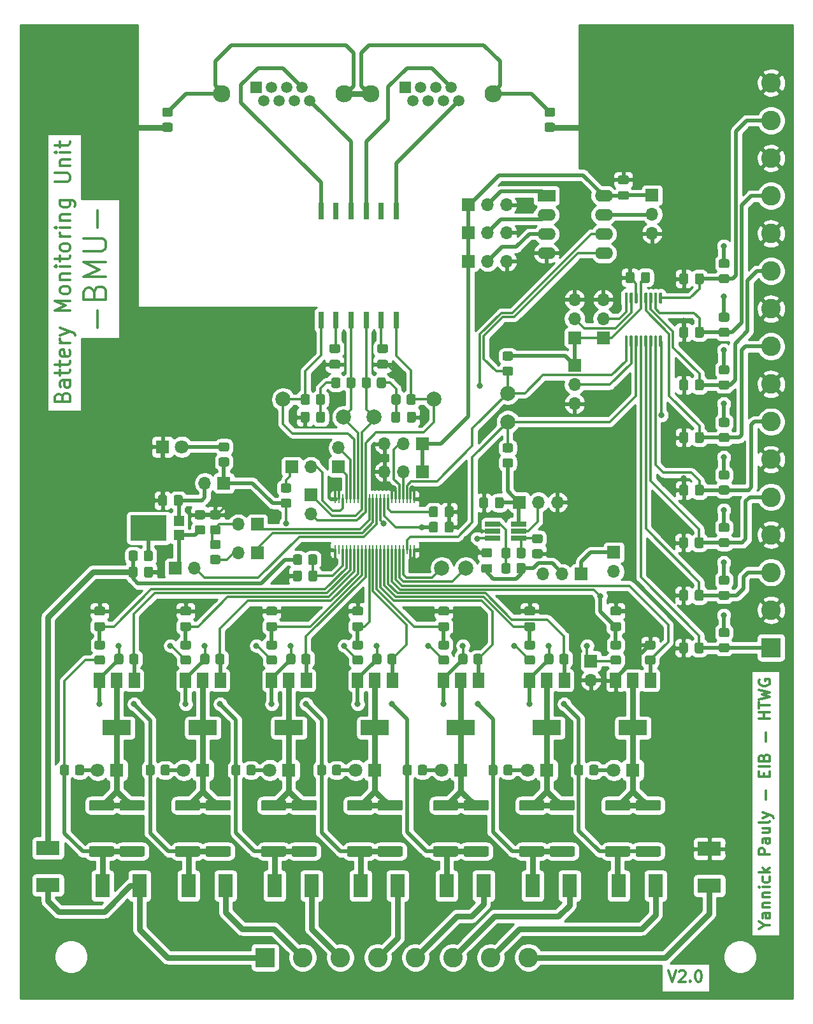
<source format=gbr>
%TF.GenerationSoftware,KiCad,Pcbnew,5.1.7-a382d34a8~87~ubuntu20.04.1*%
%TF.CreationDate,2020-11-04T11:31:22+01:00*%
%TF.ProjectId,BatteryMonitoringUnit_BMU,42617474-6572-4794-9d6f-6e69746f7269,2.0*%
%TF.SameCoordinates,Original*%
%TF.FileFunction,Copper,L1,Top*%
%TF.FilePolarity,Positive*%
%FSLAX46Y46*%
G04 Gerber Fmt 4.6, Leading zero omitted, Abs format (unit mm)*
G04 Created by KiCad (PCBNEW 5.1.7-a382d34a8~87~ubuntu20.04.1) date 2020-11-04 11:31:22*
%MOMM*%
%LPD*%
G01*
G04 APERTURE LIST*
%TA.AperFunction,NonConductor*%
%ADD10C,0.300000*%
%TD*%
%TA.AperFunction,ComponentPad*%
%ADD11C,1.800000*%
%TD*%
%TA.AperFunction,ComponentPad*%
%ADD12R,1.800000X1.800000*%
%TD*%
%TA.AperFunction,ComponentPad*%
%ADD13C,2.300000*%
%TD*%
%TA.AperFunction,ComponentPad*%
%ADD14C,1.500000*%
%TD*%
%TA.AperFunction,ComponentPad*%
%ADD15R,1.500000X1.500000*%
%TD*%
%TA.AperFunction,ComponentPad*%
%ADD16O,1.700000X1.700000*%
%TD*%
%TA.AperFunction,ComponentPad*%
%ADD17R,1.700000X1.700000*%
%TD*%
%TA.AperFunction,ComponentPad*%
%ADD18C,2.600000*%
%TD*%
%TA.AperFunction,ComponentPad*%
%ADD19R,2.600000X2.600000*%
%TD*%
%TA.AperFunction,ComponentPad*%
%ADD20O,2.400000X1.600000*%
%TD*%
%TA.AperFunction,ComponentPad*%
%ADD21R,2.400000X1.600000*%
%TD*%
%TA.AperFunction,ComponentPad*%
%ADD22C,2.000000*%
%TD*%
%TA.AperFunction,SMDPad,CuDef*%
%ADD23R,0.800000X2.200000*%
%TD*%
%TA.AperFunction,SMDPad,CuDef*%
%ADD24R,1.500000X2.000000*%
%TD*%
%TA.AperFunction,SMDPad,CuDef*%
%ADD25R,3.800000X2.000000*%
%TD*%
%TA.AperFunction,SMDPad,CuDef*%
%ADD26R,3.150000X1.960000*%
%TD*%
%TA.AperFunction,SMDPad,CuDef*%
%ADD27R,1.960000X3.150000*%
%TD*%
%TA.AperFunction,SMDPad,CuDef*%
%ADD28R,4.860000X3.360000*%
%TD*%
%TA.AperFunction,SMDPad,CuDef*%
%ADD29R,1.400000X1.390000*%
%TD*%
%TA.AperFunction,SMDPad,CuDef*%
%ADD30R,2.000000X0.650000*%
%TD*%
%TA.AperFunction,SMDPad,CuDef*%
%ADD31R,0.250000X1.250000*%
%TD*%
%TA.AperFunction,ViaPad*%
%ADD32C,0.800000*%
%TD*%
%TA.AperFunction,Conductor*%
%ADD33C,0.300000*%
%TD*%
%TA.AperFunction,Conductor*%
%ADD34C,0.500000*%
%TD*%
%TA.AperFunction,Conductor*%
%ADD35C,0.750000*%
%TD*%
%TA.AperFunction,Conductor*%
%ADD36C,0.254000*%
%TD*%
%TA.AperFunction,Conductor*%
%ADD37C,0.100000*%
%TD*%
G04 APERTURE END LIST*
D10*
X119253285Y-149927571D02*
X119753285Y-151427571D01*
X120253285Y-149927571D01*
X120681857Y-150070428D02*
X120753285Y-149999000D01*
X120896142Y-149927571D01*
X121253285Y-149927571D01*
X121396142Y-149999000D01*
X121467571Y-150070428D01*
X121539000Y-150213285D01*
X121539000Y-150356142D01*
X121467571Y-150570428D01*
X120610428Y-151427571D01*
X121539000Y-151427571D01*
X122181857Y-151284714D02*
X122253285Y-151356142D01*
X122181857Y-151427571D01*
X122110428Y-151356142D01*
X122181857Y-151284714D01*
X122181857Y-151427571D01*
X123181857Y-149927571D02*
X123324714Y-149927571D01*
X123467571Y-149999000D01*
X123539000Y-150070428D01*
X123610428Y-150213285D01*
X123681857Y-150499000D01*
X123681857Y-150856142D01*
X123610428Y-151141857D01*
X123539000Y-151284714D01*
X123467571Y-151356142D01*
X123324714Y-151427571D01*
X123181857Y-151427571D01*
X123039000Y-151356142D01*
X122967571Y-151284714D01*
X122896142Y-151141857D01*
X122824714Y-150856142D01*
X122824714Y-150499000D01*
X122896142Y-150213285D01*
X122967571Y-150070428D01*
X123039000Y-149999000D01*
X123181857Y-149927571D01*
X43394285Y-64554714D02*
X43394285Y-62269000D01*
X42965714Y-59840428D02*
X43108571Y-59411857D01*
X43251428Y-59269000D01*
X43537142Y-59126142D01*
X43965714Y-59126142D01*
X44251428Y-59269000D01*
X44394285Y-59411857D01*
X44537142Y-59697571D01*
X44537142Y-60840428D01*
X41537142Y-60840428D01*
X41537142Y-59840428D01*
X41680000Y-59554714D01*
X41822857Y-59411857D01*
X42108571Y-59269000D01*
X42394285Y-59269000D01*
X42680000Y-59411857D01*
X42822857Y-59554714D01*
X42965714Y-59840428D01*
X42965714Y-60840428D01*
X44537142Y-57840428D02*
X41537142Y-57840428D01*
X43680000Y-56840428D01*
X41537142Y-55840428D01*
X44537142Y-55840428D01*
X41537142Y-54411857D02*
X43965714Y-54411857D01*
X44251428Y-54269000D01*
X44394285Y-54126142D01*
X44537142Y-53840428D01*
X44537142Y-53269000D01*
X44394285Y-52983285D01*
X44251428Y-52840428D01*
X43965714Y-52697571D01*
X41537142Y-52697571D01*
X43394285Y-51269000D02*
X43394285Y-48983285D01*
X38719142Y-73753190D02*
X38814380Y-73467476D01*
X38909619Y-73372238D01*
X39100095Y-73277000D01*
X39385809Y-73277000D01*
X39576285Y-73372238D01*
X39671523Y-73467476D01*
X39766761Y-73657952D01*
X39766761Y-74419857D01*
X37766761Y-74419857D01*
X37766761Y-73753190D01*
X37862000Y-73562714D01*
X37957238Y-73467476D01*
X38147714Y-73372238D01*
X38338190Y-73372238D01*
X38528666Y-73467476D01*
X38623904Y-73562714D01*
X38719142Y-73753190D01*
X38719142Y-74419857D01*
X39766761Y-71562714D02*
X38719142Y-71562714D01*
X38528666Y-71657952D01*
X38433428Y-71848428D01*
X38433428Y-72229380D01*
X38528666Y-72419857D01*
X39671523Y-71562714D02*
X39766761Y-71753190D01*
X39766761Y-72229380D01*
X39671523Y-72419857D01*
X39481047Y-72515095D01*
X39290571Y-72515095D01*
X39100095Y-72419857D01*
X39004857Y-72229380D01*
X39004857Y-71753190D01*
X38909619Y-71562714D01*
X38433428Y-70896047D02*
X38433428Y-70134142D01*
X37766761Y-70610333D02*
X39481047Y-70610333D01*
X39671523Y-70515095D01*
X39766761Y-70324619D01*
X39766761Y-70134142D01*
X38433428Y-69753190D02*
X38433428Y-68991285D01*
X37766761Y-69467476D02*
X39481047Y-69467476D01*
X39671523Y-69372238D01*
X39766761Y-69181761D01*
X39766761Y-68991285D01*
X39671523Y-67562714D02*
X39766761Y-67753190D01*
X39766761Y-68134142D01*
X39671523Y-68324619D01*
X39481047Y-68419857D01*
X38719142Y-68419857D01*
X38528666Y-68324619D01*
X38433428Y-68134142D01*
X38433428Y-67753190D01*
X38528666Y-67562714D01*
X38719142Y-67467476D01*
X38909619Y-67467476D01*
X39100095Y-68419857D01*
X39766761Y-66610333D02*
X38433428Y-66610333D01*
X38814380Y-66610333D02*
X38623904Y-66515095D01*
X38528666Y-66419857D01*
X38433428Y-66229380D01*
X38433428Y-66038904D01*
X38433428Y-65562714D02*
X39766761Y-65086523D01*
X38433428Y-64610333D02*
X39766761Y-65086523D01*
X40242952Y-65277000D01*
X40338190Y-65372238D01*
X40433428Y-65562714D01*
X39766761Y-62324619D02*
X37766761Y-62324619D01*
X39195333Y-61657952D01*
X37766761Y-60991285D01*
X39766761Y-60991285D01*
X39766761Y-59753190D02*
X39671523Y-59943666D01*
X39576285Y-60038904D01*
X39385809Y-60134142D01*
X38814380Y-60134142D01*
X38623904Y-60038904D01*
X38528666Y-59943666D01*
X38433428Y-59753190D01*
X38433428Y-59467476D01*
X38528666Y-59277000D01*
X38623904Y-59181761D01*
X38814380Y-59086523D01*
X39385809Y-59086523D01*
X39576285Y-59181761D01*
X39671523Y-59277000D01*
X39766761Y-59467476D01*
X39766761Y-59753190D01*
X38433428Y-58229380D02*
X39766761Y-58229380D01*
X38623904Y-58229380D02*
X38528666Y-58134142D01*
X38433428Y-57943666D01*
X38433428Y-57657952D01*
X38528666Y-57467476D01*
X38719142Y-57372238D01*
X39766761Y-57372238D01*
X39766761Y-56419857D02*
X38433428Y-56419857D01*
X37766761Y-56419857D02*
X37862000Y-56515095D01*
X37957238Y-56419857D01*
X37862000Y-56324619D01*
X37766761Y-56419857D01*
X37957238Y-56419857D01*
X38433428Y-55753190D02*
X38433428Y-54991285D01*
X37766761Y-55467476D02*
X39481047Y-55467476D01*
X39671523Y-55372238D01*
X39766761Y-55181761D01*
X39766761Y-54991285D01*
X39766761Y-54038904D02*
X39671523Y-54229380D01*
X39576285Y-54324619D01*
X39385809Y-54419857D01*
X38814380Y-54419857D01*
X38623904Y-54324619D01*
X38528666Y-54229380D01*
X38433428Y-54038904D01*
X38433428Y-53753190D01*
X38528666Y-53562714D01*
X38623904Y-53467476D01*
X38814380Y-53372238D01*
X39385809Y-53372238D01*
X39576285Y-53467476D01*
X39671523Y-53562714D01*
X39766761Y-53753190D01*
X39766761Y-54038904D01*
X39766761Y-52515095D02*
X38433428Y-52515095D01*
X38814380Y-52515095D02*
X38623904Y-52419857D01*
X38528666Y-52324619D01*
X38433428Y-52134142D01*
X38433428Y-51943666D01*
X39766761Y-51277000D02*
X38433428Y-51277000D01*
X37766761Y-51277000D02*
X37862000Y-51372238D01*
X37957238Y-51277000D01*
X37862000Y-51181761D01*
X37766761Y-51277000D01*
X37957238Y-51277000D01*
X38433428Y-50324619D02*
X39766761Y-50324619D01*
X38623904Y-50324619D02*
X38528666Y-50229380D01*
X38433428Y-50038904D01*
X38433428Y-49753190D01*
X38528666Y-49562714D01*
X38719142Y-49467476D01*
X39766761Y-49467476D01*
X38433428Y-47657952D02*
X40052476Y-47657952D01*
X40242952Y-47753190D01*
X40338190Y-47848428D01*
X40433428Y-48038904D01*
X40433428Y-48324619D01*
X40338190Y-48515095D01*
X39671523Y-47657952D02*
X39766761Y-47848428D01*
X39766761Y-48229380D01*
X39671523Y-48419857D01*
X39576285Y-48515095D01*
X39385809Y-48610333D01*
X38814380Y-48610333D01*
X38623904Y-48515095D01*
X38528666Y-48419857D01*
X38433428Y-48229380D01*
X38433428Y-47848428D01*
X38528666Y-47657952D01*
X37766761Y-45181761D02*
X39385809Y-45181761D01*
X39576285Y-45086523D01*
X39671523Y-44991285D01*
X39766761Y-44800809D01*
X39766761Y-44419857D01*
X39671523Y-44229380D01*
X39576285Y-44134142D01*
X39385809Y-44038904D01*
X37766761Y-44038904D01*
X38433428Y-43086523D02*
X39766761Y-43086523D01*
X38623904Y-43086523D02*
X38528666Y-42991285D01*
X38433428Y-42800809D01*
X38433428Y-42515095D01*
X38528666Y-42324619D01*
X38719142Y-42229380D01*
X39766761Y-42229380D01*
X39766761Y-41277000D02*
X38433428Y-41277000D01*
X37766761Y-41277000D02*
X37862000Y-41372238D01*
X37957238Y-41277000D01*
X37862000Y-41181761D01*
X37766761Y-41277000D01*
X37957238Y-41277000D01*
X38433428Y-40610333D02*
X38433428Y-39848428D01*
X37766761Y-40324619D02*
X39481047Y-40324619D01*
X39671523Y-40229380D01*
X39766761Y-40038904D01*
X39766761Y-39848428D01*
X132044285Y-143940571D02*
X132758571Y-143940571D01*
X131258571Y-144440571D02*
X132044285Y-143940571D01*
X131258571Y-143440571D01*
X132758571Y-142297714D02*
X131972857Y-142297714D01*
X131830000Y-142369142D01*
X131758571Y-142512000D01*
X131758571Y-142797714D01*
X131830000Y-142940571D01*
X132687142Y-142297714D02*
X132758571Y-142440571D01*
X132758571Y-142797714D01*
X132687142Y-142940571D01*
X132544285Y-143012000D01*
X132401428Y-143012000D01*
X132258571Y-142940571D01*
X132187142Y-142797714D01*
X132187142Y-142440571D01*
X132115714Y-142297714D01*
X131758571Y-141583428D02*
X132758571Y-141583428D01*
X131901428Y-141583428D02*
X131830000Y-141512000D01*
X131758571Y-141369142D01*
X131758571Y-141154857D01*
X131830000Y-141012000D01*
X131972857Y-140940571D01*
X132758571Y-140940571D01*
X131758571Y-140226285D02*
X132758571Y-140226285D01*
X131901428Y-140226285D02*
X131830000Y-140154857D01*
X131758571Y-140012000D01*
X131758571Y-139797714D01*
X131830000Y-139654857D01*
X131972857Y-139583428D01*
X132758571Y-139583428D01*
X132758571Y-138869142D02*
X131758571Y-138869142D01*
X131258571Y-138869142D02*
X131330000Y-138940571D01*
X131401428Y-138869142D01*
X131330000Y-138797714D01*
X131258571Y-138869142D01*
X131401428Y-138869142D01*
X132687142Y-137512000D02*
X132758571Y-137654857D01*
X132758571Y-137940571D01*
X132687142Y-138083428D01*
X132615714Y-138154857D01*
X132472857Y-138226285D01*
X132044285Y-138226285D01*
X131901428Y-138154857D01*
X131830000Y-138083428D01*
X131758571Y-137940571D01*
X131758571Y-137654857D01*
X131830000Y-137512000D01*
X132758571Y-136869142D02*
X131258571Y-136869142D01*
X132187142Y-136726285D02*
X132758571Y-136297714D01*
X131758571Y-136297714D02*
X132330000Y-136869142D01*
X132758571Y-134512000D02*
X131258571Y-134512000D01*
X131258571Y-133940571D01*
X131330000Y-133797714D01*
X131401428Y-133726285D01*
X131544285Y-133654857D01*
X131758571Y-133654857D01*
X131901428Y-133726285D01*
X131972857Y-133797714D01*
X132044285Y-133940571D01*
X132044285Y-134512000D01*
X132758571Y-132369142D02*
X131972857Y-132369142D01*
X131830000Y-132440571D01*
X131758571Y-132583428D01*
X131758571Y-132869142D01*
X131830000Y-133012000D01*
X132687142Y-132369142D02*
X132758571Y-132512000D01*
X132758571Y-132869142D01*
X132687142Y-133012000D01*
X132544285Y-133083428D01*
X132401428Y-133083428D01*
X132258571Y-133012000D01*
X132187142Y-132869142D01*
X132187142Y-132512000D01*
X132115714Y-132369142D01*
X131758571Y-131012000D02*
X132758571Y-131012000D01*
X131758571Y-131654857D02*
X132544285Y-131654857D01*
X132687142Y-131583428D01*
X132758571Y-131440571D01*
X132758571Y-131226285D01*
X132687142Y-131083428D01*
X132615714Y-131012000D01*
X132758571Y-130083428D02*
X132687142Y-130226285D01*
X132544285Y-130297714D01*
X131258571Y-130297714D01*
X131758571Y-129654857D02*
X132758571Y-129297714D01*
X131758571Y-128940571D02*
X132758571Y-129297714D01*
X133115714Y-129440571D01*
X133187142Y-129512000D01*
X133258571Y-129654857D01*
X132187142Y-127226285D02*
X132187142Y-126083428D01*
X131972857Y-124226285D02*
X131972857Y-123726285D01*
X132758571Y-123512000D02*
X132758571Y-124226285D01*
X131258571Y-124226285D01*
X131258571Y-123512000D01*
X132758571Y-122869142D02*
X131258571Y-122869142D01*
X131972857Y-121654857D02*
X132044285Y-121440571D01*
X132115714Y-121369142D01*
X132258571Y-121297714D01*
X132472857Y-121297714D01*
X132615714Y-121369142D01*
X132687142Y-121440571D01*
X132758571Y-121583428D01*
X132758571Y-122154857D01*
X131258571Y-122154857D01*
X131258571Y-121654857D01*
X131330000Y-121512000D01*
X131401428Y-121440571D01*
X131544285Y-121369142D01*
X131687142Y-121369142D01*
X131830000Y-121440571D01*
X131901428Y-121512000D01*
X131972857Y-121654857D01*
X131972857Y-122154857D01*
X132187142Y-119512000D02*
X132187142Y-118369142D01*
X132758571Y-116512000D02*
X131258571Y-116512000D01*
X131972857Y-116512000D02*
X131972857Y-115654857D01*
X132758571Y-115654857D02*
X131258571Y-115654857D01*
X131258571Y-115154857D02*
X131258571Y-114297714D01*
X132758571Y-114726285D02*
X131258571Y-114726285D01*
X131258571Y-113940571D02*
X132758571Y-113583428D01*
X131687142Y-113297714D01*
X132758571Y-113012000D01*
X131258571Y-112654857D01*
X131330000Y-111297714D02*
X131258571Y-111440571D01*
X131258571Y-111654857D01*
X131330000Y-111869142D01*
X131472857Y-112012000D01*
X131615714Y-112083428D01*
X131901428Y-112154857D01*
X132115714Y-112154857D01*
X132401428Y-112083428D01*
X132544285Y-112012000D01*
X132687142Y-111869142D01*
X132758571Y-111654857D01*
X132758571Y-111512000D01*
X132687142Y-111297714D01*
X132615714Y-111226285D01*
X132115714Y-111226285D01*
X132115714Y-111512000D01*
%TO.P,R111,2*%
%TO.N,Net-(D101-Pad2)*%
%TA.AperFunction,SMDPad,CuDef*%
G36*
G01*
X60648001Y-81007000D02*
X59747999Y-81007000D01*
G75*
G02*
X59498000Y-80757001I0J249999D01*
G01*
X59498000Y-80056999D01*
G75*
G02*
X59747999Y-79807000I249999J0D01*
G01*
X60648001Y-79807000D01*
G75*
G02*
X60898000Y-80056999I0J-249999D01*
G01*
X60898000Y-80757001D01*
G75*
G02*
X60648001Y-81007000I-249999J0D01*
G01*
G37*
%TD.AperFunction*%
%TO.P,R111,1*%
%TO.N,V_Reg*%
%TA.AperFunction,SMDPad,CuDef*%
G36*
G01*
X60648001Y-83007000D02*
X59747999Y-83007000D01*
G75*
G02*
X59498000Y-82757001I0J249999D01*
G01*
X59498000Y-82056999D01*
G75*
G02*
X59747999Y-81807000I249999J0D01*
G01*
X60648001Y-81807000D01*
G75*
G02*
X60898000Y-82056999I0J-249999D01*
G01*
X60898000Y-82757001D01*
G75*
G02*
X60648001Y-83007000I-249999J0D01*
G01*
G37*
%TD.AperFunction*%
%TD*%
D11*
%TO.P,D101,2*%
%TO.N,Net-(D101-Pad2)*%
X54610000Y-80391000D03*
D12*
%TO.P,D101,1*%
%TO.N,-BATT_Fused*%
X52070000Y-80391000D03*
%TD*%
D13*
%TO.P,JA101,SH*%
%TO.N,Net-(JA101-PadSH)*%
X79758000Y-33529000D03*
X96018000Y-33529000D03*
D14*
%TO.P,JA101,8*%
%TO.N,/isoSPI/isoSPI_IN-_Header*%
X91440000Y-34419000D03*
%TO.P,JA101,6*%
%TO.N,Net-(JA101-Pad6)*%
X89408000Y-34419000D03*
%TO.P,JA101,4*%
%TO.N,Net-(JA101-Pad4)*%
X87376000Y-34419000D03*
%TO.P,JA101,2*%
%TO.N,Net-(JA101-Pad2)*%
X85344000Y-34419000D03*
%TO.P,JA101,7*%
%TO.N,/isoSPI/isoSPI_IN+_Header*%
X90424000Y-32639000D03*
%TO.P,JA101,5*%
%TO.N,Net-(JA101-Pad5)*%
X88392000Y-32639000D03*
%TO.P,JA101,3*%
%TO.N,Net-(JA101-Pad3)*%
X86360000Y-32639000D03*
D15*
%TO.P,JA101,1*%
%TO.N,Net-(JA101-Pad1)*%
X84328000Y-32639000D03*
%TD*%
D13*
%TO.P,JB101,SH*%
%TO.N,Net-(JA101-PadSH)*%
X59946000Y-33529000D03*
X76206000Y-33529000D03*
D14*
%TO.P,JB101,8*%
%TO.N,/isoSPI/isoSPI_OUT-_Header*%
X71628000Y-34419000D03*
%TO.P,JB101,6*%
%TO.N,Net-(JB101-Pad6)*%
X69596000Y-34419000D03*
%TO.P,JB101,4*%
%TO.N,Net-(JB101-Pad4)*%
X67564000Y-34419000D03*
%TO.P,JB101,2*%
%TO.N,Net-(JB101-Pad2)*%
X65532000Y-34419000D03*
%TO.P,JB101,7*%
%TO.N,/isoSPI/isoSPI_OUT+_Header*%
X70612000Y-32639000D03*
%TO.P,JB101,5*%
%TO.N,Net-(JB101-Pad5)*%
X68580000Y-32639000D03*
%TO.P,JB101,3*%
%TO.N,Net-(JB101-Pad3)*%
X66548000Y-32639000D03*
D15*
%TO.P,JB101,1*%
%TO.N,Net-(JB101-Pad1)*%
X64516000Y-32639000D03*
%TD*%
%TO.P,R110,2*%
%TO.N,Net-(JA101-PadSH)*%
%TA.AperFunction,SMDPad,CuDef*%
G36*
G01*
X103955001Y-36557000D02*
X103054999Y-36557000D01*
G75*
G02*
X102805000Y-36307001I0J249999D01*
G01*
X102805000Y-35606999D01*
G75*
G02*
X103054999Y-35357000I249999J0D01*
G01*
X103955001Y-35357000D01*
G75*
G02*
X104205000Y-35606999I0J-249999D01*
G01*
X104205000Y-36307001D01*
G75*
G02*
X103955001Y-36557000I-249999J0D01*
G01*
G37*
%TD.AperFunction*%
%TO.P,R110,1*%
%TO.N,-BATT_Fused*%
%TA.AperFunction,SMDPad,CuDef*%
G36*
G01*
X103955001Y-38557000D02*
X103054999Y-38557000D01*
G75*
G02*
X102805000Y-38307001I0J249999D01*
G01*
X102805000Y-37606999D01*
G75*
G02*
X103054999Y-37357000I249999J0D01*
G01*
X103955001Y-37357000D01*
G75*
G02*
X104205000Y-37606999I0J-249999D01*
G01*
X104205000Y-38307001D01*
G75*
G02*
X103955001Y-38557000I-249999J0D01*
G01*
G37*
%TD.AperFunction*%
%TD*%
%TO.P,R109,2*%
%TO.N,Net-(JA101-PadSH)*%
%TA.AperFunction,SMDPad,CuDef*%
G36*
G01*
X53155001Y-36557000D02*
X52254999Y-36557000D01*
G75*
G02*
X52005000Y-36307001I0J249999D01*
G01*
X52005000Y-35606999D01*
G75*
G02*
X52254999Y-35357000I249999J0D01*
G01*
X53155001Y-35357000D01*
G75*
G02*
X53405000Y-35606999I0J-249999D01*
G01*
X53405000Y-36307001D01*
G75*
G02*
X53155001Y-36557000I-249999J0D01*
G01*
G37*
%TD.AperFunction*%
%TO.P,R109,1*%
%TO.N,-BATT_Fused*%
%TA.AperFunction,SMDPad,CuDef*%
G36*
G01*
X53155001Y-38557000D02*
X52254999Y-38557000D01*
G75*
G02*
X52005000Y-38307001I0J249999D01*
G01*
X52005000Y-37606999D01*
G75*
G02*
X52254999Y-37357000I249999J0D01*
G01*
X53155001Y-37357000D01*
G75*
G02*
X53405000Y-37606999I0J-249999D01*
G01*
X53405000Y-38307001D01*
G75*
G02*
X53155001Y-38557000I-249999J0D01*
G01*
G37*
%TD.AperFunction*%
%TD*%
D16*
%TO.P,J1301,3*%
%TO.N,-BATT_Fused*%
X97790000Y-48260000D03*
%TO.P,J1301,2*%
%TO.N,/sheet5FB9F446/A0*%
X95250000Y-48260000D03*
D17*
%TO.P,J1301,1*%
%TO.N,V_Reg*%
X92710000Y-48260000D03*
%TD*%
D16*
%TO.P,J1302,3*%
%TO.N,-BATT_Fused*%
X97790000Y-51943000D03*
%TO.P,J1302,2*%
%TO.N,/sheet5FB9F446/A1*%
X95250000Y-51943000D03*
D17*
%TO.P,J1302,1*%
%TO.N,V_Reg*%
X92710000Y-51943000D03*
%TD*%
D16*
%TO.P,J1303,3*%
%TO.N,-BATT_Fused*%
X97790000Y-55753000D03*
%TO.P,J1303,2*%
%TO.N,/sheet5FB9F446/A2*%
X95250000Y-55753000D03*
D17*
%TO.P,J1303,1*%
%TO.N,V_Reg*%
X92710000Y-55753000D03*
%TD*%
D18*
%TO.P,J111,16*%
%TO.N,-BATT_Fused*%
X132905500Y-32061000D03*
%TO.P,J111,15*%
%TO.N,/NTC_7*%
X132905500Y-37061000D03*
%TO.P,J111,14*%
%TO.N,-BATT_Fused*%
X132905500Y-42061000D03*
%TO.P,J111,13*%
%TO.N,/NTC_6*%
X132905500Y-47061000D03*
%TO.P,J111,12*%
%TO.N,-BATT_Fused*%
X132905500Y-52061000D03*
%TO.P,J111,11*%
%TO.N,/NTC_5*%
X132905500Y-57061000D03*
%TO.P,J111,10*%
%TO.N,-BATT_Fused*%
X132905500Y-62061000D03*
%TO.P,J111,9*%
%TO.N,/NTC_4*%
X132905500Y-67061000D03*
%TO.P,J111,8*%
%TO.N,-BATT_Fused*%
X132905500Y-72061000D03*
%TO.P,J111,7*%
%TO.N,/NTC_3*%
X132905500Y-77061000D03*
%TO.P,J111,6*%
%TO.N,-BATT_Fused*%
X132905500Y-82061000D03*
%TO.P,J111,5*%
%TO.N,/NTC_2*%
X132905500Y-87061000D03*
%TO.P,J111,4*%
%TO.N,-BATT_Fused*%
X132905500Y-92061000D03*
%TO.P,J111,3*%
%TO.N,/NTC_1*%
X132905500Y-97061000D03*
%TO.P,J111,2*%
%TO.N,-BATT_Fused*%
X132905500Y-102061000D03*
D19*
%TO.P,J111,1*%
%TO.N,/NTC_0*%
X132905500Y-107061000D03*
%TD*%
D20*
%TO.P,U1301,8*%
%TO.N,V_Reg*%
X110680500Y-47053500D03*
%TO.P,U1301,4*%
%TO.N,-BATT_Fused*%
X103060500Y-54673500D03*
%TO.P,U1301,7*%
%TO.N,/sheet5FB9F446/~ENABLE*%
X110680500Y-49593500D03*
%TO.P,U1301,3*%
%TO.N,/sheet5FB9F446/A2*%
X103060500Y-52133500D03*
%TO.P,U1301,6*%
%TO.N,GPIO3_(SDA)*%
X110680500Y-52133500D03*
%TO.P,U1301,2*%
%TO.N,/sheet5FB9F446/A1*%
X103060500Y-49593500D03*
%TO.P,U1301,5*%
%TO.N,GPIO4_(SCL)*%
X110680500Y-54673500D03*
D21*
%TO.P,U1301,1*%
%TO.N,/sheet5FB9F446/A0*%
X103060500Y-47053500D03*
%TD*%
%TO.P,R106,2*%
%TO.N,-BATT_Fused*%
%TA.AperFunction,SMDPad,CuDef*%
G36*
G01*
X57473001Y-90024000D02*
X56572999Y-90024000D01*
G75*
G02*
X56323000Y-89774001I0J249999D01*
G01*
X56323000Y-89073999D01*
G75*
G02*
X56572999Y-88824000I249999J0D01*
G01*
X57473001Y-88824000D01*
G75*
G02*
X57723000Y-89073999I0J-249999D01*
G01*
X57723000Y-89774001D01*
G75*
G02*
X57473001Y-90024000I-249999J0D01*
G01*
G37*
%TD.AperFunction*%
%TO.P,R106,1*%
%TO.N,Net-(J107-Pad1)*%
%TA.AperFunction,SMDPad,CuDef*%
G36*
G01*
X57473001Y-92024000D02*
X56572999Y-92024000D01*
G75*
G02*
X56323000Y-91774001I0J249999D01*
G01*
X56323000Y-91073999D01*
G75*
G02*
X56572999Y-90824000I249999J0D01*
G01*
X57473001Y-90824000D01*
G75*
G02*
X57723000Y-91073999I0J-249999D01*
G01*
X57723000Y-91774001D01*
G75*
G02*
X57473001Y-92024000I-249999J0D01*
G01*
G37*
%TD.AperFunction*%
%TD*%
D16*
%TO.P,J1304,3*%
%TO.N,-BATT_Fused*%
X117094000Y-52070000D03*
%TO.P,J1304,2*%
%TO.N,/sheet5FB9F446/~ENABLE*%
X117094000Y-49530000D03*
D17*
%TO.P,J1304,1*%
%TO.N,V_Reg*%
X117094000Y-46990000D03*
%TD*%
D16*
%TO.P,J301,2*%
%TO.N,/C_0*%
X112014000Y-96964500D03*
D17*
%TO.P,J301,1*%
%TO.N,GPIO1_(ADC)*%
X112014000Y-94424500D03*
%TD*%
D16*
%TO.P,J201,2*%
%TO.N,-BATT_Fused*%
X108966000Y-111379000D03*
D17*
%TO.P,J201,1*%
%TO.N,/BalanceFuses/+FusedCell_0*%
X108966000Y-108839000D03*
%TD*%
D18*
%TO.P,J112,8*%
%TO.N,-BATT*%
X100659000Y-148209000D03*
%TO.P,J112,7*%
%TO.N,/+Cell_0*%
X95659000Y-148209000D03*
%TO.P,J112,6*%
%TO.N,/+Cell_1*%
X90659000Y-148209000D03*
%TO.P,J112,5*%
%TO.N,/+Cell_2*%
X85659000Y-148209000D03*
%TO.P,J112,4*%
%TO.N,/+Cell_3*%
X80659000Y-148209000D03*
%TO.P,J112,3*%
%TO.N,/+Cell_4*%
X75659000Y-148209000D03*
%TO.P,J112,2*%
%TO.N,/+Cell_5*%
X70659000Y-148209000D03*
D19*
%TO.P,J112,1*%
%TO.N,+BATT*%
X65659000Y-148209000D03*
%TD*%
D16*
%TO.P,J110,3*%
%TO.N,GPIO2_(ADC)*%
X102616000Y-97282000D03*
%TO.P,J110,2*%
%TO.N,/MUX_I2C/TempData*%
X105156000Y-97282000D03*
D17*
%TO.P,J110,1*%
%TO.N,GPIO1_(ADC)*%
X107696000Y-97282000D03*
%TD*%
D16*
%TO.P,J107,2*%
%TO.N,DRIVE*%
X56261000Y-96520000D03*
D17*
%TO.P,J107,1*%
%TO.N,Net-(J107-Pad1)*%
X53721000Y-96520000D03*
%TD*%
%TO.P,C1301,2*%
%TO.N,V_Reg*%
%TA.AperFunction,SMDPad,CuDef*%
G36*
G01*
X112809000Y-46424000D02*
X113759000Y-46424000D01*
G75*
G02*
X114009000Y-46674000I0J-250000D01*
G01*
X114009000Y-47349000D01*
G75*
G02*
X113759000Y-47599000I-250000J0D01*
G01*
X112809000Y-47599000D01*
G75*
G02*
X112559000Y-47349000I0J250000D01*
G01*
X112559000Y-46674000D01*
G75*
G02*
X112809000Y-46424000I250000J0D01*
G01*
G37*
%TD.AperFunction*%
%TO.P,C1301,1*%
%TO.N,-BATT_Fused*%
%TA.AperFunction,SMDPad,CuDef*%
G36*
G01*
X112809000Y-44349000D02*
X113759000Y-44349000D01*
G75*
G02*
X114009000Y-44599000I0J-250000D01*
G01*
X114009000Y-45274000D01*
G75*
G02*
X113759000Y-45524000I-250000J0D01*
G01*
X112809000Y-45524000D01*
G75*
G02*
X112559000Y-45274000I0J250000D01*
G01*
X112559000Y-44599000D01*
G75*
G02*
X112809000Y-44349000I250000J0D01*
G01*
G37*
%TD.AperFunction*%
%TD*%
%TO.P,C1110,2*%
%TO.N,-BATT_Fused*%
%TA.AperFunction,SMDPad,CuDef*%
G36*
G01*
X95308000Y-87345500D02*
X95308000Y-88295500D01*
G75*
G02*
X95058000Y-88545500I-250000J0D01*
G01*
X94383000Y-88545500D01*
G75*
G02*
X94133000Y-88295500I0J250000D01*
G01*
X94133000Y-87345500D01*
G75*
G02*
X94383000Y-87095500I250000J0D01*
G01*
X95058000Y-87095500D01*
G75*
G02*
X95308000Y-87345500I0J-250000D01*
G01*
G37*
%TD.AperFunction*%
%TO.P,C1110,1*%
%TO.N,V_Reg*%
%TA.AperFunction,SMDPad,CuDef*%
G36*
G01*
X97383000Y-87345500D02*
X97383000Y-88295500D01*
G75*
G02*
X97133000Y-88545500I-250000J0D01*
G01*
X96458000Y-88545500D01*
G75*
G02*
X96208000Y-88295500I0J250000D01*
G01*
X96208000Y-87345500D01*
G75*
G02*
X96458000Y-87095500I250000J0D01*
G01*
X97133000Y-87095500D01*
G75*
G02*
X97383000Y-87345500I0J-250000D01*
G01*
G37*
%TD.AperFunction*%
%TD*%
D16*
%TO.P,J106,2*%
%TO.N,Net-(C103-Pad2)*%
X57658000Y-85217000D03*
D17*
%TO.P,J106,1*%
%TO.N,V_Reg*%
X60198000Y-85217000D03*
%TD*%
D16*
%TO.P,J109,2*%
%TO.N,Serial_MOSI*%
X75438000Y-80518000D03*
D17*
%TO.P,J109,1*%
%TO.N,Serial_CLK*%
X75438000Y-83058000D03*
%TD*%
D16*
%TO.P,J108,2*%
%TO.N,Serial_~CS*%
X71755000Y-89281000D03*
D17*
%TO.P,J108,1*%
%TO.N,Serial_MISO*%
X71755000Y-86741000D03*
%TD*%
D16*
%TO.P,J105,2*%
%TO.N,WDT*%
X71755000Y-83058000D03*
D17*
%TO.P,J105,1*%
%TO.N,Net-(J105-Pad1)*%
X69215000Y-83058000D03*
%TD*%
%TO.P,R1202,2*%
%TO.N,isoSPI-_OUT*%
%TA.AperFunction,SMDPad,CuDef*%
G36*
G01*
X76473000Y-72332001D02*
X76473000Y-71431999D01*
G75*
G02*
X76722999Y-71182000I249999J0D01*
G01*
X77423001Y-71182000D01*
G75*
G02*
X77673000Y-71431999I0J-249999D01*
G01*
X77673000Y-72332001D01*
G75*
G02*
X77423001Y-72582000I-249999J0D01*
G01*
X76722999Y-72582000D01*
G75*
G02*
X76473000Y-72332001I0J249999D01*
G01*
G37*
%TD.AperFunction*%
%TO.P,R1202,1*%
%TO.N,Net-(C1201-Pad1)*%
%TA.AperFunction,SMDPad,CuDef*%
G36*
G01*
X74473000Y-72332001D02*
X74473000Y-71431999D01*
G75*
G02*
X74722999Y-71182000I249999J0D01*
G01*
X75423001Y-71182000D01*
G75*
G02*
X75673000Y-71431999I0J-249999D01*
G01*
X75673000Y-72332001D01*
G75*
G02*
X75423001Y-72582000I-249999J0D01*
G01*
X74722999Y-72582000D01*
G75*
G02*
X74473000Y-72332001I0J249999D01*
G01*
G37*
%TD.AperFunction*%
%TD*%
D22*
%TO.P,TP104,1*%
%TO.N,isoSPI-_OUT*%
X76073000Y-76454000D03*
%TD*%
%TO.P,TP103,1*%
%TO.N,isoSPI+_OUT*%
X68072000Y-74104500D03*
%TD*%
%TO.P,TP102,1*%
%TO.N,Serial_~CS*%
X88138000Y-74041000D03*
%TD*%
%TO.P,TP101,1*%
%TO.N,Serial_MISO*%
X80137000Y-76454000D03*
%TD*%
D23*
%TO.P,T1201,12*%
%TO.N,/isoSPI/isoSPI_OUT+_Header*%
X73105000Y-49099500D03*
%TO.P,T1201,11*%
%TO.N,Net-(T1201-Pad11)*%
X75105000Y-49099500D03*
%TO.P,T1201,10*%
%TO.N,/isoSPI/isoSPI_OUT-_Header*%
X77105000Y-49099500D03*
%TO.P,T1201,9*%
%TO.N,/isoSPI/isoSPI_IN+_Header*%
X79105000Y-49099500D03*
%TO.P,T1201,8*%
%TO.N,Net-(T1201-Pad8)*%
X81105000Y-49099500D03*
%TO.P,T1201,7*%
%TO.N,/isoSPI/isoSPI_IN-_Header*%
X83105000Y-49099500D03*
%TO.P,T1201,6*%
%TO.N,Serial_~CS*%
X83105000Y-63549500D03*
%TO.P,T1201,5*%
%TO.N,Net-(C1204-Pad2)*%
X81105000Y-63549500D03*
%TO.P,T1201,4*%
%TO.N,Serial_MISO*%
X79105000Y-63549500D03*
%TO.P,T1201,3*%
%TO.N,isoSPI-_OUT*%
X77105000Y-63549500D03*
%TO.P,T1201,2*%
%TO.N,Net-(C1203-Pad1)*%
X75105000Y-63549500D03*
%TO.P,T1201,1*%
%TO.N,isoSPI+_OUT*%
X73105000Y-63549500D03*
%TD*%
%TO.P,R1204,2*%
%TO.N,Serial_~CS*%
%TA.AperFunction,SMDPad,CuDef*%
G36*
G01*
X84474000Y-74554501D02*
X84474000Y-73654499D01*
G75*
G02*
X84723999Y-73404500I249999J0D01*
G01*
X85424001Y-73404500D01*
G75*
G02*
X85674000Y-73654499I0J-249999D01*
G01*
X85674000Y-74554501D01*
G75*
G02*
X85424001Y-74804500I-249999J0D01*
G01*
X84723999Y-74804500D01*
G75*
G02*
X84474000Y-74554501I0J249999D01*
G01*
G37*
%TD.AperFunction*%
%TO.P,R1204,1*%
%TO.N,Net-(C1202-Pad1)*%
%TA.AperFunction,SMDPad,CuDef*%
G36*
G01*
X82474000Y-74554501D02*
X82474000Y-73654499D01*
G75*
G02*
X82723999Y-73404500I249999J0D01*
G01*
X83424001Y-73404500D01*
G75*
G02*
X83674000Y-73654499I0J-249999D01*
G01*
X83674000Y-74554501D01*
G75*
G02*
X83424001Y-74804500I-249999J0D01*
G01*
X82723999Y-74804500D01*
G75*
G02*
X82474000Y-74554501I0J249999D01*
G01*
G37*
%TD.AperFunction*%
%TD*%
%TO.P,R1203,2*%
%TO.N,Net-(C1202-Pad1)*%
%TA.AperFunction,SMDPad,CuDef*%
G36*
G01*
X80521000Y-72332001D02*
X80521000Y-71431999D01*
G75*
G02*
X80770999Y-71182000I249999J0D01*
G01*
X81471001Y-71182000D01*
G75*
G02*
X81721000Y-71431999I0J-249999D01*
G01*
X81721000Y-72332001D01*
G75*
G02*
X81471001Y-72582000I-249999J0D01*
G01*
X80770999Y-72582000D01*
G75*
G02*
X80521000Y-72332001I0J249999D01*
G01*
G37*
%TD.AperFunction*%
%TO.P,R1203,1*%
%TO.N,Serial_MISO*%
%TA.AperFunction,SMDPad,CuDef*%
G36*
G01*
X78521000Y-72332001D02*
X78521000Y-71431999D01*
G75*
G02*
X78770999Y-71182000I249999J0D01*
G01*
X79471001Y-71182000D01*
G75*
G02*
X79721000Y-71431999I0J-249999D01*
G01*
X79721000Y-72332001D01*
G75*
G02*
X79471001Y-72582000I-249999J0D01*
G01*
X78770999Y-72582000D01*
G75*
G02*
X78521000Y-72332001I0J249999D01*
G01*
G37*
%TD.AperFunction*%
%TD*%
%TO.P,R1201,2*%
%TO.N,Net-(C1201-Pad1)*%
%TA.AperFunction,SMDPad,CuDef*%
G36*
G01*
X72425000Y-74554501D02*
X72425000Y-73654499D01*
G75*
G02*
X72674999Y-73404500I249999J0D01*
G01*
X73375001Y-73404500D01*
G75*
G02*
X73625000Y-73654499I0J-249999D01*
G01*
X73625000Y-74554501D01*
G75*
G02*
X73375001Y-74804500I-249999J0D01*
G01*
X72674999Y-74804500D01*
G75*
G02*
X72425000Y-74554501I0J249999D01*
G01*
G37*
%TD.AperFunction*%
%TO.P,R1201,1*%
%TO.N,isoSPI+_OUT*%
%TA.AperFunction,SMDPad,CuDef*%
G36*
G01*
X70425000Y-74554501D02*
X70425000Y-73654499D01*
G75*
G02*
X70674999Y-73404500I249999J0D01*
G01*
X71375001Y-73404500D01*
G75*
G02*
X71625000Y-73654499I0J-249999D01*
G01*
X71625000Y-74554501D01*
G75*
G02*
X71375001Y-74804500I-249999J0D01*
G01*
X70674999Y-74804500D01*
G75*
G02*
X70425000Y-74554501I0J249999D01*
G01*
G37*
%TD.AperFunction*%
%TD*%
%TO.P,C1204,2*%
%TO.N,Net-(C1204-Pad2)*%
%TA.AperFunction,SMDPad,CuDef*%
G36*
G01*
X81755000Y-67939500D02*
X80805000Y-67939500D01*
G75*
G02*
X80555000Y-67689500I0J250000D01*
G01*
X80555000Y-67014500D01*
G75*
G02*
X80805000Y-66764500I250000J0D01*
G01*
X81755000Y-66764500D01*
G75*
G02*
X82005000Y-67014500I0J-250000D01*
G01*
X82005000Y-67689500D01*
G75*
G02*
X81755000Y-67939500I-250000J0D01*
G01*
G37*
%TD.AperFunction*%
%TO.P,C1204,1*%
%TO.N,-BATT_Fused*%
%TA.AperFunction,SMDPad,CuDef*%
G36*
G01*
X81755000Y-70014500D02*
X80805000Y-70014500D01*
G75*
G02*
X80555000Y-69764500I0J250000D01*
G01*
X80555000Y-69089500D01*
G75*
G02*
X80805000Y-68839500I250000J0D01*
G01*
X81755000Y-68839500D01*
G75*
G02*
X82005000Y-69089500I0J-250000D01*
G01*
X82005000Y-69764500D01*
G75*
G02*
X81755000Y-70014500I-250000J0D01*
G01*
G37*
%TD.AperFunction*%
%TD*%
%TO.P,C1203,2*%
%TO.N,-BATT_Fused*%
%TA.AperFunction,SMDPad,CuDef*%
G36*
G01*
X74455000Y-68839500D02*
X75405000Y-68839500D01*
G75*
G02*
X75655000Y-69089500I0J-250000D01*
G01*
X75655000Y-69764500D01*
G75*
G02*
X75405000Y-70014500I-250000J0D01*
G01*
X74455000Y-70014500D01*
G75*
G02*
X74205000Y-69764500I0J250000D01*
G01*
X74205000Y-69089500D01*
G75*
G02*
X74455000Y-68839500I250000J0D01*
G01*
G37*
%TD.AperFunction*%
%TO.P,C1203,1*%
%TO.N,Net-(C1203-Pad1)*%
%TA.AperFunction,SMDPad,CuDef*%
G36*
G01*
X74455000Y-66764500D02*
X75405000Y-66764500D01*
G75*
G02*
X75655000Y-67014500I0J-250000D01*
G01*
X75655000Y-67689500D01*
G75*
G02*
X75405000Y-67939500I-250000J0D01*
G01*
X74455000Y-67939500D01*
G75*
G02*
X74205000Y-67689500I0J250000D01*
G01*
X74205000Y-67014500D01*
G75*
G02*
X74455000Y-66764500I250000J0D01*
G01*
G37*
%TD.AperFunction*%
%TD*%
%TO.P,C1202,2*%
%TO.N,-BATT_Fused*%
%TA.AperFunction,SMDPad,CuDef*%
G36*
G01*
X84524000Y-76929000D02*
X84524000Y-75979000D01*
G75*
G02*
X84774000Y-75729000I250000J0D01*
G01*
X85449000Y-75729000D01*
G75*
G02*
X85699000Y-75979000I0J-250000D01*
G01*
X85699000Y-76929000D01*
G75*
G02*
X85449000Y-77179000I-250000J0D01*
G01*
X84774000Y-77179000D01*
G75*
G02*
X84524000Y-76929000I0J250000D01*
G01*
G37*
%TD.AperFunction*%
%TO.P,C1202,1*%
%TO.N,Net-(C1202-Pad1)*%
%TA.AperFunction,SMDPad,CuDef*%
G36*
G01*
X82449000Y-76929000D02*
X82449000Y-75979000D01*
G75*
G02*
X82699000Y-75729000I250000J0D01*
G01*
X83374000Y-75729000D01*
G75*
G02*
X83624000Y-75979000I0J-250000D01*
G01*
X83624000Y-76929000D01*
G75*
G02*
X83374000Y-77179000I-250000J0D01*
G01*
X82699000Y-77179000D01*
G75*
G02*
X82449000Y-76929000I0J250000D01*
G01*
G37*
%TD.AperFunction*%
%TD*%
%TO.P,C1201,2*%
%TO.N,-BATT_Fused*%
%TA.AperFunction,SMDPad,CuDef*%
G36*
G01*
X71559000Y-75979000D02*
X71559000Y-76929000D01*
G75*
G02*
X71309000Y-77179000I-250000J0D01*
G01*
X70634000Y-77179000D01*
G75*
G02*
X70384000Y-76929000I0J250000D01*
G01*
X70384000Y-75979000D01*
G75*
G02*
X70634000Y-75729000I250000J0D01*
G01*
X71309000Y-75729000D01*
G75*
G02*
X71559000Y-75979000I0J-250000D01*
G01*
G37*
%TD.AperFunction*%
%TO.P,C1201,1*%
%TO.N,Net-(C1201-Pad1)*%
%TA.AperFunction,SMDPad,CuDef*%
G36*
G01*
X73634000Y-75979000D02*
X73634000Y-76929000D01*
G75*
G02*
X73384000Y-77179000I-250000J0D01*
G01*
X72709000Y-77179000D01*
G75*
G02*
X72459000Y-76929000I0J250000D01*
G01*
X72459000Y-75979000D01*
G75*
G02*
X72709000Y-75729000I250000J0D01*
G01*
X73384000Y-75729000D01*
G75*
G02*
X73634000Y-75979000I0J-250000D01*
G01*
G37*
%TD.AperFunction*%
%TD*%
%TO.P,C401,2*%
%TO.N,-BATT_Fused*%
%TA.AperFunction,SMDPad,CuDef*%
G36*
G01*
X44163000Y-102779500D02*
X43213000Y-102779500D01*
G75*
G02*
X42963000Y-102529500I0J250000D01*
G01*
X42963000Y-101854500D01*
G75*
G02*
X43213000Y-101604500I250000J0D01*
G01*
X44163000Y-101604500D01*
G75*
G02*
X44413000Y-101854500I0J-250000D01*
G01*
X44413000Y-102529500D01*
G75*
G02*
X44163000Y-102779500I-250000J0D01*
G01*
G37*
%TD.AperFunction*%
%TO.P,C401,1*%
%TO.N,/C_6*%
%TA.AperFunction,SMDPad,CuDef*%
G36*
G01*
X44163000Y-104854500D02*
X43213000Y-104854500D01*
G75*
G02*
X42963000Y-104604500I0J250000D01*
G01*
X42963000Y-103929500D01*
G75*
G02*
X43213000Y-103679500I250000J0D01*
G01*
X44163000Y-103679500D01*
G75*
G02*
X44413000Y-103929500I0J-250000D01*
G01*
X44413000Y-104604500D01*
G75*
G02*
X44163000Y-104854500I-250000J0D01*
G01*
G37*
%TD.AperFunction*%
%TD*%
D24*
%TO.P,Q401,1*%
%TO.N,/S_6*%
X48274000Y-111404000D03*
%TO.P,Q401,3*%
%TO.N,/BalanceFuses/+FusedCell_5*%
X43674000Y-111404000D03*
%TO.P,Q401,2*%
%TO.N,Net-(D401-Pad1)*%
X45974000Y-111404000D03*
D25*
X45974000Y-117704000D03*
%TD*%
%TO.P,R401,2*%
%TO.N,/BalanceFuses/+FusedCell_6*%
%TA.AperFunction,SMDPad,CuDef*%
G36*
G01*
X43237999Y-108112000D02*
X44138001Y-108112000D01*
G75*
G02*
X44388000Y-108361999I0J-249999D01*
G01*
X44388000Y-109062001D01*
G75*
G02*
X44138001Y-109312000I-249999J0D01*
G01*
X43237999Y-109312000D01*
G75*
G02*
X42988000Y-109062001I0J249999D01*
G01*
X42988000Y-108361999D01*
G75*
G02*
X43237999Y-108112000I249999J0D01*
G01*
G37*
%TD.AperFunction*%
%TO.P,R401,1*%
%TO.N,/C_6*%
%TA.AperFunction,SMDPad,CuDef*%
G36*
G01*
X43237999Y-106112000D02*
X44138001Y-106112000D01*
G75*
G02*
X44388000Y-106361999I0J-249999D01*
G01*
X44388000Y-107062001D01*
G75*
G02*
X44138001Y-107312000I-249999J0D01*
G01*
X43237999Y-107312000D01*
G75*
G02*
X42988000Y-107062001I0J249999D01*
G01*
X42988000Y-106361999D01*
G75*
G02*
X43237999Y-106112000I249999J0D01*
G01*
G37*
%TD.AperFunction*%
%TD*%
%TO.P,R503,2*%
%TO.N,Net-(D501-Pad1)*%
%TA.AperFunction,SMDPad,CuDef*%
G36*
G01*
X56797001Y-128714000D02*
X53946999Y-128714000D01*
G75*
G02*
X53697000Y-128464001I0J249999D01*
G01*
X53697000Y-127563999D01*
G75*
G02*
X53946999Y-127314000I249999J0D01*
G01*
X56797001Y-127314000D01*
G75*
G02*
X57047000Y-127563999I0J-249999D01*
G01*
X57047000Y-128464001D01*
G75*
G02*
X56797001Y-128714000I-249999J0D01*
G01*
G37*
%TD.AperFunction*%
%TO.P,R503,1*%
%TO.N,/BalanceFuses/+FusedCell_5*%
%TA.AperFunction,SMDPad,CuDef*%
G36*
G01*
X56797001Y-134814000D02*
X53946999Y-134814000D01*
G75*
G02*
X53697000Y-134564001I0J249999D01*
G01*
X53697000Y-133663999D01*
G75*
G02*
X53946999Y-133414000I249999J0D01*
G01*
X56797001Y-133414000D01*
G75*
G02*
X57047000Y-133663999I0J-249999D01*
G01*
X57047000Y-134564001D01*
G75*
G02*
X56797001Y-134814000I-249999J0D01*
G01*
G37*
%TD.AperFunction*%
%TD*%
%TO.P,R502,2*%
%TO.N,/BalanceFuses/+FusedCell_5*%
%TA.AperFunction,SMDPad,CuDef*%
G36*
G01*
X58010999Y-133414000D02*
X60861001Y-133414000D01*
G75*
G02*
X61111000Y-133663999I0J-249999D01*
G01*
X61111000Y-134564001D01*
G75*
G02*
X60861001Y-134814000I-249999J0D01*
G01*
X58010999Y-134814000D01*
G75*
G02*
X57761000Y-134564001I0J249999D01*
G01*
X57761000Y-133663999D01*
G75*
G02*
X58010999Y-133414000I249999J0D01*
G01*
G37*
%TD.AperFunction*%
%TO.P,R502,1*%
%TO.N,Net-(D501-Pad1)*%
%TA.AperFunction,SMDPad,CuDef*%
G36*
G01*
X58010999Y-127314000D02*
X60861001Y-127314000D01*
G75*
G02*
X61111000Y-127563999I0J-249999D01*
G01*
X61111000Y-128464001D01*
G75*
G02*
X60861001Y-128714000I-249999J0D01*
G01*
X58010999Y-128714000D01*
G75*
G02*
X57761000Y-128464001I0J249999D01*
G01*
X57761000Y-127563999D01*
G75*
G02*
X58010999Y-127314000I249999J0D01*
G01*
G37*
%TD.AperFunction*%
%TD*%
%TO.P,R404,2*%
%TO.N,/BalanceFuses/+FusedCell_5*%
%TA.AperFunction,SMDPad,CuDef*%
G36*
G01*
X46844000Y-108134999D02*
X46844000Y-109035001D01*
G75*
G02*
X46594001Y-109285000I-249999J0D01*
G01*
X45893999Y-109285000D01*
G75*
G02*
X45644000Y-109035001I0J249999D01*
G01*
X45644000Y-108134999D01*
G75*
G02*
X45893999Y-107885000I249999J0D01*
G01*
X46594001Y-107885000D01*
G75*
G02*
X46844000Y-108134999I0J-249999D01*
G01*
G37*
%TD.AperFunction*%
%TO.P,R404,1*%
%TO.N,/S_6*%
%TA.AperFunction,SMDPad,CuDef*%
G36*
G01*
X48844000Y-108134999D02*
X48844000Y-109035001D01*
G75*
G02*
X48594001Y-109285000I-249999J0D01*
G01*
X47893999Y-109285000D01*
G75*
G02*
X47644000Y-109035001I0J249999D01*
G01*
X47644000Y-108134999D01*
G75*
G02*
X47893999Y-107885000I249999J0D01*
G01*
X48594001Y-107885000D01*
G75*
G02*
X48844000Y-108134999I0J-249999D01*
G01*
G37*
%TD.AperFunction*%
%TD*%
%TO.P,R102,2*%
%TO.N,Net-(J103-Pad2)*%
%TA.AperFunction,SMDPad,CuDef*%
G36*
G01*
X58604999Y-94761000D02*
X59505001Y-94761000D01*
G75*
G02*
X59755000Y-95010999I0J-249999D01*
G01*
X59755000Y-95711001D01*
G75*
G02*
X59505001Y-95961000I-249999J0D01*
G01*
X58604999Y-95961000D01*
G75*
G02*
X58355000Y-95711001I0J249999D01*
G01*
X58355000Y-95010999D01*
G75*
G02*
X58604999Y-94761000I249999J0D01*
G01*
G37*
%TD.AperFunction*%
%TO.P,R102,1*%
%TO.N,Net-(J104-Pad2)*%
%TA.AperFunction,SMDPad,CuDef*%
G36*
G01*
X58604999Y-92761000D02*
X59505001Y-92761000D01*
G75*
G02*
X59755000Y-93010999I0J-249999D01*
G01*
X59755000Y-93711001D01*
G75*
G02*
X59505001Y-93961000I-249999J0D01*
G01*
X58604999Y-93961000D01*
G75*
G02*
X58355000Y-93711001I0J249999D01*
G01*
X58355000Y-93010999D01*
G75*
G02*
X58604999Y-92761000I249999J0D01*
G01*
G37*
%TD.AperFunction*%
%TD*%
%TO.P,R103,2*%
%TO.N,Net-(J104-Pad2)*%
%TA.AperFunction,SMDPad,CuDef*%
G36*
G01*
X58604999Y-90824000D02*
X59505001Y-90824000D01*
G75*
G02*
X59755000Y-91073999I0J-249999D01*
G01*
X59755000Y-91774001D01*
G75*
G02*
X59505001Y-92024000I-249999J0D01*
G01*
X58604999Y-92024000D01*
G75*
G02*
X58355000Y-91774001I0J249999D01*
G01*
X58355000Y-91073999D01*
G75*
G02*
X58604999Y-90824000I249999J0D01*
G01*
G37*
%TD.AperFunction*%
%TO.P,R103,1*%
%TO.N,-BATT_Fused*%
%TA.AperFunction,SMDPad,CuDef*%
G36*
G01*
X58604999Y-88824000D02*
X59505001Y-88824000D01*
G75*
G02*
X59755000Y-89073999I0J-249999D01*
G01*
X59755000Y-89774001D01*
G75*
G02*
X59505001Y-90024000I-249999J0D01*
G01*
X58604999Y-90024000D01*
G75*
G02*
X58355000Y-89774001I0J249999D01*
G01*
X58355000Y-89073999D01*
G75*
G02*
X58604999Y-88824000I249999J0D01*
G01*
G37*
%TD.AperFunction*%
%TD*%
D16*
%TO.P,J103,2*%
%TO.N,Net-(J103-Pad2)*%
X62103000Y-94488000D03*
D17*
%TO.P,J103,1*%
%TO.N,IBIAS*%
X64643000Y-94488000D03*
%TD*%
D16*
%TO.P,J104,2*%
%TO.N,Net-(J104-Pad2)*%
X62103000Y-90678000D03*
D17*
%TO.P,J104,1*%
%TO.N,ICMP*%
X64643000Y-90678000D03*
%TD*%
D24*
%TO.P,Q1001,1*%
%TO.N,/S_0*%
X116854000Y-111404000D03*
%TO.P,Q1001,3*%
%TO.N,-BATT_Fused*%
X112254000Y-111404000D03*
%TO.P,Q1001,2*%
%TO.N,Net-(D1001-Pad1)*%
X114554000Y-111404000D03*
D25*
X114554000Y-117704000D03*
%TD*%
D24*
%TO.P,Q901,1*%
%TO.N,/S_1*%
X105424000Y-111404000D03*
%TO.P,Q901,3*%
%TO.N,/BalanceFuses/+FusedCell_0*%
X100824000Y-111404000D03*
%TO.P,Q901,2*%
%TO.N,Net-(D901-Pad1)*%
X103124000Y-111404000D03*
D25*
X103124000Y-117704000D03*
%TD*%
D24*
%TO.P,Q801,1*%
%TO.N,/S_2*%
X93994000Y-111404000D03*
%TO.P,Q801,3*%
%TO.N,/BalanceFuses/+FusedCell_1*%
X89394000Y-111404000D03*
%TO.P,Q801,2*%
%TO.N,Net-(D801-Pad1)*%
X91694000Y-111404000D03*
D25*
X91694000Y-117704000D03*
%TD*%
D24*
%TO.P,Q701,1*%
%TO.N,/S_3*%
X82564000Y-111404000D03*
%TO.P,Q701,3*%
%TO.N,/BalanceFuses/+FusedCell_2*%
X77964000Y-111404000D03*
%TO.P,Q701,2*%
%TO.N,Net-(D701-Pad1)*%
X80264000Y-111404000D03*
D25*
X80264000Y-117704000D03*
%TD*%
D24*
%TO.P,Q601,1*%
%TO.N,/S_4*%
X71134000Y-111404000D03*
%TO.P,Q601,3*%
%TO.N,/BalanceFuses/+FusedCell_3*%
X66534000Y-111404000D03*
%TO.P,Q601,2*%
%TO.N,Net-(D601-Pad1)*%
X68834000Y-111404000D03*
D25*
X68834000Y-117704000D03*
%TD*%
D24*
%TO.P,Q501,1*%
%TO.N,/S_5*%
X59704000Y-111404000D03*
%TO.P,Q501,3*%
%TO.N,/BalanceFuses/+FusedCell_4*%
X55104000Y-111404000D03*
%TO.P,Q501,2*%
%TO.N,Net-(D501-Pad1)*%
X57404000Y-111404000D03*
D25*
X57404000Y-117704000D03*
%TD*%
D17*
%TO.P,J1104,1*%
%TO.N,V_Reg*%
X99441000Y-87757000D03*
D16*
%TO.P,J1104,2*%
%TO.N,/MUX_I2C/~SHDN*%
X101981000Y-87757000D03*
%TO.P,J1104,3*%
%TO.N,-BATT_Fused*%
X104521000Y-87757000D03*
%TD*%
%TO.P,J1103,3*%
%TO.N,-BATT_Fused*%
X106807000Y-74676000D03*
%TO.P,J1103,2*%
%TO.N,/MUX_I2C/~RESET*%
X106807000Y-72136000D03*
D17*
%TO.P,J1103,1*%
%TO.N,V_Reg*%
X106807000Y-69596000D03*
%TD*%
D16*
%TO.P,J1102,3*%
%TO.N,-BATT_Fused*%
X106807000Y-60833000D03*
%TO.P,J1102,2*%
%TO.N,/MUX_I2C/A1*%
X106807000Y-63373000D03*
D17*
%TO.P,J1102,1*%
%TO.N,V_Reg*%
X106807000Y-65913000D03*
%TD*%
D16*
%TO.P,J1101,3*%
%TO.N,-BATT_Fused*%
X110617000Y-60833000D03*
%TO.P,J1101,2*%
%TO.N,/MUX_I2C/A0*%
X110617000Y-63373000D03*
D17*
%TO.P,J1101,1*%
%TO.N,V_Reg*%
X110617000Y-65913000D03*
%TD*%
D16*
%TO.P,J102,3*%
%TO.N,-BATT_Fused*%
X81534000Y-83693000D03*
%TO.P,J102,2*%
%TO.N,DTEN*%
X84074000Y-83693000D03*
D17*
%TO.P,J102,1*%
%TO.N,V_Reg*%
X86614000Y-83693000D03*
%TD*%
D16*
%TO.P,J101,3*%
%TO.N,-BATT_Fused*%
X81534000Y-80010000D03*
%TO.P,J101,2*%
%TO.N,ISOMD*%
X84074000Y-80010000D03*
D17*
%TO.P,J101,1*%
%TO.N,V_Reg*%
X86614000Y-80010000D03*
%TD*%
D26*
%TO.P,F209,2*%
%TO.N,-BATT_Fused*%
X124714000Y-133774000D03*
%TO.P,F209,1*%
%TO.N,-BATT*%
X124714000Y-138684000D03*
%TD*%
D27*
%TO.P,F208,2*%
%TO.N,/BalanceFuses/+FusedCell_0*%
X112649000Y-138684000D03*
%TO.P,F208,1*%
%TO.N,/+Cell_0*%
X117559000Y-138684000D03*
%TD*%
%TO.P,F207,2*%
%TO.N,/BalanceFuses/+FusedCell_1*%
X101219000Y-138684000D03*
%TO.P,F207,1*%
%TO.N,/+Cell_1*%
X106129000Y-138684000D03*
%TD*%
%TO.P,F206,2*%
%TO.N,/BalanceFuses/+FusedCell_2*%
X89789000Y-138684000D03*
%TO.P,F206,1*%
%TO.N,/+Cell_2*%
X94699000Y-138684000D03*
%TD*%
%TO.P,F205,2*%
%TO.N,/BalanceFuses/+FusedCell_3*%
X78359000Y-138684000D03*
%TO.P,F205,1*%
%TO.N,/+Cell_3*%
X83269000Y-138684000D03*
%TD*%
%TO.P,F204,2*%
%TO.N,/BalanceFuses/+FusedCell_4*%
X66929000Y-138684000D03*
%TO.P,F204,1*%
%TO.N,/+Cell_4*%
X71839000Y-138684000D03*
%TD*%
%TO.P,F203,2*%
%TO.N,/BalanceFuses/+FusedCell_5*%
X55499000Y-138684000D03*
%TO.P,F203,1*%
%TO.N,/+Cell_5*%
X60409000Y-138684000D03*
%TD*%
%TO.P,F202,2*%
%TO.N,/BalanceFuses/+FusedCell_6*%
X44069000Y-138684000D03*
%TO.P,F202,1*%
%TO.N,+BATT*%
X48979000Y-138684000D03*
%TD*%
D26*
%TO.P,F201,2*%
%TO.N,+BATT_Fused*%
X36830000Y-133689000D03*
%TO.P,F201,1*%
%TO.N,+BATT*%
X36830000Y-138599000D03*
%TD*%
%TO.P,R1101,2*%
%TO.N,V_Ref2*%
%TA.AperFunction,SMDPad,CuDef*%
G36*
G01*
X127107101Y-105667100D02*
X126207099Y-105667100D01*
G75*
G02*
X125957100Y-105417101I0J249999D01*
G01*
X125957100Y-104717099D01*
G75*
G02*
X126207099Y-104467100I249999J0D01*
G01*
X127107101Y-104467100D01*
G75*
G02*
X127357100Y-104717099I0J-249999D01*
G01*
X127357100Y-105417101D01*
G75*
G02*
X127107101Y-105667100I-249999J0D01*
G01*
G37*
%TD.AperFunction*%
%TO.P,R1101,1*%
%TO.N,/NTC_0*%
%TA.AperFunction,SMDPad,CuDef*%
G36*
G01*
X127107101Y-107667100D02*
X126207099Y-107667100D01*
G75*
G02*
X125957100Y-107417101I0J249999D01*
G01*
X125957100Y-106717099D01*
G75*
G02*
X126207099Y-106467100I249999J0D01*
G01*
X127107101Y-106467100D01*
G75*
G02*
X127357100Y-106717099I0J-249999D01*
G01*
X127357100Y-107417101D01*
G75*
G02*
X127107101Y-107667100I-249999J0D01*
G01*
G37*
%TD.AperFunction*%
%TD*%
%TO.P,R1005,2*%
%TO.N,Net-(D1001-Pad2)*%
%TA.AperFunction,SMDPad,CuDef*%
G36*
G01*
X108747000Y-123767001D02*
X108747000Y-122866999D01*
G75*
G02*
X108996999Y-122617000I249999J0D01*
G01*
X109697001Y-122617000D01*
G75*
G02*
X109947000Y-122866999I0J-249999D01*
G01*
X109947000Y-123767001D01*
G75*
G02*
X109697001Y-124017000I-249999J0D01*
G01*
X108996999Y-124017000D01*
G75*
G02*
X108747000Y-123767001I0J249999D01*
G01*
G37*
%TD.AperFunction*%
%TO.P,R1005,1*%
%TO.N,/BalanceFuses/+FusedCell_0*%
%TA.AperFunction,SMDPad,CuDef*%
G36*
G01*
X106747000Y-123767001D02*
X106747000Y-122866999D01*
G75*
G02*
X106996999Y-122617000I249999J0D01*
G01*
X107697001Y-122617000D01*
G75*
G02*
X107947000Y-122866999I0J-249999D01*
G01*
X107947000Y-123767001D01*
G75*
G02*
X107697001Y-124017000I-249999J0D01*
G01*
X106996999Y-124017000D01*
G75*
G02*
X106747000Y-123767001I0J249999D01*
G01*
G37*
%TD.AperFunction*%
%TD*%
%TO.P,R1004,2*%
%TO.N,-BATT_Fused*%
%TA.AperFunction,SMDPad,CuDef*%
G36*
G01*
X117290001Y-107312000D02*
X116389999Y-107312000D01*
G75*
G02*
X116140000Y-107062001I0J249999D01*
G01*
X116140000Y-106361999D01*
G75*
G02*
X116389999Y-106112000I249999J0D01*
G01*
X117290001Y-106112000D01*
G75*
G02*
X117540000Y-106361999I0J-249999D01*
G01*
X117540000Y-107062001D01*
G75*
G02*
X117290001Y-107312000I-249999J0D01*
G01*
G37*
%TD.AperFunction*%
%TO.P,R1004,1*%
%TO.N,/S_0*%
%TA.AperFunction,SMDPad,CuDef*%
G36*
G01*
X117290001Y-109312000D02*
X116389999Y-109312000D01*
G75*
G02*
X116140000Y-109062001I0J249999D01*
G01*
X116140000Y-108361999D01*
G75*
G02*
X116389999Y-108112000I249999J0D01*
G01*
X117290001Y-108112000D01*
G75*
G02*
X117540000Y-108361999I0J-249999D01*
G01*
X117540000Y-109062001D01*
G75*
G02*
X117290001Y-109312000I-249999J0D01*
G01*
G37*
%TD.AperFunction*%
%TD*%
%TO.P,R1003,2*%
%TO.N,Net-(D1001-Pad1)*%
%TA.AperFunction,SMDPad,CuDef*%
G36*
G01*
X113947001Y-128714000D02*
X111096999Y-128714000D01*
G75*
G02*
X110847000Y-128464001I0J249999D01*
G01*
X110847000Y-127563999D01*
G75*
G02*
X111096999Y-127314000I249999J0D01*
G01*
X113947001Y-127314000D01*
G75*
G02*
X114197000Y-127563999I0J-249999D01*
G01*
X114197000Y-128464001D01*
G75*
G02*
X113947001Y-128714000I-249999J0D01*
G01*
G37*
%TD.AperFunction*%
%TO.P,R1003,1*%
%TO.N,/BalanceFuses/+FusedCell_0*%
%TA.AperFunction,SMDPad,CuDef*%
G36*
G01*
X113947001Y-134814000D02*
X111096999Y-134814000D01*
G75*
G02*
X110847000Y-134564001I0J249999D01*
G01*
X110847000Y-133663999D01*
G75*
G02*
X111096999Y-133414000I249999J0D01*
G01*
X113947001Y-133414000D01*
G75*
G02*
X114197000Y-133663999I0J-249999D01*
G01*
X114197000Y-134564001D01*
G75*
G02*
X113947001Y-134814000I-249999J0D01*
G01*
G37*
%TD.AperFunction*%
%TD*%
%TO.P,R1002,2*%
%TO.N,/BalanceFuses/+FusedCell_0*%
%TA.AperFunction,SMDPad,CuDef*%
G36*
G01*
X115160999Y-133414000D02*
X118011001Y-133414000D01*
G75*
G02*
X118261000Y-133663999I0J-249999D01*
G01*
X118261000Y-134564001D01*
G75*
G02*
X118011001Y-134814000I-249999J0D01*
G01*
X115160999Y-134814000D01*
G75*
G02*
X114911000Y-134564001I0J249999D01*
G01*
X114911000Y-133663999D01*
G75*
G02*
X115160999Y-133414000I249999J0D01*
G01*
G37*
%TD.AperFunction*%
%TO.P,R1002,1*%
%TO.N,Net-(D1001-Pad1)*%
%TA.AperFunction,SMDPad,CuDef*%
G36*
G01*
X115160999Y-127314000D02*
X118011001Y-127314000D01*
G75*
G02*
X118261000Y-127563999I0J-249999D01*
G01*
X118261000Y-128464001D01*
G75*
G02*
X118011001Y-128714000I-249999J0D01*
G01*
X115160999Y-128714000D01*
G75*
G02*
X114911000Y-128464001I0J249999D01*
G01*
X114911000Y-127563999D01*
G75*
G02*
X115160999Y-127314000I249999J0D01*
G01*
G37*
%TD.AperFunction*%
%TD*%
%TO.P,R905,2*%
%TO.N,Net-(D901-Pad2)*%
%TA.AperFunction,SMDPad,CuDef*%
G36*
G01*
X97359330Y-123767001D02*
X97359330Y-122866999D01*
G75*
G02*
X97609329Y-122617000I249999J0D01*
G01*
X98309331Y-122617000D01*
G75*
G02*
X98559330Y-122866999I0J-249999D01*
G01*
X98559330Y-123767001D01*
G75*
G02*
X98309331Y-124017000I-249999J0D01*
G01*
X97609329Y-124017000D01*
G75*
G02*
X97359330Y-123767001I0J249999D01*
G01*
G37*
%TD.AperFunction*%
%TO.P,R905,1*%
%TO.N,/BalanceFuses/+FusedCell_1*%
%TA.AperFunction,SMDPad,CuDef*%
G36*
G01*
X95359330Y-123767001D02*
X95359330Y-122866999D01*
G75*
G02*
X95609329Y-122617000I249999J0D01*
G01*
X96309331Y-122617000D01*
G75*
G02*
X96559330Y-122866999I0J-249999D01*
G01*
X96559330Y-123767001D01*
G75*
G02*
X96309331Y-124017000I-249999J0D01*
G01*
X95609329Y-124017000D01*
G75*
G02*
X95359330Y-123767001I0J249999D01*
G01*
G37*
%TD.AperFunction*%
%TD*%
%TO.P,R904,2*%
%TO.N,/BalanceFuses/+FusedCell_0*%
%TA.AperFunction,SMDPad,CuDef*%
G36*
G01*
X103994000Y-108134999D02*
X103994000Y-109035001D01*
G75*
G02*
X103744001Y-109285000I-249999J0D01*
G01*
X103043999Y-109285000D01*
G75*
G02*
X102794000Y-109035001I0J249999D01*
G01*
X102794000Y-108134999D01*
G75*
G02*
X103043999Y-107885000I249999J0D01*
G01*
X103744001Y-107885000D01*
G75*
G02*
X103994000Y-108134999I0J-249999D01*
G01*
G37*
%TD.AperFunction*%
%TO.P,R904,1*%
%TO.N,/S_1*%
%TA.AperFunction,SMDPad,CuDef*%
G36*
G01*
X105994000Y-108134999D02*
X105994000Y-109035001D01*
G75*
G02*
X105744001Y-109285000I-249999J0D01*
G01*
X105043999Y-109285000D01*
G75*
G02*
X104794000Y-109035001I0J249999D01*
G01*
X104794000Y-108134999D01*
G75*
G02*
X105043999Y-107885000I249999J0D01*
G01*
X105744001Y-107885000D01*
G75*
G02*
X105994000Y-108134999I0J-249999D01*
G01*
G37*
%TD.AperFunction*%
%TD*%
%TO.P,R903,2*%
%TO.N,Net-(D901-Pad1)*%
%TA.AperFunction,SMDPad,CuDef*%
G36*
G01*
X102517001Y-128714000D02*
X99666999Y-128714000D01*
G75*
G02*
X99417000Y-128464001I0J249999D01*
G01*
X99417000Y-127563999D01*
G75*
G02*
X99666999Y-127314000I249999J0D01*
G01*
X102517001Y-127314000D01*
G75*
G02*
X102767000Y-127563999I0J-249999D01*
G01*
X102767000Y-128464001D01*
G75*
G02*
X102517001Y-128714000I-249999J0D01*
G01*
G37*
%TD.AperFunction*%
%TO.P,R903,1*%
%TO.N,/BalanceFuses/+FusedCell_1*%
%TA.AperFunction,SMDPad,CuDef*%
G36*
G01*
X102517001Y-134814000D02*
X99666999Y-134814000D01*
G75*
G02*
X99417000Y-134564001I0J249999D01*
G01*
X99417000Y-133663999D01*
G75*
G02*
X99666999Y-133414000I249999J0D01*
G01*
X102517001Y-133414000D01*
G75*
G02*
X102767000Y-133663999I0J-249999D01*
G01*
X102767000Y-134564001D01*
G75*
G02*
X102517001Y-134814000I-249999J0D01*
G01*
G37*
%TD.AperFunction*%
%TD*%
%TO.P,R902,2*%
%TO.N,/BalanceFuses/+FusedCell_1*%
%TA.AperFunction,SMDPad,CuDef*%
G36*
G01*
X103730999Y-133414000D02*
X106581001Y-133414000D01*
G75*
G02*
X106831000Y-133663999I0J-249999D01*
G01*
X106831000Y-134564001D01*
G75*
G02*
X106581001Y-134814000I-249999J0D01*
G01*
X103730999Y-134814000D01*
G75*
G02*
X103481000Y-134564001I0J249999D01*
G01*
X103481000Y-133663999D01*
G75*
G02*
X103730999Y-133414000I249999J0D01*
G01*
G37*
%TD.AperFunction*%
%TO.P,R902,1*%
%TO.N,Net-(D901-Pad1)*%
%TA.AperFunction,SMDPad,CuDef*%
G36*
G01*
X103730999Y-127314000D02*
X106581001Y-127314000D01*
G75*
G02*
X106831000Y-127563999I0J-249999D01*
G01*
X106831000Y-128464001D01*
G75*
G02*
X106581001Y-128714000I-249999J0D01*
G01*
X103730999Y-128714000D01*
G75*
G02*
X103481000Y-128464001I0J249999D01*
G01*
X103481000Y-127563999D01*
G75*
G02*
X103730999Y-127314000I249999J0D01*
G01*
G37*
%TD.AperFunction*%
%TD*%
%TO.P,R805,2*%
%TO.N,Net-(D801-Pad2)*%
%TA.AperFunction,SMDPad,CuDef*%
G36*
G01*
X85971664Y-123767001D02*
X85971664Y-122866999D01*
G75*
G02*
X86221663Y-122617000I249999J0D01*
G01*
X86921665Y-122617000D01*
G75*
G02*
X87171664Y-122866999I0J-249999D01*
G01*
X87171664Y-123767001D01*
G75*
G02*
X86921665Y-124017000I-249999J0D01*
G01*
X86221663Y-124017000D01*
G75*
G02*
X85971664Y-123767001I0J249999D01*
G01*
G37*
%TD.AperFunction*%
%TO.P,R805,1*%
%TO.N,/BalanceFuses/+FusedCell_2*%
%TA.AperFunction,SMDPad,CuDef*%
G36*
G01*
X83971664Y-123767001D02*
X83971664Y-122866999D01*
G75*
G02*
X84221663Y-122617000I249999J0D01*
G01*
X84921665Y-122617000D01*
G75*
G02*
X85171664Y-122866999I0J-249999D01*
G01*
X85171664Y-123767001D01*
G75*
G02*
X84921665Y-124017000I-249999J0D01*
G01*
X84221663Y-124017000D01*
G75*
G02*
X83971664Y-123767001I0J249999D01*
G01*
G37*
%TD.AperFunction*%
%TD*%
%TO.P,R804,2*%
%TO.N,/BalanceFuses/+FusedCell_1*%
%TA.AperFunction,SMDPad,CuDef*%
G36*
G01*
X92564000Y-108134999D02*
X92564000Y-109035001D01*
G75*
G02*
X92314001Y-109285000I-249999J0D01*
G01*
X91613999Y-109285000D01*
G75*
G02*
X91364000Y-109035001I0J249999D01*
G01*
X91364000Y-108134999D01*
G75*
G02*
X91613999Y-107885000I249999J0D01*
G01*
X92314001Y-107885000D01*
G75*
G02*
X92564000Y-108134999I0J-249999D01*
G01*
G37*
%TD.AperFunction*%
%TO.P,R804,1*%
%TO.N,/S_2*%
%TA.AperFunction,SMDPad,CuDef*%
G36*
G01*
X94564000Y-108134999D02*
X94564000Y-109035001D01*
G75*
G02*
X94314001Y-109285000I-249999J0D01*
G01*
X93613999Y-109285000D01*
G75*
G02*
X93364000Y-109035001I0J249999D01*
G01*
X93364000Y-108134999D01*
G75*
G02*
X93613999Y-107885000I249999J0D01*
G01*
X94314001Y-107885000D01*
G75*
G02*
X94564000Y-108134999I0J-249999D01*
G01*
G37*
%TD.AperFunction*%
%TD*%
%TO.P,R803,2*%
%TO.N,Net-(D801-Pad1)*%
%TA.AperFunction,SMDPad,CuDef*%
G36*
G01*
X91087001Y-128714000D02*
X88236999Y-128714000D01*
G75*
G02*
X87987000Y-128464001I0J249999D01*
G01*
X87987000Y-127563999D01*
G75*
G02*
X88236999Y-127314000I249999J0D01*
G01*
X91087001Y-127314000D01*
G75*
G02*
X91337000Y-127563999I0J-249999D01*
G01*
X91337000Y-128464001D01*
G75*
G02*
X91087001Y-128714000I-249999J0D01*
G01*
G37*
%TD.AperFunction*%
%TO.P,R803,1*%
%TO.N,/BalanceFuses/+FusedCell_2*%
%TA.AperFunction,SMDPad,CuDef*%
G36*
G01*
X91087001Y-134814000D02*
X88236999Y-134814000D01*
G75*
G02*
X87987000Y-134564001I0J249999D01*
G01*
X87987000Y-133663999D01*
G75*
G02*
X88236999Y-133414000I249999J0D01*
G01*
X91087001Y-133414000D01*
G75*
G02*
X91337000Y-133663999I0J-249999D01*
G01*
X91337000Y-134564001D01*
G75*
G02*
X91087001Y-134814000I-249999J0D01*
G01*
G37*
%TD.AperFunction*%
%TD*%
%TO.P,R802,2*%
%TO.N,/BalanceFuses/+FusedCell_2*%
%TA.AperFunction,SMDPad,CuDef*%
G36*
G01*
X92300999Y-133414000D02*
X95151001Y-133414000D01*
G75*
G02*
X95401000Y-133663999I0J-249999D01*
G01*
X95401000Y-134564001D01*
G75*
G02*
X95151001Y-134814000I-249999J0D01*
G01*
X92300999Y-134814000D01*
G75*
G02*
X92051000Y-134564001I0J249999D01*
G01*
X92051000Y-133663999D01*
G75*
G02*
X92300999Y-133414000I249999J0D01*
G01*
G37*
%TD.AperFunction*%
%TO.P,R802,1*%
%TO.N,Net-(D801-Pad1)*%
%TA.AperFunction,SMDPad,CuDef*%
G36*
G01*
X92300999Y-127314000D02*
X95151001Y-127314000D01*
G75*
G02*
X95401000Y-127563999I0J-249999D01*
G01*
X95401000Y-128464001D01*
G75*
G02*
X95151001Y-128714000I-249999J0D01*
G01*
X92300999Y-128714000D01*
G75*
G02*
X92051000Y-128464001I0J249999D01*
G01*
X92051000Y-127563999D01*
G75*
G02*
X92300999Y-127314000I249999J0D01*
G01*
G37*
%TD.AperFunction*%
%TD*%
%TO.P,R705,2*%
%TO.N,Net-(D701-Pad2)*%
%TA.AperFunction,SMDPad,CuDef*%
G36*
G01*
X74583998Y-123767001D02*
X74583998Y-122866999D01*
G75*
G02*
X74833997Y-122617000I249999J0D01*
G01*
X75533999Y-122617000D01*
G75*
G02*
X75783998Y-122866999I0J-249999D01*
G01*
X75783998Y-123767001D01*
G75*
G02*
X75533999Y-124017000I-249999J0D01*
G01*
X74833997Y-124017000D01*
G75*
G02*
X74583998Y-123767001I0J249999D01*
G01*
G37*
%TD.AperFunction*%
%TO.P,R705,1*%
%TO.N,/BalanceFuses/+FusedCell_3*%
%TA.AperFunction,SMDPad,CuDef*%
G36*
G01*
X72583998Y-123767001D02*
X72583998Y-122866999D01*
G75*
G02*
X72833997Y-122617000I249999J0D01*
G01*
X73533999Y-122617000D01*
G75*
G02*
X73783998Y-122866999I0J-249999D01*
G01*
X73783998Y-123767001D01*
G75*
G02*
X73533999Y-124017000I-249999J0D01*
G01*
X72833997Y-124017000D01*
G75*
G02*
X72583998Y-123767001I0J249999D01*
G01*
G37*
%TD.AperFunction*%
%TD*%
%TO.P,R704,2*%
%TO.N,/BalanceFuses/+FusedCell_2*%
%TA.AperFunction,SMDPad,CuDef*%
G36*
G01*
X81134000Y-108134999D02*
X81134000Y-109035001D01*
G75*
G02*
X80884001Y-109285000I-249999J0D01*
G01*
X80183999Y-109285000D01*
G75*
G02*
X79934000Y-109035001I0J249999D01*
G01*
X79934000Y-108134999D01*
G75*
G02*
X80183999Y-107885000I249999J0D01*
G01*
X80884001Y-107885000D01*
G75*
G02*
X81134000Y-108134999I0J-249999D01*
G01*
G37*
%TD.AperFunction*%
%TO.P,R704,1*%
%TO.N,/S_3*%
%TA.AperFunction,SMDPad,CuDef*%
G36*
G01*
X83134000Y-108134999D02*
X83134000Y-109035001D01*
G75*
G02*
X82884001Y-109285000I-249999J0D01*
G01*
X82183999Y-109285000D01*
G75*
G02*
X81934000Y-109035001I0J249999D01*
G01*
X81934000Y-108134999D01*
G75*
G02*
X82183999Y-107885000I249999J0D01*
G01*
X82884001Y-107885000D01*
G75*
G02*
X83134000Y-108134999I0J-249999D01*
G01*
G37*
%TD.AperFunction*%
%TD*%
%TO.P,R703,2*%
%TO.N,Net-(D701-Pad1)*%
%TA.AperFunction,SMDPad,CuDef*%
G36*
G01*
X79657001Y-128714000D02*
X76806999Y-128714000D01*
G75*
G02*
X76557000Y-128464001I0J249999D01*
G01*
X76557000Y-127563999D01*
G75*
G02*
X76806999Y-127314000I249999J0D01*
G01*
X79657001Y-127314000D01*
G75*
G02*
X79907000Y-127563999I0J-249999D01*
G01*
X79907000Y-128464001D01*
G75*
G02*
X79657001Y-128714000I-249999J0D01*
G01*
G37*
%TD.AperFunction*%
%TO.P,R703,1*%
%TO.N,/BalanceFuses/+FusedCell_3*%
%TA.AperFunction,SMDPad,CuDef*%
G36*
G01*
X79657001Y-134814000D02*
X76806999Y-134814000D01*
G75*
G02*
X76557000Y-134564001I0J249999D01*
G01*
X76557000Y-133663999D01*
G75*
G02*
X76806999Y-133414000I249999J0D01*
G01*
X79657001Y-133414000D01*
G75*
G02*
X79907000Y-133663999I0J-249999D01*
G01*
X79907000Y-134564001D01*
G75*
G02*
X79657001Y-134814000I-249999J0D01*
G01*
G37*
%TD.AperFunction*%
%TD*%
%TO.P,R702,2*%
%TO.N,/BalanceFuses/+FusedCell_3*%
%TA.AperFunction,SMDPad,CuDef*%
G36*
G01*
X80870999Y-133414000D02*
X83721001Y-133414000D01*
G75*
G02*
X83971000Y-133663999I0J-249999D01*
G01*
X83971000Y-134564001D01*
G75*
G02*
X83721001Y-134814000I-249999J0D01*
G01*
X80870999Y-134814000D01*
G75*
G02*
X80621000Y-134564001I0J249999D01*
G01*
X80621000Y-133663999D01*
G75*
G02*
X80870999Y-133414000I249999J0D01*
G01*
G37*
%TD.AperFunction*%
%TO.P,R702,1*%
%TO.N,Net-(D701-Pad1)*%
%TA.AperFunction,SMDPad,CuDef*%
G36*
G01*
X80870999Y-127314000D02*
X83721001Y-127314000D01*
G75*
G02*
X83971000Y-127563999I0J-249999D01*
G01*
X83971000Y-128464001D01*
G75*
G02*
X83721001Y-128714000I-249999J0D01*
G01*
X80870999Y-128714000D01*
G75*
G02*
X80621000Y-128464001I0J249999D01*
G01*
X80621000Y-127563999D01*
G75*
G02*
X80870999Y-127314000I249999J0D01*
G01*
G37*
%TD.AperFunction*%
%TD*%
%TO.P,R605,2*%
%TO.N,Net-(D601-Pad2)*%
%TA.AperFunction,SMDPad,CuDef*%
G36*
G01*
X63196332Y-123767001D02*
X63196332Y-122866999D01*
G75*
G02*
X63446331Y-122617000I249999J0D01*
G01*
X64146333Y-122617000D01*
G75*
G02*
X64396332Y-122866999I0J-249999D01*
G01*
X64396332Y-123767001D01*
G75*
G02*
X64146333Y-124017000I-249999J0D01*
G01*
X63446331Y-124017000D01*
G75*
G02*
X63196332Y-123767001I0J249999D01*
G01*
G37*
%TD.AperFunction*%
%TO.P,R605,1*%
%TO.N,/BalanceFuses/+FusedCell_4*%
%TA.AperFunction,SMDPad,CuDef*%
G36*
G01*
X61196332Y-123767001D02*
X61196332Y-122866999D01*
G75*
G02*
X61446331Y-122617000I249999J0D01*
G01*
X62146333Y-122617000D01*
G75*
G02*
X62396332Y-122866999I0J-249999D01*
G01*
X62396332Y-123767001D01*
G75*
G02*
X62146333Y-124017000I-249999J0D01*
G01*
X61446331Y-124017000D01*
G75*
G02*
X61196332Y-123767001I0J249999D01*
G01*
G37*
%TD.AperFunction*%
%TD*%
%TO.P,R604,2*%
%TO.N,/BalanceFuses/+FusedCell_3*%
%TA.AperFunction,SMDPad,CuDef*%
G36*
G01*
X69704000Y-108134999D02*
X69704000Y-109035001D01*
G75*
G02*
X69454001Y-109285000I-249999J0D01*
G01*
X68753999Y-109285000D01*
G75*
G02*
X68504000Y-109035001I0J249999D01*
G01*
X68504000Y-108134999D01*
G75*
G02*
X68753999Y-107885000I249999J0D01*
G01*
X69454001Y-107885000D01*
G75*
G02*
X69704000Y-108134999I0J-249999D01*
G01*
G37*
%TD.AperFunction*%
%TO.P,R604,1*%
%TO.N,/S_4*%
%TA.AperFunction,SMDPad,CuDef*%
G36*
G01*
X71704000Y-108134999D02*
X71704000Y-109035001D01*
G75*
G02*
X71454001Y-109285000I-249999J0D01*
G01*
X70753999Y-109285000D01*
G75*
G02*
X70504000Y-109035001I0J249999D01*
G01*
X70504000Y-108134999D01*
G75*
G02*
X70753999Y-107885000I249999J0D01*
G01*
X71454001Y-107885000D01*
G75*
G02*
X71704000Y-108134999I0J-249999D01*
G01*
G37*
%TD.AperFunction*%
%TD*%
%TO.P,R603,2*%
%TO.N,Net-(D601-Pad1)*%
%TA.AperFunction,SMDPad,CuDef*%
G36*
G01*
X68227001Y-128714000D02*
X65376999Y-128714000D01*
G75*
G02*
X65127000Y-128464001I0J249999D01*
G01*
X65127000Y-127563999D01*
G75*
G02*
X65376999Y-127314000I249999J0D01*
G01*
X68227001Y-127314000D01*
G75*
G02*
X68477000Y-127563999I0J-249999D01*
G01*
X68477000Y-128464001D01*
G75*
G02*
X68227001Y-128714000I-249999J0D01*
G01*
G37*
%TD.AperFunction*%
%TO.P,R603,1*%
%TO.N,/BalanceFuses/+FusedCell_4*%
%TA.AperFunction,SMDPad,CuDef*%
G36*
G01*
X68227001Y-134814000D02*
X65376999Y-134814000D01*
G75*
G02*
X65127000Y-134564001I0J249999D01*
G01*
X65127000Y-133663999D01*
G75*
G02*
X65376999Y-133414000I249999J0D01*
G01*
X68227001Y-133414000D01*
G75*
G02*
X68477000Y-133663999I0J-249999D01*
G01*
X68477000Y-134564001D01*
G75*
G02*
X68227001Y-134814000I-249999J0D01*
G01*
G37*
%TD.AperFunction*%
%TD*%
%TO.P,R602,2*%
%TO.N,/BalanceFuses/+FusedCell_4*%
%TA.AperFunction,SMDPad,CuDef*%
G36*
G01*
X69440999Y-133414000D02*
X72291001Y-133414000D01*
G75*
G02*
X72541000Y-133663999I0J-249999D01*
G01*
X72541000Y-134564001D01*
G75*
G02*
X72291001Y-134814000I-249999J0D01*
G01*
X69440999Y-134814000D01*
G75*
G02*
X69191000Y-134564001I0J249999D01*
G01*
X69191000Y-133663999D01*
G75*
G02*
X69440999Y-133414000I249999J0D01*
G01*
G37*
%TD.AperFunction*%
%TO.P,R602,1*%
%TO.N,Net-(D601-Pad1)*%
%TA.AperFunction,SMDPad,CuDef*%
G36*
G01*
X69440999Y-127314000D02*
X72291001Y-127314000D01*
G75*
G02*
X72541000Y-127563999I0J-249999D01*
G01*
X72541000Y-128464001D01*
G75*
G02*
X72291001Y-128714000I-249999J0D01*
G01*
X69440999Y-128714000D01*
G75*
G02*
X69191000Y-128464001I0J249999D01*
G01*
X69191000Y-127563999D01*
G75*
G02*
X69440999Y-127314000I249999J0D01*
G01*
G37*
%TD.AperFunction*%
%TD*%
%TO.P,R505,2*%
%TO.N,Net-(D501-Pad2)*%
%TA.AperFunction,SMDPad,CuDef*%
G36*
G01*
X51808666Y-123767001D02*
X51808666Y-122866999D01*
G75*
G02*
X52058665Y-122617000I249999J0D01*
G01*
X52758667Y-122617000D01*
G75*
G02*
X53008666Y-122866999I0J-249999D01*
G01*
X53008666Y-123767001D01*
G75*
G02*
X52758667Y-124017000I-249999J0D01*
G01*
X52058665Y-124017000D01*
G75*
G02*
X51808666Y-123767001I0J249999D01*
G01*
G37*
%TD.AperFunction*%
%TO.P,R505,1*%
%TO.N,/BalanceFuses/+FusedCell_5*%
%TA.AperFunction,SMDPad,CuDef*%
G36*
G01*
X49808666Y-123767001D02*
X49808666Y-122866999D01*
G75*
G02*
X50058665Y-122617000I249999J0D01*
G01*
X50758667Y-122617000D01*
G75*
G02*
X51008666Y-122866999I0J-249999D01*
G01*
X51008666Y-123767001D01*
G75*
G02*
X50758667Y-124017000I-249999J0D01*
G01*
X50058665Y-124017000D01*
G75*
G02*
X49808666Y-123767001I0J249999D01*
G01*
G37*
%TD.AperFunction*%
%TD*%
%TO.P,R504,2*%
%TO.N,/BalanceFuses/+FusedCell_4*%
%TA.AperFunction,SMDPad,CuDef*%
G36*
G01*
X58274000Y-108134999D02*
X58274000Y-109035001D01*
G75*
G02*
X58024001Y-109285000I-249999J0D01*
G01*
X57323999Y-109285000D01*
G75*
G02*
X57074000Y-109035001I0J249999D01*
G01*
X57074000Y-108134999D01*
G75*
G02*
X57323999Y-107885000I249999J0D01*
G01*
X58024001Y-107885000D01*
G75*
G02*
X58274000Y-108134999I0J-249999D01*
G01*
G37*
%TD.AperFunction*%
%TO.P,R504,1*%
%TO.N,/S_5*%
%TA.AperFunction,SMDPad,CuDef*%
G36*
G01*
X60274000Y-108134999D02*
X60274000Y-109035001D01*
G75*
G02*
X60024001Y-109285000I-249999J0D01*
G01*
X59323999Y-109285000D01*
G75*
G02*
X59074000Y-109035001I0J249999D01*
G01*
X59074000Y-108134999D01*
G75*
G02*
X59323999Y-107885000I249999J0D01*
G01*
X60024001Y-107885000D01*
G75*
G02*
X60274000Y-108134999I0J-249999D01*
G01*
G37*
%TD.AperFunction*%
%TD*%
%TO.P,R405,2*%
%TO.N,Net-(D401-Pad2)*%
%TA.AperFunction,SMDPad,CuDef*%
G36*
G01*
X40421000Y-123767001D02*
X40421000Y-122866999D01*
G75*
G02*
X40670999Y-122617000I249999J0D01*
G01*
X41371001Y-122617000D01*
G75*
G02*
X41621000Y-122866999I0J-249999D01*
G01*
X41621000Y-123767001D01*
G75*
G02*
X41371001Y-124017000I-249999J0D01*
G01*
X40670999Y-124017000D01*
G75*
G02*
X40421000Y-123767001I0J249999D01*
G01*
G37*
%TD.AperFunction*%
%TO.P,R405,1*%
%TO.N,/BalanceFuses/+FusedCell_6*%
%TA.AperFunction,SMDPad,CuDef*%
G36*
G01*
X38421000Y-123767001D02*
X38421000Y-122866999D01*
G75*
G02*
X38670999Y-122617000I249999J0D01*
G01*
X39371001Y-122617000D01*
G75*
G02*
X39621000Y-122866999I0J-249999D01*
G01*
X39621000Y-123767001D01*
G75*
G02*
X39371001Y-124017000I-249999J0D01*
G01*
X38670999Y-124017000D01*
G75*
G02*
X38421000Y-123767001I0J249999D01*
G01*
G37*
%TD.AperFunction*%
%TD*%
%TO.P,R403,2*%
%TO.N,Net-(D401-Pad1)*%
%TA.AperFunction,SMDPad,CuDef*%
G36*
G01*
X45367001Y-128714000D02*
X42516999Y-128714000D01*
G75*
G02*
X42267000Y-128464001I0J249999D01*
G01*
X42267000Y-127563999D01*
G75*
G02*
X42516999Y-127314000I249999J0D01*
G01*
X45367001Y-127314000D01*
G75*
G02*
X45617000Y-127563999I0J-249999D01*
G01*
X45617000Y-128464001D01*
G75*
G02*
X45367001Y-128714000I-249999J0D01*
G01*
G37*
%TD.AperFunction*%
%TO.P,R403,1*%
%TO.N,/BalanceFuses/+FusedCell_6*%
%TA.AperFunction,SMDPad,CuDef*%
G36*
G01*
X45367001Y-134814000D02*
X42516999Y-134814000D01*
G75*
G02*
X42267000Y-134564001I0J249999D01*
G01*
X42267000Y-133663999D01*
G75*
G02*
X42516999Y-133414000I249999J0D01*
G01*
X45367001Y-133414000D01*
G75*
G02*
X45617000Y-133663999I0J-249999D01*
G01*
X45617000Y-134564001D01*
G75*
G02*
X45367001Y-134814000I-249999J0D01*
G01*
G37*
%TD.AperFunction*%
%TD*%
%TO.P,R402,2*%
%TO.N,/BalanceFuses/+FusedCell_6*%
%TA.AperFunction,SMDPad,CuDef*%
G36*
G01*
X46580999Y-133414000D02*
X49431001Y-133414000D01*
G75*
G02*
X49681000Y-133663999I0J-249999D01*
G01*
X49681000Y-134564001D01*
G75*
G02*
X49431001Y-134814000I-249999J0D01*
G01*
X46580999Y-134814000D01*
G75*
G02*
X46331000Y-134564001I0J249999D01*
G01*
X46331000Y-133663999D01*
G75*
G02*
X46580999Y-133414000I249999J0D01*
G01*
G37*
%TD.AperFunction*%
%TO.P,R402,1*%
%TO.N,Net-(D401-Pad1)*%
%TA.AperFunction,SMDPad,CuDef*%
G36*
G01*
X46580999Y-127314000D02*
X49431001Y-127314000D01*
G75*
G02*
X49681000Y-127563999I0J-249999D01*
G01*
X49681000Y-128464001D01*
G75*
G02*
X49431001Y-128714000I-249999J0D01*
G01*
X46580999Y-128714000D01*
G75*
G02*
X46331000Y-128464001I0J249999D01*
G01*
X46331000Y-127563999D01*
G75*
G02*
X46580999Y-127314000I249999J0D01*
G01*
G37*
%TD.AperFunction*%
%TD*%
%TO.P,R105,2*%
%TO.N,V_Reg*%
%TA.AperFunction,SMDPad,CuDef*%
G36*
G01*
X98367001Y-68942000D02*
X97466999Y-68942000D01*
G75*
G02*
X97217000Y-68692001I0J249999D01*
G01*
X97217000Y-67991999D01*
G75*
G02*
X97466999Y-67742000I249999J0D01*
G01*
X98367001Y-67742000D01*
G75*
G02*
X98617000Y-67991999I0J-249999D01*
G01*
X98617000Y-68692001D01*
G75*
G02*
X98367001Y-68942000I-249999J0D01*
G01*
G37*
%TD.AperFunction*%
%TO.P,R105,1*%
%TO.N,GPIO4_(SCL)*%
%TA.AperFunction,SMDPad,CuDef*%
G36*
G01*
X98367001Y-70942000D02*
X97466999Y-70942000D01*
G75*
G02*
X97217000Y-70692001I0J249999D01*
G01*
X97217000Y-69991999D01*
G75*
G02*
X97466999Y-69742000I249999J0D01*
G01*
X98367001Y-69742000D01*
G75*
G02*
X98617000Y-69991999I0J-249999D01*
G01*
X98617000Y-70692001D01*
G75*
G02*
X98367001Y-70942000I-249999J0D01*
G01*
G37*
%TD.AperFunction*%
%TD*%
%TO.P,R104,2*%
%TO.N,V_Reg*%
%TA.AperFunction,SMDPad,CuDef*%
G36*
G01*
X97466999Y-81934000D02*
X98367001Y-81934000D01*
G75*
G02*
X98617000Y-82183999I0J-249999D01*
G01*
X98617000Y-82884001D01*
G75*
G02*
X98367001Y-83134000I-249999J0D01*
G01*
X97466999Y-83134000D01*
G75*
G02*
X97217000Y-82884001I0J249999D01*
G01*
X97217000Y-82183999D01*
G75*
G02*
X97466999Y-81934000I249999J0D01*
G01*
G37*
%TD.AperFunction*%
%TO.P,R104,1*%
%TO.N,GPIO3_(SDA)*%
%TA.AperFunction,SMDPad,CuDef*%
G36*
G01*
X97466999Y-79934000D02*
X98367001Y-79934000D01*
G75*
G02*
X98617000Y-80183999I0J-249999D01*
G01*
X98617000Y-80884001D01*
G75*
G02*
X98367001Y-81134000I-249999J0D01*
G01*
X97466999Y-81134000D01*
G75*
G02*
X97217000Y-80884001I0J249999D01*
G01*
X97217000Y-80183999D01*
G75*
G02*
X97466999Y-79934000I249999J0D01*
G01*
G37*
%TD.AperFunction*%
%TD*%
D28*
%TO.P,Q101,3*%
%TO.N,Net-(Q101-Pad3)*%
X50216000Y-91186000D03*
D29*
%TO.P,Q101,2*%
%TO.N,Net-(C103-Pad2)*%
X54198000Y-90266000D03*
%TO.P,Q101,1*%
%TO.N,Net-(J107-Pad1)*%
X54198000Y-92106000D03*
%TD*%
D11*
%TO.P,D1001,2*%
%TO.N,Net-(D1001-Pad2)*%
X112014000Y-123317000D03*
D12*
%TO.P,D1001,1*%
%TO.N,Net-(D1001-Pad1)*%
X114554000Y-123317000D03*
%TD*%
D11*
%TO.P,D901,2*%
%TO.N,Net-(D901-Pad2)*%
X100584000Y-123317000D03*
D12*
%TO.P,D901,1*%
%TO.N,Net-(D901-Pad1)*%
X103124000Y-123317000D03*
%TD*%
D11*
%TO.P,D801,2*%
%TO.N,Net-(D801-Pad2)*%
X89154000Y-123317000D03*
D12*
%TO.P,D801,1*%
%TO.N,Net-(D801-Pad1)*%
X91694000Y-123317000D03*
%TD*%
D11*
%TO.P,D701,2*%
%TO.N,Net-(D701-Pad2)*%
X77724000Y-123317000D03*
D12*
%TO.P,D701,1*%
%TO.N,Net-(D701-Pad1)*%
X80264000Y-123317000D03*
%TD*%
D11*
%TO.P,D601,2*%
%TO.N,Net-(D601-Pad2)*%
X66294000Y-123317000D03*
D12*
%TO.P,D601,1*%
%TO.N,Net-(D601-Pad1)*%
X68834000Y-123317000D03*
%TD*%
D11*
%TO.P,D501,2*%
%TO.N,Net-(D501-Pad2)*%
X54864000Y-123317000D03*
D12*
%TO.P,D501,1*%
%TO.N,Net-(D501-Pad1)*%
X57404000Y-123317000D03*
%TD*%
D11*
%TO.P,D401,2*%
%TO.N,Net-(D401-Pad2)*%
X43434000Y-123317000D03*
D12*
%TO.P,D401,1*%
%TO.N,Net-(D401-Pad1)*%
X45974000Y-123317000D03*
%TD*%
%TO.P,C1111,1*%
%TO.N,/MUX_I2C/TempData*%
%TA.AperFunction,SMDPad,CuDef*%
G36*
G01*
X95598000Y-97129000D02*
X94648000Y-97129000D01*
G75*
G02*
X94398000Y-96879000I0J250000D01*
G01*
X94398000Y-96204000D01*
G75*
G02*
X94648000Y-95954000I250000J0D01*
G01*
X95598000Y-95954000D01*
G75*
G02*
X95848000Y-96204000I0J-250000D01*
G01*
X95848000Y-96879000D01*
G75*
G02*
X95598000Y-97129000I-250000J0D01*
G01*
G37*
%TD.AperFunction*%
%TO.P,C1111,2*%
%TO.N,-BATT_Fused*%
%TA.AperFunction,SMDPad,CuDef*%
G36*
G01*
X95598000Y-95054000D02*
X94648000Y-95054000D01*
G75*
G02*
X94398000Y-94804000I0J250000D01*
G01*
X94398000Y-94129000D01*
G75*
G02*
X94648000Y-93879000I250000J0D01*
G01*
X95598000Y-93879000D01*
G75*
G02*
X95848000Y-94129000I0J-250000D01*
G01*
X95848000Y-94804000D01*
G75*
G02*
X95598000Y-95054000I-250000J0D01*
G01*
G37*
%TD.AperFunction*%
%TD*%
%TO.P,C1109,2*%
%TO.N,V_Reg*%
%TA.AperFunction,SMDPad,CuDef*%
G36*
G01*
X115639000Y-58387000D02*
X115639000Y-57437000D01*
G75*
G02*
X115889000Y-57187000I250000J0D01*
G01*
X116564000Y-57187000D01*
G75*
G02*
X116814000Y-57437000I0J-250000D01*
G01*
X116814000Y-58387000D01*
G75*
G02*
X116564000Y-58637000I-250000J0D01*
G01*
X115889000Y-58637000D01*
G75*
G02*
X115639000Y-58387000I0J250000D01*
G01*
G37*
%TD.AperFunction*%
%TO.P,C1109,1*%
%TO.N,-BATT_Fused*%
%TA.AperFunction,SMDPad,CuDef*%
G36*
G01*
X113564000Y-58387000D02*
X113564000Y-57437000D01*
G75*
G02*
X113814000Y-57187000I250000J0D01*
G01*
X114489000Y-57187000D01*
G75*
G02*
X114739000Y-57437000I0J-250000D01*
G01*
X114739000Y-58387000D01*
G75*
G02*
X114489000Y-58637000I-250000J0D01*
G01*
X113814000Y-58637000D01*
G75*
G02*
X113564000Y-58387000I0J250000D01*
G01*
G37*
%TD.AperFunction*%
%TD*%
D30*
%TO.P,U1102,1*%
%TO.N,Net-(R1110-Pad1)*%
X95914900Y-90629700D03*
%TO.P,U1102,2*%
%TO.N,-BATT_Fused*%
X95914900Y-91579700D03*
%TO.P,U1102,3*%
%TO.N,Net-(U1101-Pad8)*%
X95914900Y-92529700D03*
%TO.P,U1102,4*%
%TO.N,Net-(R1109-Pad1)*%
X99334900Y-92529700D03*
%TO.P,U1102,5*%
%TO.N,/MUX_I2C/~SHDN*%
X99334900Y-91579700D03*
%TO.P,U1102,6*%
%TO.N,V_Reg*%
X99334900Y-90629700D03*
%TD*%
%TO.P,U1101,16*%
%TO.N,/MUX_I2C/A0*%
%TA.AperFunction,SMDPad,CuDef*%
G36*
G01*
X113776000Y-61375000D02*
X113576000Y-61375000D01*
G75*
G02*
X113476000Y-61275000I0J100000D01*
G01*
X113476000Y-60000000D01*
G75*
G02*
X113576000Y-59900000I100000J0D01*
G01*
X113776000Y-59900000D01*
G75*
G02*
X113876000Y-60000000I0J-100000D01*
G01*
X113876000Y-61275000D01*
G75*
G02*
X113776000Y-61375000I-100000J0D01*
G01*
G37*
%TD.AperFunction*%
%TO.P,U1101,15*%
%TO.N,/MUX_I2C/A1*%
%TA.AperFunction,SMDPad,CuDef*%
G36*
G01*
X114426000Y-61375000D02*
X114226000Y-61375000D01*
G75*
G02*
X114126000Y-61275000I0J100000D01*
G01*
X114126000Y-60000000D01*
G75*
G02*
X114226000Y-59900000I100000J0D01*
G01*
X114426000Y-59900000D01*
G75*
G02*
X114526000Y-60000000I0J-100000D01*
G01*
X114526000Y-61275000D01*
G75*
G02*
X114426000Y-61375000I-100000J0D01*
G01*
G37*
%TD.AperFunction*%
%TO.P,U1101,14*%
%TO.N,-BATT_Fused*%
%TA.AperFunction,SMDPad,CuDef*%
G36*
G01*
X115076000Y-61375000D02*
X114876000Y-61375000D01*
G75*
G02*
X114776000Y-61275000I0J100000D01*
G01*
X114776000Y-60000000D01*
G75*
G02*
X114876000Y-59900000I100000J0D01*
G01*
X115076000Y-59900000D01*
G75*
G02*
X115176000Y-60000000I0J-100000D01*
G01*
X115176000Y-61275000D01*
G75*
G02*
X115076000Y-61375000I-100000J0D01*
G01*
G37*
%TD.AperFunction*%
%TO.P,U1101,13*%
%TO.N,V_Reg*%
%TA.AperFunction,SMDPad,CuDef*%
G36*
G01*
X115726000Y-61375000D02*
X115526000Y-61375000D01*
G75*
G02*
X115426000Y-61275000I0J100000D01*
G01*
X115426000Y-60000000D01*
G75*
G02*
X115526000Y-59900000I100000J0D01*
G01*
X115726000Y-59900000D01*
G75*
G02*
X115826000Y-60000000I0J-100000D01*
G01*
X115826000Y-61275000D01*
G75*
G02*
X115726000Y-61375000I-100000J0D01*
G01*
G37*
%TD.AperFunction*%
%TO.P,U1101,12*%
%TO.N,/NTC_4*%
%TA.AperFunction,SMDPad,CuDef*%
G36*
G01*
X116376000Y-61375000D02*
X116176000Y-61375000D01*
G75*
G02*
X116076000Y-61275000I0J100000D01*
G01*
X116076000Y-60000000D01*
G75*
G02*
X116176000Y-59900000I100000J0D01*
G01*
X116376000Y-59900000D01*
G75*
G02*
X116476000Y-60000000I0J-100000D01*
G01*
X116476000Y-61275000D01*
G75*
G02*
X116376000Y-61375000I-100000J0D01*
G01*
G37*
%TD.AperFunction*%
%TO.P,U1101,11*%
%TO.N,/NTC_5*%
%TA.AperFunction,SMDPad,CuDef*%
G36*
G01*
X117026000Y-61375000D02*
X116826000Y-61375000D01*
G75*
G02*
X116726000Y-61275000I0J100000D01*
G01*
X116726000Y-60000000D01*
G75*
G02*
X116826000Y-59900000I100000J0D01*
G01*
X117026000Y-59900000D01*
G75*
G02*
X117126000Y-60000000I0J-100000D01*
G01*
X117126000Y-61275000D01*
G75*
G02*
X117026000Y-61375000I-100000J0D01*
G01*
G37*
%TD.AperFunction*%
%TO.P,U1101,10*%
%TO.N,/NTC_6*%
%TA.AperFunction,SMDPad,CuDef*%
G36*
G01*
X117676000Y-61375000D02*
X117476000Y-61375000D01*
G75*
G02*
X117376000Y-61275000I0J100000D01*
G01*
X117376000Y-60000000D01*
G75*
G02*
X117476000Y-59900000I100000J0D01*
G01*
X117676000Y-59900000D01*
G75*
G02*
X117776000Y-60000000I0J-100000D01*
G01*
X117776000Y-61275000D01*
G75*
G02*
X117676000Y-61375000I-100000J0D01*
G01*
G37*
%TD.AperFunction*%
%TO.P,U1101,9*%
%TO.N,/NTC_7*%
%TA.AperFunction,SMDPad,CuDef*%
G36*
G01*
X118326000Y-61375000D02*
X118126000Y-61375000D01*
G75*
G02*
X118026000Y-61275000I0J100000D01*
G01*
X118026000Y-60000000D01*
G75*
G02*
X118126000Y-59900000I100000J0D01*
G01*
X118326000Y-59900000D01*
G75*
G02*
X118426000Y-60000000I0J-100000D01*
G01*
X118426000Y-61275000D01*
G75*
G02*
X118326000Y-61375000I-100000J0D01*
G01*
G37*
%TD.AperFunction*%
%TO.P,U1101,8*%
%TO.N,Net-(U1101-Pad8)*%
%TA.AperFunction,SMDPad,CuDef*%
G36*
G01*
X118326000Y-67100000D02*
X118126000Y-67100000D01*
G75*
G02*
X118026000Y-67000000I0J100000D01*
G01*
X118026000Y-65725000D01*
G75*
G02*
X118126000Y-65625000I100000J0D01*
G01*
X118326000Y-65625000D01*
G75*
G02*
X118426000Y-65725000I0J-100000D01*
G01*
X118426000Y-67000000D01*
G75*
G02*
X118326000Y-67100000I-100000J0D01*
G01*
G37*
%TD.AperFunction*%
%TO.P,U1101,7*%
%TO.N,/NTC_3*%
%TA.AperFunction,SMDPad,CuDef*%
G36*
G01*
X117676000Y-67100000D02*
X117476000Y-67100000D01*
G75*
G02*
X117376000Y-67000000I0J100000D01*
G01*
X117376000Y-65725000D01*
G75*
G02*
X117476000Y-65625000I100000J0D01*
G01*
X117676000Y-65625000D01*
G75*
G02*
X117776000Y-65725000I0J-100000D01*
G01*
X117776000Y-67000000D01*
G75*
G02*
X117676000Y-67100000I-100000J0D01*
G01*
G37*
%TD.AperFunction*%
%TO.P,U1101,6*%
%TO.N,/NTC_2*%
%TA.AperFunction,SMDPad,CuDef*%
G36*
G01*
X117026000Y-67100000D02*
X116826000Y-67100000D01*
G75*
G02*
X116726000Y-67000000I0J100000D01*
G01*
X116726000Y-65725000D01*
G75*
G02*
X116826000Y-65625000I100000J0D01*
G01*
X117026000Y-65625000D01*
G75*
G02*
X117126000Y-65725000I0J-100000D01*
G01*
X117126000Y-67000000D01*
G75*
G02*
X117026000Y-67100000I-100000J0D01*
G01*
G37*
%TD.AperFunction*%
%TO.P,U1101,5*%
%TO.N,/NTC_1*%
%TA.AperFunction,SMDPad,CuDef*%
G36*
G01*
X116376000Y-67100000D02*
X116176000Y-67100000D01*
G75*
G02*
X116076000Y-67000000I0J100000D01*
G01*
X116076000Y-65725000D01*
G75*
G02*
X116176000Y-65625000I100000J0D01*
G01*
X116376000Y-65625000D01*
G75*
G02*
X116476000Y-65725000I0J-100000D01*
G01*
X116476000Y-67000000D01*
G75*
G02*
X116376000Y-67100000I-100000J0D01*
G01*
G37*
%TD.AperFunction*%
%TO.P,U1101,4*%
%TO.N,/NTC_0*%
%TA.AperFunction,SMDPad,CuDef*%
G36*
G01*
X115726000Y-67100000D02*
X115526000Y-67100000D01*
G75*
G02*
X115426000Y-67000000I0J100000D01*
G01*
X115426000Y-65725000D01*
G75*
G02*
X115526000Y-65625000I100000J0D01*
G01*
X115726000Y-65625000D01*
G75*
G02*
X115826000Y-65725000I0J-100000D01*
G01*
X115826000Y-67000000D01*
G75*
G02*
X115726000Y-67100000I-100000J0D01*
G01*
G37*
%TD.AperFunction*%
%TO.P,U1101,3*%
%TO.N,GPIO3_(SDA)*%
%TA.AperFunction,SMDPad,CuDef*%
G36*
G01*
X115076000Y-67100000D02*
X114876000Y-67100000D01*
G75*
G02*
X114776000Y-67000000I0J100000D01*
G01*
X114776000Y-65725000D01*
G75*
G02*
X114876000Y-65625000I100000J0D01*
G01*
X115076000Y-65625000D01*
G75*
G02*
X115176000Y-65725000I0J-100000D01*
G01*
X115176000Y-67000000D01*
G75*
G02*
X115076000Y-67100000I-100000J0D01*
G01*
G37*
%TD.AperFunction*%
%TO.P,U1101,2*%
%TO.N,/MUX_I2C/~RESET*%
%TA.AperFunction,SMDPad,CuDef*%
G36*
G01*
X114426000Y-67100000D02*
X114226000Y-67100000D01*
G75*
G02*
X114126000Y-67000000I0J100000D01*
G01*
X114126000Y-65725000D01*
G75*
G02*
X114226000Y-65625000I100000J0D01*
G01*
X114426000Y-65625000D01*
G75*
G02*
X114526000Y-65725000I0J-100000D01*
G01*
X114526000Y-67000000D01*
G75*
G02*
X114426000Y-67100000I-100000J0D01*
G01*
G37*
%TD.AperFunction*%
%TO.P,U1101,1*%
%TO.N,GPIO4_(SCL)*%
%TA.AperFunction,SMDPad,CuDef*%
G36*
G01*
X113776000Y-67100000D02*
X113576000Y-67100000D01*
G75*
G02*
X113476000Y-67000000I0J100000D01*
G01*
X113476000Y-65725000D01*
G75*
G02*
X113576000Y-65625000I100000J0D01*
G01*
X113776000Y-65625000D01*
G75*
G02*
X113876000Y-65725000I0J-100000D01*
G01*
X113876000Y-67000000D01*
G75*
G02*
X113776000Y-67100000I-100000J0D01*
G01*
G37*
%TD.AperFunction*%
%TD*%
D31*
%TO.P,U101,44*%
%TO.N,-BATT_Fused*%
X75014000Y-87303000D03*
%TO.P,U101,43*%
X75514000Y-87303000D03*
%TO.P,U101,42*%
%TO.N,WDT*%
X76014000Y-87303000D03*
%TO.P,U101,41*%
%TO.N,Serial_CLK*%
X76514000Y-87303000D03*
%TO.P,U101,40*%
%TO.N,Serial_MOSI*%
X77014000Y-87303000D03*
%TO.P,U101,39*%
%TO.N,isoSPI+_OUT*%
X77514000Y-87303000D03*
%TO.P,U101,38*%
%TO.N,isoSPI-_OUT*%
X78014000Y-87303000D03*
%TO.P,U101,37*%
%TO.N,Serial_MISO*%
X78514000Y-87303000D03*
%TO.P,U101,36*%
%TO.N,Serial_~CS*%
X79014000Y-87303000D03*
%TO.P,U101,35*%
%TO.N,ICMP*%
X79514000Y-87303000D03*
%TO.P,U101,34*%
%TO.N,IBIAS*%
X80014000Y-87303000D03*
%TO.P,U101,33*%
%TO.N,DRIVE*%
X80514000Y-87303000D03*
%TO.P,U101,32*%
%TO.N,V_Reg*%
X81014000Y-87303000D03*
%TO.P,U101,31*%
%TO.N,V_Ref2*%
X81514000Y-87303000D03*
%TO.P,U101,30*%
%TO.N,V_Ref1*%
X82014000Y-87303000D03*
%TO.P,U101,29*%
%TO.N,-BATT_Fused*%
X82514000Y-87303000D03*
%TO.P,U101,28*%
X83014000Y-87303000D03*
%TO.P,U101,27*%
%TO.N,ISOMD*%
X83514000Y-87303000D03*
%TO.P,U101,26*%
%TO.N,DTEN*%
X84014000Y-87303000D03*
%TO.P,U101,25*%
%TO.N,GPIO4_(SCL)*%
X84514000Y-87303000D03*
%TO.P,U101,24*%
%TO.N,-BATT_Fused*%
X85014000Y-87303000D03*
%TO.P,U101,23*%
X85514000Y-87303000D03*
%TO.P,U101,22*%
X85514000Y-94053000D03*
%TO.P,U101,21*%
X85014000Y-94053000D03*
%TO.P,U101,20*%
%TO.N,GPIO3_(SDA)*%
X84514000Y-94053000D03*
%TO.P,U101,19*%
%TO.N,GPIO2_(ADC)*%
X84014000Y-94053000D03*
%TO.P,U101,18*%
%TO.N,GPIO1_(ADC)*%
X83514000Y-94053000D03*
%TO.P,U101,17*%
%TO.N,/S_0*%
X83014000Y-94053000D03*
%TO.P,U101,16*%
%TO.N,/C_0*%
X82514000Y-94053000D03*
%TO.P,U101,15*%
%TO.N,/S_1*%
X82014000Y-94053000D03*
%TO.P,U101,14*%
%TO.N,/C_1*%
X81514000Y-94053000D03*
%TO.P,U101,13*%
%TO.N,/S_2*%
X81014000Y-94053000D03*
%TO.P,U101,12*%
%TO.N,/C_2*%
X80514000Y-94053000D03*
%TO.P,U101,11*%
%TO.N,/S_3*%
X80014000Y-94053000D03*
%TO.P,U101,10*%
%TO.N,/C_3*%
X79514000Y-94053000D03*
%TO.P,U101,9*%
%TO.N,/S_4*%
X79014000Y-94053000D03*
%TO.P,U101,8*%
%TO.N,/C_4*%
X78514000Y-94053000D03*
%TO.P,U101,7*%
%TO.N,/S_5*%
X78014000Y-94053000D03*
%TO.P,U101,6*%
%TO.N,/C_5*%
X77514000Y-94053000D03*
%TO.P,U101,5*%
%TO.N,/S_6*%
X77014000Y-94053000D03*
%TO.P,U101,4*%
%TO.N,/C_6*%
X76514000Y-94053000D03*
%TO.P,U101,3*%
%TO.N,Net-(C104-Pad2)*%
X76014000Y-94053000D03*
%TO.P,U101,2*%
%TO.N,Net-(U101-Pad2)*%
X75514000Y-94053000D03*
%TO.P,U101,1*%
%TO.N,-BATT_Fused*%
X75014000Y-94053000D03*
%TD*%
D22*
%TO.P,TP108,1*%
%TO.N,GPIO1_(ADC)*%
X92329000Y-96520000D03*
%TD*%
%TO.P,TP107,1*%
%TO.N,GPIO2_(ADC)*%
X89154000Y-96520000D03*
%TD*%
%TO.P,TP106,1*%
%TO.N,GPIO3_(SDA)*%
X97917000Y-77089000D03*
%TD*%
%TO.P,TP105,1*%
%TO.N,GPIO4_(SCL)*%
X97917000Y-73279000D03*
%TD*%
%TO.P,R1111,1*%
%TO.N,Net-(R1110-Pad1)*%
%TA.AperFunction,SMDPad,CuDef*%
G36*
G01*
X97079000Y-96970001D02*
X97079000Y-96069999D01*
G75*
G02*
X97328999Y-95820000I249999J0D01*
G01*
X98029001Y-95820000D01*
G75*
G02*
X98279000Y-96069999I0J-249999D01*
G01*
X98279000Y-96970001D01*
G75*
G02*
X98029001Y-97220000I-249999J0D01*
G01*
X97328999Y-97220000D01*
G75*
G02*
X97079000Y-96970001I0J249999D01*
G01*
G37*
%TD.AperFunction*%
%TO.P,R1111,2*%
%TO.N,/MUX_I2C/TempData*%
%TA.AperFunction,SMDPad,CuDef*%
G36*
G01*
X99079000Y-96970001D02*
X99079000Y-96069999D01*
G75*
G02*
X99328999Y-95820000I249999J0D01*
G01*
X100029001Y-95820000D01*
G75*
G02*
X100279000Y-96069999I0J-249999D01*
G01*
X100279000Y-96970001D01*
G75*
G02*
X100029001Y-97220000I-249999J0D01*
G01*
X99328999Y-97220000D01*
G75*
G02*
X99079000Y-96970001I0J249999D01*
G01*
G37*
%TD.AperFunction*%
%TD*%
%TO.P,R1110,1*%
%TO.N,Net-(R1110-Pad1)*%
%TA.AperFunction,SMDPad,CuDef*%
G36*
G01*
X97079000Y-94938001D02*
X97079000Y-94037999D01*
G75*
G02*
X97328999Y-93788000I249999J0D01*
G01*
X98029001Y-93788000D01*
G75*
G02*
X98279000Y-94037999I0J-249999D01*
G01*
X98279000Y-94938001D01*
G75*
G02*
X98029001Y-95188000I-249999J0D01*
G01*
X97328999Y-95188000D01*
G75*
G02*
X97079000Y-94938001I0J249999D01*
G01*
G37*
%TD.AperFunction*%
%TO.P,R1110,2*%
%TO.N,Net-(R1109-Pad1)*%
%TA.AperFunction,SMDPad,CuDef*%
G36*
G01*
X99079000Y-94938001D02*
X99079000Y-94037999D01*
G75*
G02*
X99328999Y-93788000I249999J0D01*
G01*
X100029001Y-93788000D01*
G75*
G02*
X100279000Y-94037999I0J-249999D01*
G01*
X100279000Y-94938001D01*
G75*
G02*
X100029001Y-95188000I-249999J0D01*
G01*
X99328999Y-95188000D01*
G75*
G02*
X99079000Y-94938001I0J249999D01*
G01*
G37*
%TD.AperFunction*%
%TD*%
%TO.P,R1109,1*%
%TO.N,Net-(R1109-Pad1)*%
%TA.AperFunction,SMDPad,CuDef*%
G36*
G01*
X101403999Y-91999000D02*
X102304001Y-91999000D01*
G75*
G02*
X102554000Y-92248999I0J-249999D01*
G01*
X102554000Y-92949001D01*
G75*
G02*
X102304001Y-93199000I-249999J0D01*
G01*
X101403999Y-93199000D01*
G75*
G02*
X101154000Y-92949001I0J249999D01*
G01*
X101154000Y-92248999D01*
G75*
G02*
X101403999Y-91999000I249999J0D01*
G01*
G37*
%TD.AperFunction*%
%TO.P,R1109,2*%
%TO.N,-BATT_Fused*%
%TA.AperFunction,SMDPad,CuDef*%
G36*
G01*
X101403999Y-93999000D02*
X102304001Y-93999000D01*
G75*
G02*
X102554000Y-94248999I0J-249999D01*
G01*
X102554000Y-94949001D01*
G75*
G02*
X102304001Y-95199000I-249999J0D01*
G01*
X101403999Y-95199000D01*
G75*
G02*
X101154000Y-94949001I0J249999D01*
G01*
X101154000Y-94248999D01*
G75*
G02*
X101403999Y-93999000I249999J0D01*
G01*
G37*
%TD.AperFunction*%
%TD*%
%TO.P,R1108,2*%
%TO.N,V_Ref2*%
%TA.AperFunction,SMDPad,CuDef*%
G36*
G01*
X127107101Y-56661100D02*
X126207099Y-56661100D01*
G75*
G02*
X125957100Y-56411101I0J249999D01*
G01*
X125957100Y-55711099D01*
G75*
G02*
X126207099Y-55461100I249999J0D01*
G01*
X127107101Y-55461100D01*
G75*
G02*
X127357100Y-55711099I0J-249999D01*
G01*
X127357100Y-56411101D01*
G75*
G02*
X127107101Y-56661100I-249999J0D01*
G01*
G37*
%TD.AperFunction*%
%TO.P,R1108,1*%
%TO.N,/NTC_7*%
%TA.AperFunction,SMDPad,CuDef*%
G36*
G01*
X127107101Y-58661100D02*
X126207099Y-58661100D01*
G75*
G02*
X125957100Y-58411101I0J249999D01*
G01*
X125957100Y-57711099D01*
G75*
G02*
X126207099Y-57461100I249999J0D01*
G01*
X127107101Y-57461100D01*
G75*
G02*
X127357100Y-57711099I0J-249999D01*
G01*
X127357100Y-58411101D01*
G75*
G02*
X127107101Y-58661100I-249999J0D01*
G01*
G37*
%TD.AperFunction*%
%TD*%
%TO.P,R1107,2*%
%TO.N,V_Ref2*%
%TA.AperFunction,SMDPad,CuDef*%
G36*
G01*
X127107101Y-63789100D02*
X126207099Y-63789100D01*
G75*
G02*
X125957100Y-63539101I0J249999D01*
G01*
X125957100Y-62839099D01*
G75*
G02*
X126207099Y-62589100I249999J0D01*
G01*
X127107101Y-62589100D01*
G75*
G02*
X127357100Y-62839099I0J-249999D01*
G01*
X127357100Y-63539101D01*
G75*
G02*
X127107101Y-63789100I-249999J0D01*
G01*
G37*
%TD.AperFunction*%
%TO.P,R1107,1*%
%TO.N,/NTC_6*%
%TA.AperFunction,SMDPad,CuDef*%
G36*
G01*
X127107101Y-65789100D02*
X126207099Y-65789100D01*
G75*
G02*
X125957100Y-65539101I0J249999D01*
G01*
X125957100Y-64839099D01*
G75*
G02*
X126207099Y-64589100I249999J0D01*
G01*
X127107101Y-64589100D01*
G75*
G02*
X127357100Y-64839099I0J-249999D01*
G01*
X127357100Y-65539101D01*
G75*
G02*
X127107101Y-65789100I-249999J0D01*
G01*
G37*
%TD.AperFunction*%
%TD*%
%TO.P,R1106,2*%
%TO.N,V_Ref2*%
%TA.AperFunction,SMDPad,CuDef*%
G36*
G01*
X127107101Y-70774100D02*
X126207099Y-70774100D01*
G75*
G02*
X125957100Y-70524101I0J249999D01*
G01*
X125957100Y-69824099D01*
G75*
G02*
X126207099Y-69574100I249999J0D01*
G01*
X127107101Y-69574100D01*
G75*
G02*
X127357100Y-69824099I0J-249999D01*
G01*
X127357100Y-70524101D01*
G75*
G02*
X127107101Y-70774100I-249999J0D01*
G01*
G37*
%TD.AperFunction*%
%TO.P,R1106,1*%
%TO.N,/NTC_5*%
%TA.AperFunction,SMDPad,CuDef*%
G36*
G01*
X127107101Y-72774100D02*
X126207099Y-72774100D01*
G75*
G02*
X125957100Y-72524101I0J249999D01*
G01*
X125957100Y-71824099D01*
G75*
G02*
X126207099Y-71574100I249999J0D01*
G01*
X127107101Y-71574100D01*
G75*
G02*
X127357100Y-71824099I0J-249999D01*
G01*
X127357100Y-72524101D01*
G75*
G02*
X127107101Y-72774100I-249999J0D01*
G01*
G37*
%TD.AperFunction*%
%TD*%
%TO.P,R1105,2*%
%TO.N,V_Ref2*%
%TA.AperFunction,SMDPad,CuDef*%
G36*
G01*
X127107101Y-77759100D02*
X126207099Y-77759100D01*
G75*
G02*
X125957100Y-77509101I0J249999D01*
G01*
X125957100Y-76809099D01*
G75*
G02*
X126207099Y-76559100I249999J0D01*
G01*
X127107101Y-76559100D01*
G75*
G02*
X127357100Y-76809099I0J-249999D01*
G01*
X127357100Y-77509101D01*
G75*
G02*
X127107101Y-77759100I-249999J0D01*
G01*
G37*
%TD.AperFunction*%
%TO.P,R1105,1*%
%TO.N,/NTC_4*%
%TA.AperFunction,SMDPad,CuDef*%
G36*
G01*
X127107101Y-79759100D02*
X126207099Y-79759100D01*
G75*
G02*
X125957100Y-79509101I0J249999D01*
G01*
X125957100Y-78809099D01*
G75*
G02*
X126207099Y-78559100I249999J0D01*
G01*
X127107101Y-78559100D01*
G75*
G02*
X127357100Y-78809099I0J-249999D01*
G01*
X127357100Y-79509101D01*
G75*
G02*
X127107101Y-79759100I-249999J0D01*
G01*
G37*
%TD.AperFunction*%
%TD*%
%TO.P,R1104,2*%
%TO.N,V_Ref2*%
%TA.AperFunction,SMDPad,CuDef*%
G36*
G01*
X127107101Y-84728100D02*
X126207099Y-84728100D01*
G75*
G02*
X125957100Y-84478101I0J249999D01*
G01*
X125957100Y-83778099D01*
G75*
G02*
X126207099Y-83528100I249999J0D01*
G01*
X127107101Y-83528100D01*
G75*
G02*
X127357100Y-83778099I0J-249999D01*
G01*
X127357100Y-84478101D01*
G75*
G02*
X127107101Y-84728100I-249999J0D01*
G01*
G37*
%TD.AperFunction*%
%TO.P,R1104,1*%
%TO.N,/NTC_3*%
%TA.AperFunction,SMDPad,CuDef*%
G36*
G01*
X127107101Y-86728100D02*
X126207099Y-86728100D01*
G75*
G02*
X125957100Y-86478101I0J249999D01*
G01*
X125957100Y-85778099D01*
G75*
G02*
X126207099Y-85528100I249999J0D01*
G01*
X127107101Y-85528100D01*
G75*
G02*
X127357100Y-85778099I0J-249999D01*
G01*
X127357100Y-86478101D01*
G75*
G02*
X127107101Y-86728100I-249999J0D01*
G01*
G37*
%TD.AperFunction*%
%TD*%
%TO.P,R1103,2*%
%TO.N,V_Ref2*%
%TA.AperFunction,SMDPad,CuDef*%
G36*
G01*
X127107101Y-91713100D02*
X126207099Y-91713100D01*
G75*
G02*
X125957100Y-91463101I0J249999D01*
G01*
X125957100Y-90763099D01*
G75*
G02*
X126207099Y-90513100I249999J0D01*
G01*
X127107101Y-90513100D01*
G75*
G02*
X127357100Y-90763099I0J-249999D01*
G01*
X127357100Y-91463101D01*
G75*
G02*
X127107101Y-91713100I-249999J0D01*
G01*
G37*
%TD.AperFunction*%
%TO.P,R1103,1*%
%TO.N,/NTC_2*%
%TA.AperFunction,SMDPad,CuDef*%
G36*
G01*
X127107101Y-93713100D02*
X126207099Y-93713100D01*
G75*
G02*
X125957100Y-93463101I0J249999D01*
G01*
X125957100Y-92763099D01*
G75*
G02*
X126207099Y-92513100I249999J0D01*
G01*
X127107101Y-92513100D01*
G75*
G02*
X127357100Y-92763099I0J-249999D01*
G01*
X127357100Y-93463101D01*
G75*
G02*
X127107101Y-93713100I-249999J0D01*
G01*
G37*
%TD.AperFunction*%
%TD*%
%TO.P,R1102,2*%
%TO.N,V_Ref2*%
%TA.AperFunction,SMDPad,CuDef*%
G36*
G01*
X127107101Y-98714100D02*
X126207099Y-98714100D01*
G75*
G02*
X125957100Y-98464101I0J249999D01*
G01*
X125957100Y-97764099D01*
G75*
G02*
X126207099Y-97514100I249999J0D01*
G01*
X127107101Y-97514100D01*
G75*
G02*
X127357100Y-97764099I0J-249999D01*
G01*
X127357100Y-98464101D01*
G75*
G02*
X127107101Y-98714100I-249999J0D01*
G01*
G37*
%TD.AperFunction*%
%TO.P,R1102,1*%
%TO.N,/NTC_1*%
%TA.AperFunction,SMDPad,CuDef*%
G36*
G01*
X127107101Y-100714100D02*
X126207099Y-100714100D01*
G75*
G02*
X125957100Y-100464101I0J249999D01*
G01*
X125957100Y-99764099D01*
G75*
G02*
X126207099Y-99514100I249999J0D01*
G01*
X127107101Y-99514100D01*
G75*
G02*
X127357100Y-99764099I0J-249999D01*
G01*
X127357100Y-100464101D01*
G75*
G02*
X127107101Y-100714100I-249999J0D01*
G01*
G37*
%TD.AperFunction*%
%TD*%
%TO.P,R1001,2*%
%TO.N,/BalanceFuses/+FusedCell_0*%
%TA.AperFunction,SMDPad,CuDef*%
G36*
G01*
X111817999Y-108112000D02*
X112718001Y-108112000D01*
G75*
G02*
X112968000Y-108361999I0J-249999D01*
G01*
X112968000Y-109062001D01*
G75*
G02*
X112718001Y-109312000I-249999J0D01*
G01*
X111817999Y-109312000D01*
G75*
G02*
X111568000Y-109062001I0J249999D01*
G01*
X111568000Y-108361999D01*
G75*
G02*
X111817999Y-108112000I249999J0D01*
G01*
G37*
%TD.AperFunction*%
%TO.P,R1001,1*%
%TO.N,/C_0*%
%TA.AperFunction,SMDPad,CuDef*%
G36*
G01*
X111817999Y-106112000D02*
X112718001Y-106112000D01*
G75*
G02*
X112968000Y-106361999I0J-249999D01*
G01*
X112968000Y-107062001D01*
G75*
G02*
X112718001Y-107312000I-249999J0D01*
G01*
X111817999Y-107312000D01*
G75*
G02*
X111568000Y-107062001I0J249999D01*
G01*
X111568000Y-106361999D01*
G75*
G02*
X111817999Y-106112000I249999J0D01*
G01*
G37*
%TD.AperFunction*%
%TD*%
%TO.P,R901,2*%
%TO.N,/BalanceFuses/+FusedCell_1*%
%TA.AperFunction,SMDPad,CuDef*%
G36*
G01*
X100387999Y-108112000D02*
X101288001Y-108112000D01*
G75*
G02*
X101538000Y-108361999I0J-249999D01*
G01*
X101538000Y-109062001D01*
G75*
G02*
X101288001Y-109312000I-249999J0D01*
G01*
X100387999Y-109312000D01*
G75*
G02*
X100138000Y-109062001I0J249999D01*
G01*
X100138000Y-108361999D01*
G75*
G02*
X100387999Y-108112000I249999J0D01*
G01*
G37*
%TD.AperFunction*%
%TO.P,R901,1*%
%TO.N,/C_1*%
%TA.AperFunction,SMDPad,CuDef*%
G36*
G01*
X100387999Y-106112000D02*
X101288001Y-106112000D01*
G75*
G02*
X101538000Y-106361999I0J-249999D01*
G01*
X101538000Y-107062001D01*
G75*
G02*
X101288001Y-107312000I-249999J0D01*
G01*
X100387999Y-107312000D01*
G75*
G02*
X100138000Y-107062001I0J249999D01*
G01*
X100138000Y-106361999D01*
G75*
G02*
X100387999Y-106112000I249999J0D01*
G01*
G37*
%TD.AperFunction*%
%TD*%
%TO.P,R801,2*%
%TO.N,/BalanceFuses/+FusedCell_2*%
%TA.AperFunction,SMDPad,CuDef*%
G36*
G01*
X88957999Y-108112000D02*
X89858001Y-108112000D01*
G75*
G02*
X90108000Y-108361999I0J-249999D01*
G01*
X90108000Y-109062001D01*
G75*
G02*
X89858001Y-109312000I-249999J0D01*
G01*
X88957999Y-109312000D01*
G75*
G02*
X88708000Y-109062001I0J249999D01*
G01*
X88708000Y-108361999D01*
G75*
G02*
X88957999Y-108112000I249999J0D01*
G01*
G37*
%TD.AperFunction*%
%TO.P,R801,1*%
%TO.N,/C_2*%
%TA.AperFunction,SMDPad,CuDef*%
G36*
G01*
X88957999Y-106112000D02*
X89858001Y-106112000D01*
G75*
G02*
X90108000Y-106361999I0J-249999D01*
G01*
X90108000Y-107062001D01*
G75*
G02*
X89858001Y-107312000I-249999J0D01*
G01*
X88957999Y-107312000D01*
G75*
G02*
X88708000Y-107062001I0J249999D01*
G01*
X88708000Y-106361999D01*
G75*
G02*
X88957999Y-106112000I249999J0D01*
G01*
G37*
%TD.AperFunction*%
%TD*%
%TO.P,R701,2*%
%TO.N,/BalanceFuses/+FusedCell_3*%
%TA.AperFunction,SMDPad,CuDef*%
G36*
G01*
X77527999Y-108112000D02*
X78428001Y-108112000D01*
G75*
G02*
X78678000Y-108361999I0J-249999D01*
G01*
X78678000Y-109062001D01*
G75*
G02*
X78428001Y-109312000I-249999J0D01*
G01*
X77527999Y-109312000D01*
G75*
G02*
X77278000Y-109062001I0J249999D01*
G01*
X77278000Y-108361999D01*
G75*
G02*
X77527999Y-108112000I249999J0D01*
G01*
G37*
%TD.AperFunction*%
%TO.P,R701,1*%
%TO.N,/C_3*%
%TA.AperFunction,SMDPad,CuDef*%
G36*
G01*
X77527999Y-106112000D02*
X78428001Y-106112000D01*
G75*
G02*
X78678000Y-106361999I0J-249999D01*
G01*
X78678000Y-107062001D01*
G75*
G02*
X78428001Y-107312000I-249999J0D01*
G01*
X77527999Y-107312000D01*
G75*
G02*
X77278000Y-107062001I0J249999D01*
G01*
X77278000Y-106361999D01*
G75*
G02*
X77527999Y-106112000I249999J0D01*
G01*
G37*
%TD.AperFunction*%
%TD*%
%TO.P,R601,2*%
%TO.N,/BalanceFuses/+FusedCell_4*%
%TA.AperFunction,SMDPad,CuDef*%
G36*
G01*
X66097999Y-108112000D02*
X66998001Y-108112000D01*
G75*
G02*
X67248000Y-108361999I0J-249999D01*
G01*
X67248000Y-109062001D01*
G75*
G02*
X66998001Y-109312000I-249999J0D01*
G01*
X66097999Y-109312000D01*
G75*
G02*
X65848000Y-109062001I0J249999D01*
G01*
X65848000Y-108361999D01*
G75*
G02*
X66097999Y-108112000I249999J0D01*
G01*
G37*
%TD.AperFunction*%
%TO.P,R601,1*%
%TO.N,/C_4*%
%TA.AperFunction,SMDPad,CuDef*%
G36*
G01*
X66097999Y-106112000D02*
X66998001Y-106112000D01*
G75*
G02*
X67248000Y-106361999I0J-249999D01*
G01*
X67248000Y-107062001D01*
G75*
G02*
X66998001Y-107312000I-249999J0D01*
G01*
X66097999Y-107312000D01*
G75*
G02*
X65848000Y-107062001I0J249999D01*
G01*
X65848000Y-106361999D01*
G75*
G02*
X66097999Y-106112000I249999J0D01*
G01*
G37*
%TD.AperFunction*%
%TD*%
%TO.P,R501,2*%
%TO.N,/BalanceFuses/+FusedCell_5*%
%TA.AperFunction,SMDPad,CuDef*%
G36*
G01*
X54667999Y-108112000D02*
X55568001Y-108112000D01*
G75*
G02*
X55818000Y-108361999I0J-249999D01*
G01*
X55818000Y-109062001D01*
G75*
G02*
X55568001Y-109312000I-249999J0D01*
G01*
X54667999Y-109312000D01*
G75*
G02*
X54418000Y-109062001I0J249999D01*
G01*
X54418000Y-108361999D01*
G75*
G02*
X54667999Y-108112000I249999J0D01*
G01*
G37*
%TD.AperFunction*%
%TO.P,R501,1*%
%TO.N,/C_5*%
%TA.AperFunction,SMDPad,CuDef*%
G36*
G01*
X54667999Y-106112000D02*
X55568001Y-106112000D01*
G75*
G02*
X55818000Y-106361999I0J-249999D01*
G01*
X55818000Y-107062001D01*
G75*
G02*
X55568001Y-107312000I-249999J0D01*
G01*
X54667999Y-107312000D01*
G75*
G02*
X54418000Y-107062001I0J249999D01*
G01*
X54418000Y-106361999D01*
G75*
G02*
X54667999Y-106112000I249999J0D01*
G01*
G37*
%TD.AperFunction*%
%TD*%
%TO.P,R108,2*%
%TO.N,+BATT_Fused*%
%TA.AperFunction,SMDPad,CuDef*%
G36*
G01*
X70593000Y-94926999D02*
X70593000Y-95827001D01*
G75*
G02*
X70343001Y-96077000I-249999J0D01*
G01*
X69642999Y-96077000D01*
G75*
G02*
X69393000Y-95827001I0J249999D01*
G01*
X69393000Y-94926999D01*
G75*
G02*
X69642999Y-94677000I249999J0D01*
G01*
X70343001Y-94677000D01*
G75*
G02*
X70593000Y-94926999I0J-249999D01*
G01*
G37*
%TD.AperFunction*%
%TO.P,R108,1*%
%TO.N,Net-(C104-Pad2)*%
%TA.AperFunction,SMDPad,CuDef*%
G36*
G01*
X72593000Y-94926999D02*
X72593000Y-95827001D01*
G75*
G02*
X72343001Y-96077000I-249999J0D01*
G01*
X71642999Y-96077000D01*
G75*
G02*
X71393000Y-95827001I0J249999D01*
G01*
X71393000Y-94926999D01*
G75*
G02*
X71642999Y-94677000I249999J0D01*
G01*
X72343001Y-94677000D01*
G75*
G02*
X72593000Y-94926999I0J-249999D01*
G01*
G37*
%TD.AperFunction*%
%TD*%
%TO.P,R107,2*%
%TO.N,Net-(Q101-Pad3)*%
%TA.AperFunction,SMDPad,CuDef*%
G36*
G01*
X49549000Y-95319001D02*
X49549000Y-94418999D01*
G75*
G02*
X49798999Y-94169000I249999J0D01*
G01*
X50499001Y-94169000D01*
G75*
G02*
X50749000Y-94418999I0J-249999D01*
G01*
X50749000Y-95319001D01*
G75*
G02*
X50499001Y-95569000I-249999J0D01*
G01*
X49798999Y-95569000D01*
G75*
G02*
X49549000Y-95319001I0J249999D01*
G01*
G37*
%TD.AperFunction*%
%TO.P,R107,1*%
%TO.N,+BATT_Fused*%
%TA.AperFunction,SMDPad,CuDef*%
G36*
G01*
X47549000Y-95319001D02*
X47549000Y-94418999D01*
G75*
G02*
X47798999Y-94169000I249999J0D01*
G01*
X48499001Y-94169000D01*
G75*
G02*
X48749000Y-94418999I0J-249999D01*
G01*
X48749000Y-95319001D01*
G75*
G02*
X48499001Y-95569000I-249999J0D01*
G01*
X47798999Y-95569000D01*
G75*
G02*
X47549000Y-95319001I0J249999D01*
G01*
G37*
%TD.AperFunction*%
%TD*%
%TO.P,R101,2*%
%TO.N,V_Reg*%
%TA.AperFunction,SMDPad,CuDef*%
G36*
G01*
X68002999Y-87268000D02*
X68903001Y-87268000D01*
G75*
G02*
X69153000Y-87517999I0J-249999D01*
G01*
X69153000Y-88218001D01*
G75*
G02*
X68903001Y-88468000I-249999J0D01*
G01*
X68002999Y-88468000D01*
G75*
G02*
X67753000Y-88218001I0J249999D01*
G01*
X67753000Y-87517999D01*
G75*
G02*
X68002999Y-87268000I249999J0D01*
G01*
G37*
%TD.AperFunction*%
%TO.P,R101,1*%
%TO.N,Net-(J105-Pad1)*%
%TA.AperFunction,SMDPad,CuDef*%
G36*
G01*
X68002999Y-85268000D02*
X68903001Y-85268000D01*
G75*
G02*
X69153000Y-85517999I0J-249999D01*
G01*
X69153000Y-86218001D01*
G75*
G02*
X68903001Y-86468000I-249999J0D01*
G01*
X68002999Y-86468000D01*
G75*
G02*
X67753000Y-86218001I0J249999D01*
G01*
X67753000Y-85517999D01*
G75*
G02*
X68002999Y-85268000I249999J0D01*
G01*
G37*
%TD.AperFunction*%
%TD*%
%TO.P,C1108,2*%
%TO.N,-BATT_Fused*%
%TA.AperFunction,SMDPad,CuDef*%
G36*
G01*
X121889100Y-57602100D02*
X121889100Y-58552100D01*
G75*
G02*
X121639100Y-58802100I-250000J0D01*
G01*
X120964100Y-58802100D01*
G75*
G02*
X120714100Y-58552100I0J250000D01*
G01*
X120714100Y-57602100D01*
G75*
G02*
X120964100Y-57352100I250000J0D01*
G01*
X121639100Y-57352100D01*
G75*
G02*
X121889100Y-57602100I0J-250000D01*
G01*
G37*
%TD.AperFunction*%
%TO.P,C1108,1*%
%TO.N,/NTC_7*%
%TA.AperFunction,SMDPad,CuDef*%
G36*
G01*
X123964100Y-57602100D02*
X123964100Y-58552100D01*
G75*
G02*
X123714100Y-58802100I-250000J0D01*
G01*
X123039100Y-58802100D01*
G75*
G02*
X122789100Y-58552100I0J250000D01*
G01*
X122789100Y-57602100D01*
G75*
G02*
X123039100Y-57352100I250000J0D01*
G01*
X123714100Y-57352100D01*
G75*
G02*
X123964100Y-57602100I0J-250000D01*
G01*
G37*
%TD.AperFunction*%
%TD*%
%TO.P,C1107,2*%
%TO.N,-BATT_Fused*%
%TA.AperFunction,SMDPad,CuDef*%
G36*
G01*
X121889100Y-64714100D02*
X121889100Y-65664100D01*
G75*
G02*
X121639100Y-65914100I-250000J0D01*
G01*
X120964100Y-65914100D01*
G75*
G02*
X120714100Y-65664100I0J250000D01*
G01*
X120714100Y-64714100D01*
G75*
G02*
X120964100Y-64464100I250000J0D01*
G01*
X121639100Y-64464100D01*
G75*
G02*
X121889100Y-64714100I0J-250000D01*
G01*
G37*
%TD.AperFunction*%
%TO.P,C1107,1*%
%TO.N,/NTC_6*%
%TA.AperFunction,SMDPad,CuDef*%
G36*
G01*
X123964100Y-64714100D02*
X123964100Y-65664100D01*
G75*
G02*
X123714100Y-65914100I-250000J0D01*
G01*
X123039100Y-65914100D01*
G75*
G02*
X122789100Y-65664100I0J250000D01*
G01*
X122789100Y-64714100D01*
G75*
G02*
X123039100Y-64464100I250000J0D01*
G01*
X123714100Y-64464100D01*
G75*
G02*
X123964100Y-64714100I0J-250000D01*
G01*
G37*
%TD.AperFunction*%
%TD*%
%TO.P,C1106,2*%
%TO.N,-BATT_Fused*%
%TA.AperFunction,SMDPad,CuDef*%
G36*
G01*
X121889100Y-71699100D02*
X121889100Y-72649100D01*
G75*
G02*
X121639100Y-72899100I-250000J0D01*
G01*
X120964100Y-72899100D01*
G75*
G02*
X120714100Y-72649100I0J250000D01*
G01*
X120714100Y-71699100D01*
G75*
G02*
X120964100Y-71449100I250000J0D01*
G01*
X121639100Y-71449100D01*
G75*
G02*
X121889100Y-71699100I0J-250000D01*
G01*
G37*
%TD.AperFunction*%
%TO.P,C1106,1*%
%TO.N,/NTC_5*%
%TA.AperFunction,SMDPad,CuDef*%
G36*
G01*
X123964100Y-71699100D02*
X123964100Y-72649100D01*
G75*
G02*
X123714100Y-72899100I-250000J0D01*
G01*
X123039100Y-72899100D01*
G75*
G02*
X122789100Y-72649100I0J250000D01*
G01*
X122789100Y-71699100D01*
G75*
G02*
X123039100Y-71449100I250000J0D01*
G01*
X123714100Y-71449100D01*
G75*
G02*
X123964100Y-71699100I0J-250000D01*
G01*
G37*
%TD.AperFunction*%
%TD*%
%TO.P,C1105,2*%
%TO.N,-BATT_Fused*%
%TA.AperFunction,SMDPad,CuDef*%
G36*
G01*
X121889100Y-78684100D02*
X121889100Y-79634100D01*
G75*
G02*
X121639100Y-79884100I-250000J0D01*
G01*
X120964100Y-79884100D01*
G75*
G02*
X120714100Y-79634100I0J250000D01*
G01*
X120714100Y-78684100D01*
G75*
G02*
X120964100Y-78434100I250000J0D01*
G01*
X121639100Y-78434100D01*
G75*
G02*
X121889100Y-78684100I0J-250000D01*
G01*
G37*
%TD.AperFunction*%
%TO.P,C1105,1*%
%TO.N,/NTC_4*%
%TA.AperFunction,SMDPad,CuDef*%
G36*
G01*
X123964100Y-78684100D02*
X123964100Y-79634100D01*
G75*
G02*
X123714100Y-79884100I-250000J0D01*
G01*
X123039100Y-79884100D01*
G75*
G02*
X122789100Y-79634100I0J250000D01*
G01*
X122789100Y-78684100D01*
G75*
G02*
X123039100Y-78434100I250000J0D01*
G01*
X123714100Y-78434100D01*
G75*
G02*
X123964100Y-78684100I0J-250000D01*
G01*
G37*
%TD.AperFunction*%
%TD*%
%TO.P,C1104,2*%
%TO.N,-BATT_Fused*%
%TA.AperFunction,SMDPad,CuDef*%
G36*
G01*
X121889100Y-85669100D02*
X121889100Y-86619100D01*
G75*
G02*
X121639100Y-86869100I-250000J0D01*
G01*
X120964100Y-86869100D01*
G75*
G02*
X120714100Y-86619100I0J250000D01*
G01*
X120714100Y-85669100D01*
G75*
G02*
X120964100Y-85419100I250000J0D01*
G01*
X121639100Y-85419100D01*
G75*
G02*
X121889100Y-85669100I0J-250000D01*
G01*
G37*
%TD.AperFunction*%
%TO.P,C1104,1*%
%TO.N,/NTC_3*%
%TA.AperFunction,SMDPad,CuDef*%
G36*
G01*
X123964100Y-85669100D02*
X123964100Y-86619100D01*
G75*
G02*
X123714100Y-86869100I-250000J0D01*
G01*
X123039100Y-86869100D01*
G75*
G02*
X122789100Y-86619100I0J250000D01*
G01*
X122789100Y-85669100D01*
G75*
G02*
X123039100Y-85419100I250000J0D01*
G01*
X123714100Y-85419100D01*
G75*
G02*
X123964100Y-85669100I0J-250000D01*
G01*
G37*
%TD.AperFunction*%
%TD*%
%TO.P,C1103,2*%
%TO.N,-BATT_Fused*%
%TA.AperFunction,SMDPad,CuDef*%
G36*
G01*
X121867600Y-92654100D02*
X121867600Y-93604100D01*
G75*
G02*
X121617600Y-93854100I-250000J0D01*
G01*
X120942600Y-93854100D01*
G75*
G02*
X120692600Y-93604100I0J250000D01*
G01*
X120692600Y-92654100D01*
G75*
G02*
X120942600Y-92404100I250000J0D01*
G01*
X121617600Y-92404100D01*
G75*
G02*
X121867600Y-92654100I0J-250000D01*
G01*
G37*
%TD.AperFunction*%
%TO.P,C1103,1*%
%TO.N,/NTC_2*%
%TA.AperFunction,SMDPad,CuDef*%
G36*
G01*
X123942600Y-92654100D02*
X123942600Y-93604100D01*
G75*
G02*
X123692600Y-93854100I-250000J0D01*
G01*
X123017600Y-93854100D01*
G75*
G02*
X122767600Y-93604100I0J250000D01*
G01*
X122767600Y-92654100D01*
G75*
G02*
X123017600Y-92404100I250000J0D01*
G01*
X123692600Y-92404100D01*
G75*
G02*
X123942600Y-92654100I0J-250000D01*
G01*
G37*
%TD.AperFunction*%
%TD*%
%TO.P,C1102,2*%
%TO.N,-BATT_Fused*%
%TA.AperFunction,SMDPad,CuDef*%
G36*
G01*
X121867600Y-99639100D02*
X121867600Y-100589100D01*
G75*
G02*
X121617600Y-100839100I-250000J0D01*
G01*
X120942600Y-100839100D01*
G75*
G02*
X120692600Y-100589100I0J250000D01*
G01*
X120692600Y-99639100D01*
G75*
G02*
X120942600Y-99389100I250000J0D01*
G01*
X121617600Y-99389100D01*
G75*
G02*
X121867600Y-99639100I0J-250000D01*
G01*
G37*
%TD.AperFunction*%
%TO.P,C1102,1*%
%TO.N,/NTC_1*%
%TA.AperFunction,SMDPad,CuDef*%
G36*
G01*
X123942600Y-99639100D02*
X123942600Y-100589100D01*
G75*
G02*
X123692600Y-100839100I-250000J0D01*
G01*
X123017600Y-100839100D01*
G75*
G02*
X122767600Y-100589100I0J250000D01*
G01*
X122767600Y-99639100D01*
G75*
G02*
X123017600Y-99389100I250000J0D01*
G01*
X123692600Y-99389100D01*
G75*
G02*
X123942600Y-99639100I0J-250000D01*
G01*
G37*
%TD.AperFunction*%
%TD*%
%TO.P,C1101,2*%
%TO.N,-BATT_Fused*%
%TA.AperFunction,SMDPad,CuDef*%
G36*
G01*
X121867600Y-106624100D02*
X121867600Y-107574100D01*
G75*
G02*
X121617600Y-107824100I-250000J0D01*
G01*
X120942600Y-107824100D01*
G75*
G02*
X120692600Y-107574100I0J250000D01*
G01*
X120692600Y-106624100D01*
G75*
G02*
X120942600Y-106374100I250000J0D01*
G01*
X121617600Y-106374100D01*
G75*
G02*
X121867600Y-106624100I0J-250000D01*
G01*
G37*
%TD.AperFunction*%
%TO.P,C1101,1*%
%TO.N,/NTC_0*%
%TA.AperFunction,SMDPad,CuDef*%
G36*
G01*
X123942600Y-106624100D02*
X123942600Y-107574100D01*
G75*
G02*
X123692600Y-107824100I-250000J0D01*
G01*
X123017600Y-107824100D01*
G75*
G02*
X122767600Y-107574100I0J250000D01*
G01*
X122767600Y-106624100D01*
G75*
G02*
X123017600Y-106374100I250000J0D01*
G01*
X123692600Y-106374100D01*
G75*
G02*
X123942600Y-106624100I0J-250000D01*
G01*
G37*
%TD.AperFunction*%
%TD*%
%TO.P,C1001,2*%
%TO.N,-BATT_Fused*%
%TA.AperFunction,SMDPad,CuDef*%
G36*
G01*
X112743000Y-102779500D02*
X111793000Y-102779500D01*
G75*
G02*
X111543000Y-102529500I0J250000D01*
G01*
X111543000Y-101854500D01*
G75*
G02*
X111793000Y-101604500I250000J0D01*
G01*
X112743000Y-101604500D01*
G75*
G02*
X112993000Y-101854500I0J-250000D01*
G01*
X112993000Y-102529500D01*
G75*
G02*
X112743000Y-102779500I-250000J0D01*
G01*
G37*
%TD.AperFunction*%
%TO.P,C1001,1*%
%TO.N,/C_0*%
%TA.AperFunction,SMDPad,CuDef*%
G36*
G01*
X112743000Y-104854500D02*
X111793000Y-104854500D01*
G75*
G02*
X111543000Y-104604500I0J250000D01*
G01*
X111543000Y-103929500D01*
G75*
G02*
X111793000Y-103679500I250000J0D01*
G01*
X112743000Y-103679500D01*
G75*
G02*
X112993000Y-103929500I0J-250000D01*
G01*
X112993000Y-104604500D01*
G75*
G02*
X112743000Y-104854500I-250000J0D01*
G01*
G37*
%TD.AperFunction*%
%TD*%
%TO.P,C901,2*%
%TO.N,-BATT_Fused*%
%TA.AperFunction,SMDPad,CuDef*%
G36*
G01*
X101313000Y-102779500D02*
X100363000Y-102779500D01*
G75*
G02*
X100113000Y-102529500I0J250000D01*
G01*
X100113000Y-101854500D01*
G75*
G02*
X100363000Y-101604500I250000J0D01*
G01*
X101313000Y-101604500D01*
G75*
G02*
X101563000Y-101854500I0J-250000D01*
G01*
X101563000Y-102529500D01*
G75*
G02*
X101313000Y-102779500I-250000J0D01*
G01*
G37*
%TD.AperFunction*%
%TO.P,C901,1*%
%TO.N,/C_1*%
%TA.AperFunction,SMDPad,CuDef*%
G36*
G01*
X101313000Y-104854500D02*
X100363000Y-104854500D01*
G75*
G02*
X100113000Y-104604500I0J250000D01*
G01*
X100113000Y-103929500D01*
G75*
G02*
X100363000Y-103679500I250000J0D01*
G01*
X101313000Y-103679500D01*
G75*
G02*
X101563000Y-103929500I0J-250000D01*
G01*
X101563000Y-104604500D01*
G75*
G02*
X101313000Y-104854500I-250000J0D01*
G01*
G37*
%TD.AperFunction*%
%TD*%
%TO.P,C801,2*%
%TO.N,-BATT_Fused*%
%TA.AperFunction,SMDPad,CuDef*%
G36*
G01*
X89883000Y-102779500D02*
X88933000Y-102779500D01*
G75*
G02*
X88683000Y-102529500I0J250000D01*
G01*
X88683000Y-101854500D01*
G75*
G02*
X88933000Y-101604500I250000J0D01*
G01*
X89883000Y-101604500D01*
G75*
G02*
X90133000Y-101854500I0J-250000D01*
G01*
X90133000Y-102529500D01*
G75*
G02*
X89883000Y-102779500I-250000J0D01*
G01*
G37*
%TD.AperFunction*%
%TO.P,C801,1*%
%TO.N,/C_2*%
%TA.AperFunction,SMDPad,CuDef*%
G36*
G01*
X89883000Y-104854500D02*
X88933000Y-104854500D01*
G75*
G02*
X88683000Y-104604500I0J250000D01*
G01*
X88683000Y-103929500D01*
G75*
G02*
X88933000Y-103679500I250000J0D01*
G01*
X89883000Y-103679500D01*
G75*
G02*
X90133000Y-103929500I0J-250000D01*
G01*
X90133000Y-104604500D01*
G75*
G02*
X89883000Y-104854500I-250000J0D01*
G01*
G37*
%TD.AperFunction*%
%TD*%
%TO.P,C701,2*%
%TO.N,-BATT_Fused*%
%TA.AperFunction,SMDPad,CuDef*%
G36*
G01*
X78453000Y-102779500D02*
X77503000Y-102779500D01*
G75*
G02*
X77253000Y-102529500I0J250000D01*
G01*
X77253000Y-101854500D01*
G75*
G02*
X77503000Y-101604500I250000J0D01*
G01*
X78453000Y-101604500D01*
G75*
G02*
X78703000Y-101854500I0J-250000D01*
G01*
X78703000Y-102529500D01*
G75*
G02*
X78453000Y-102779500I-250000J0D01*
G01*
G37*
%TD.AperFunction*%
%TO.P,C701,1*%
%TO.N,/C_3*%
%TA.AperFunction,SMDPad,CuDef*%
G36*
G01*
X78453000Y-104854500D02*
X77503000Y-104854500D01*
G75*
G02*
X77253000Y-104604500I0J250000D01*
G01*
X77253000Y-103929500D01*
G75*
G02*
X77503000Y-103679500I250000J0D01*
G01*
X78453000Y-103679500D01*
G75*
G02*
X78703000Y-103929500I0J-250000D01*
G01*
X78703000Y-104604500D01*
G75*
G02*
X78453000Y-104854500I-250000J0D01*
G01*
G37*
%TD.AperFunction*%
%TD*%
%TO.P,C601,2*%
%TO.N,-BATT_Fused*%
%TA.AperFunction,SMDPad,CuDef*%
G36*
G01*
X67023000Y-102779500D02*
X66073000Y-102779500D01*
G75*
G02*
X65823000Y-102529500I0J250000D01*
G01*
X65823000Y-101854500D01*
G75*
G02*
X66073000Y-101604500I250000J0D01*
G01*
X67023000Y-101604500D01*
G75*
G02*
X67273000Y-101854500I0J-250000D01*
G01*
X67273000Y-102529500D01*
G75*
G02*
X67023000Y-102779500I-250000J0D01*
G01*
G37*
%TD.AperFunction*%
%TO.P,C601,1*%
%TO.N,/C_4*%
%TA.AperFunction,SMDPad,CuDef*%
G36*
G01*
X67023000Y-104854500D02*
X66073000Y-104854500D01*
G75*
G02*
X65823000Y-104604500I0J250000D01*
G01*
X65823000Y-103929500D01*
G75*
G02*
X66073000Y-103679500I250000J0D01*
G01*
X67023000Y-103679500D01*
G75*
G02*
X67273000Y-103929500I0J-250000D01*
G01*
X67273000Y-104604500D01*
G75*
G02*
X67023000Y-104854500I-250000J0D01*
G01*
G37*
%TD.AperFunction*%
%TD*%
%TO.P,C501,2*%
%TO.N,-BATT_Fused*%
%TA.AperFunction,SMDPad,CuDef*%
G36*
G01*
X55593000Y-102779500D02*
X54643000Y-102779500D01*
G75*
G02*
X54393000Y-102529500I0J250000D01*
G01*
X54393000Y-101854500D01*
G75*
G02*
X54643000Y-101604500I250000J0D01*
G01*
X55593000Y-101604500D01*
G75*
G02*
X55843000Y-101854500I0J-250000D01*
G01*
X55843000Y-102529500D01*
G75*
G02*
X55593000Y-102779500I-250000J0D01*
G01*
G37*
%TD.AperFunction*%
%TO.P,C501,1*%
%TO.N,/C_5*%
%TA.AperFunction,SMDPad,CuDef*%
G36*
G01*
X55593000Y-104854500D02*
X54643000Y-104854500D01*
G75*
G02*
X54393000Y-104604500I0J250000D01*
G01*
X54393000Y-103929500D01*
G75*
G02*
X54643000Y-103679500I250000J0D01*
G01*
X55593000Y-103679500D01*
G75*
G02*
X55843000Y-103929500I0J-250000D01*
G01*
X55843000Y-104604500D01*
G75*
G02*
X55593000Y-104854500I-250000J0D01*
G01*
G37*
%TD.AperFunction*%
%TD*%
%TO.P,C104,2*%
%TO.N,Net-(C104-Pad2)*%
%TA.AperFunction,SMDPad,CuDef*%
G36*
G01*
X71443000Y-98011000D02*
X71443000Y-97061000D01*
G75*
G02*
X71693000Y-96811000I250000J0D01*
G01*
X72368000Y-96811000D01*
G75*
G02*
X72618000Y-97061000I0J-250000D01*
G01*
X72618000Y-98011000D01*
G75*
G02*
X72368000Y-98261000I-250000J0D01*
G01*
X71693000Y-98261000D01*
G75*
G02*
X71443000Y-98011000I0J250000D01*
G01*
G37*
%TD.AperFunction*%
%TO.P,C104,1*%
%TO.N,-BATT_Fused*%
%TA.AperFunction,SMDPad,CuDef*%
G36*
G01*
X69368000Y-98011000D02*
X69368000Y-97061000D01*
G75*
G02*
X69618000Y-96811000I250000J0D01*
G01*
X70293000Y-96811000D01*
G75*
G02*
X70543000Y-97061000I0J-250000D01*
G01*
X70543000Y-98011000D01*
G75*
G02*
X70293000Y-98261000I-250000J0D01*
G01*
X69618000Y-98261000D01*
G75*
G02*
X69368000Y-98011000I0J250000D01*
G01*
G37*
%TD.AperFunction*%
%TD*%
%TO.P,C102,2*%
%TO.N,-BATT_Fused*%
%TA.AperFunction,SMDPad,CuDef*%
G36*
G01*
X89540500Y-91534000D02*
X89540500Y-90584000D01*
G75*
G02*
X89790500Y-90334000I250000J0D01*
G01*
X90465500Y-90334000D01*
G75*
G02*
X90715500Y-90584000I0J-250000D01*
G01*
X90715500Y-91534000D01*
G75*
G02*
X90465500Y-91784000I-250000J0D01*
G01*
X89790500Y-91784000D01*
G75*
G02*
X89540500Y-91534000I0J250000D01*
G01*
G37*
%TD.AperFunction*%
%TO.P,C102,1*%
%TO.N,V_Ref2*%
%TA.AperFunction,SMDPad,CuDef*%
G36*
G01*
X87465500Y-91534000D02*
X87465500Y-90584000D01*
G75*
G02*
X87715500Y-90334000I250000J0D01*
G01*
X88390500Y-90334000D01*
G75*
G02*
X88640500Y-90584000I0J-250000D01*
G01*
X88640500Y-91534000D01*
G75*
G02*
X88390500Y-91784000I-250000J0D01*
G01*
X87715500Y-91784000D01*
G75*
G02*
X87465500Y-91534000I0J250000D01*
G01*
G37*
%TD.AperFunction*%
%TD*%
%TO.P,C101,2*%
%TO.N,-BATT_Fused*%
%TA.AperFunction,SMDPad,CuDef*%
G36*
G01*
X89540500Y-89502000D02*
X89540500Y-88552000D01*
G75*
G02*
X89790500Y-88302000I250000J0D01*
G01*
X90465500Y-88302000D01*
G75*
G02*
X90715500Y-88552000I0J-250000D01*
G01*
X90715500Y-89502000D01*
G75*
G02*
X90465500Y-89752000I-250000J0D01*
G01*
X89790500Y-89752000D01*
G75*
G02*
X89540500Y-89502000I0J250000D01*
G01*
G37*
%TD.AperFunction*%
%TO.P,C101,1*%
%TO.N,V_Ref1*%
%TA.AperFunction,SMDPad,CuDef*%
G36*
G01*
X87465500Y-89502000D02*
X87465500Y-88552000D01*
G75*
G02*
X87715500Y-88302000I250000J0D01*
G01*
X88390500Y-88302000D01*
G75*
G02*
X88640500Y-88552000I0J-250000D01*
G01*
X88640500Y-89502000D01*
G75*
G02*
X88390500Y-89752000I-250000J0D01*
G01*
X87715500Y-89752000D01*
G75*
G02*
X87465500Y-89502000I0J250000D01*
G01*
G37*
%TD.AperFunction*%
%TD*%
%TO.P,C105,2*%
%TO.N,+BATT_Fused*%
%TA.AperFunction,SMDPad,CuDef*%
G36*
G01*
X48699000Y-96553000D02*
X48699000Y-97503000D01*
G75*
G02*
X48449000Y-97753000I-250000J0D01*
G01*
X47774000Y-97753000D01*
G75*
G02*
X47524000Y-97503000I0J250000D01*
G01*
X47524000Y-96553000D01*
G75*
G02*
X47774000Y-96303000I250000J0D01*
G01*
X48449000Y-96303000D01*
G75*
G02*
X48699000Y-96553000I0J-250000D01*
G01*
G37*
%TD.AperFunction*%
%TO.P,C105,1*%
%TO.N,-BATT_Fused*%
%TA.AperFunction,SMDPad,CuDef*%
G36*
G01*
X50774000Y-96553000D02*
X50774000Y-97503000D01*
G75*
G02*
X50524000Y-97753000I-250000J0D01*
G01*
X49849000Y-97753000D01*
G75*
G02*
X49599000Y-97503000I0J250000D01*
G01*
X49599000Y-96553000D01*
G75*
G02*
X49849000Y-96303000I250000J0D01*
G01*
X50524000Y-96303000D01*
G75*
G02*
X50774000Y-96553000I0J-250000D01*
G01*
G37*
%TD.AperFunction*%
%TD*%
%TO.P,C103,2*%
%TO.N,Net-(C103-Pad2)*%
%TA.AperFunction,SMDPad,CuDef*%
G36*
G01*
X53536000Y-87978000D02*
X53536000Y-87028000D01*
G75*
G02*
X53786000Y-86778000I250000J0D01*
G01*
X54461000Y-86778000D01*
G75*
G02*
X54711000Y-87028000I0J-250000D01*
G01*
X54711000Y-87978000D01*
G75*
G02*
X54461000Y-88228000I-250000J0D01*
G01*
X53786000Y-88228000D01*
G75*
G02*
X53536000Y-87978000I0J250000D01*
G01*
G37*
%TD.AperFunction*%
%TO.P,C103,1*%
%TO.N,-BATT_Fused*%
%TA.AperFunction,SMDPad,CuDef*%
G36*
G01*
X51461000Y-87978000D02*
X51461000Y-87028000D01*
G75*
G02*
X51711000Y-86778000I250000J0D01*
G01*
X52386000Y-86778000D01*
G75*
G02*
X52636000Y-87028000I0J-250000D01*
G01*
X52636000Y-87978000D01*
G75*
G02*
X52386000Y-88228000I-250000J0D01*
G01*
X51711000Y-88228000D01*
G75*
G02*
X51461000Y-87978000I0J250000D01*
G01*
G37*
%TD.AperFunction*%
%TD*%
D32*
%TO.N,V_Reg*%
X68453000Y-90563000D03*
X81407000Y-90551000D03*
%TO.N,/C_0*%
X110236000Y-100203000D03*
%TO.N,GPIO3_(SDA)*%
X94234000Y-72263000D03*
%TO.N,V_Ref2*%
X126619000Y-102743000D03*
X126619000Y-95758000D03*
X126619000Y-88773000D03*
X126619000Y-81788000D03*
X126619000Y-74676000D03*
X126619000Y-67564000D03*
X126619000Y-60452000D03*
X126619000Y-53721000D03*
X86487000Y-91059000D03*
%TO.N,Net-(U1101-Pad8)*%
X93853000Y-92583000D03*
X118326000Y-76200000D03*
%TO.N,/BalanceFuses/+FusedCell_5*%
X43688000Y-114554000D03*
X48260000Y-114554000D03*
X46228000Y-106807000D03*
X53086000Y-106807000D03*
%TO.N,/BalanceFuses/+FusedCell_4*%
X55118000Y-114554000D03*
X59690000Y-114554000D03*
X57658000Y-106807000D03*
X64516000Y-106807000D03*
%TO.N,/BalanceFuses/+FusedCell_3*%
X66548000Y-114554000D03*
X71120000Y-114554000D03*
X69088000Y-106807000D03*
X76200000Y-106807000D03*
%TO.N,/BalanceFuses/+FusedCell_2*%
X77978000Y-114554000D03*
X82550000Y-114554000D03*
X80518000Y-106807000D03*
X87376000Y-106807000D03*
%TO.N,/BalanceFuses/+FusedCell_1*%
X89408000Y-114554000D03*
X93980000Y-114554000D03*
X91948000Y-106807000D03*
X98806000Y-106807000D03*
%TO.N,/BalanceFuses/+FusedCell_0*%
X100838000Y-114554000D03*
X105410000Y-114554000D03*
X103378000Y-106807000D03*
X108458000Y-106807000D03*
%TO.N,-BATT_Fused*%
X86868000Y-76454000D03*
X69215000Y-76454000D03*
X72898000Y-70485000D03*
X82931000Y-70485000D03*
X53467000Y-102235000D03*
X64897000Y-102235000D03*
X76327000Y-102235000D03*
X68453000Y-97663000D03*
X75247497Y-85788503D03*
X82740498Y-85915498D03*
X92456000Y-92583000D03*
X92075000Y-89027000D03*
X85280500Y-95440500D03*
X87757000Y-102235000D03*
X99314000Y-102235000D03*
X113792000Y-102235000D03*
X42037000Y-102235000D03*
X60325000Y-88392000D03*
X74930000Y-95758000D03*
X85264000Y-85874331D03*
X121285000Y-63627000D03*
X121285000Y-70612000D03*
X121285000Y-56642000D03*
X121285000Y-77597000D03*
X121285000Y-84582000D03*
X121285000Y-91567000D03*
X121285000Y-98552000D03*
X121285000Y-105537000D03*
X51689000Y-97028000D03*
X46990000Y-38227000D03*
X108585000Y-38227000D03*
%TD*%
D33*
%TO.N,V_Reg*%
X68453000Y-87868000D02*
X68453000Y-90563000D01*
X81014000Y-90158000D02*
X81407000Y-90551000D01*
X81014000Y-87303000D02*
X81014000Y-90158000D01*
X68088000Y-87503000D02*
X68453000Y-87868000D01*
X99334900Y-87799600D02*
X99377500Y-87757000D01*
X115626000Y-58512500D02*
X116226500Y-57912000D01*
X115626000Y-60637500D02*
X115626000Y-58512500D01*
X115626000Y-62054000D02*
X115626000Y-60637500D01*
X111767000Y-65913000D02*
X115626000Y-62054000D01*
X110617000Y-65913000D02*
X111767000Y-65913000D01*
X106807000Y-65913000D02*
X110617000Y-65913000D01*
D34*
X106807000Y-69596000D02*
X106807000Y-65913000D01*
X105553000Y-68342000D02*
X106807000Y-69596000D01*
X97917000Y-68342000D02*
X105553000Y-68342000D01*
X86614000Y-80010000D02*
X86614000Y-83693000D01*
X97917000Y-86296500D02*
X99377500Y-87757000D01*
X97917000Y-82534000D02*
X97917000Y-86296500D01*
X66659000Y-87868000D02*
X68453000Y-87868000D01*
X64008000Y-85217000D02*
X66659000Y-87868000D01*
X60198000Y-85217000D02*
X64008000Y-85217000D01*
X92710000Y-76327000D02*
X92710000Y-48387000D01*
X92710000Y-48387000D02*
X96774000Y-44323000D01*
X107950000Y-44323000D02*
X110680500Y-47053500D01*
X96774000Y-44323000D02*
X107950000Y-44323000D01*
X89027000Y-80010000D02*
X86614000Y-80010000D01*
X92710000Y-76327000D02*
X89027000Y-80010000D01*
X99314000Y-87820500D02*
X99377500Y-87757000D01*
X99377500Y-90587100D02*
X99334900Y-90629700D01*
X99377500Y-87757000D02*
X99377500Y-90587100D01*
X113242000Y-47053500D02*
X113284000Y-47011500D01*
X110680500Y-47053500D02*
X113242000Y-47053500D01*
X117072500Y-47011500D02*
X117094000Y-46990000D01*
X113284000Y-47011500D02*
X117072500Y-47011500D01*
X99377500Y-87820500D02*
X99441000Y-87757000D01*
X96795500Y-87820500D02*
X99377500Y-87820500D01*
X60198000Y-85217000D02*
X60198000Y-82407000D01*
%TO.N,/C_6*%
X43688000Y-106712000D02*
X43688000Y-104267000D01*
D33*
X45593000Y-104267000D02*
X43688000Y-104267000D01*
X50546000Y-99314000D02*
X45593000Y-104267000D01*
X73660000Y-99314000D02*
X50546000Y-99314000D01*
X76514000Y-96460000D02*
X73660000Y-99314000D01*
X76514000Y-94053000D02*
X76514000Y-96460000D01*
D34*
%TO.N,/C_5*%
X55118000Y-106712000D02*
X55118000Y-104267000D01*
D33*
X77514000Y-96929120D02*
X74113120Y-100330000D01*
X77514000Y-94053000D02*
X77514000Y-96929120D01*
X74113120Y-100330000D02*
X60706000Y-100330000D01*
X56769000Y-104267000D02*
X55118000Y-104267000D01*
X60706000Y-100330000D02*
X56769000Y-104267000D01*
D34*
%TO.N,/C_4*%
X66548000Y-106712000D02*
X66548000Y-104267000D01*
D33*
X71700120Y-104267000D02*
X66548000Y-104267000D01*
X78514000Y-97453120D02*
X71700120Y-104267000D01*
X78514000Y-94053000D02*
X78514000Y-97453120D01*
D34*
%TO.N,/C_3*%
X77978000Y-106712000D02*
X77978000Y-104267000D01*
D33*
X78867000Y-104267000D02*
X77978000Y-104267000D01*
X79514000Y-103620000D02*
X78867000Y-104267000D01*
X79514000Y-94053000D02*
X79514000Y-103620000D01*
D34*
%TO.N,/C_2*%
X89408000Y-106712000D02*
X89408000Y-104267000D01*
D33*
X85471000Y-104267000D02*
X89408000Y-104267000D01*
X80514000Y-99310000D02*
X85471000Y-104267000D01*
X80514000Y-94053000D02*
X80514000Y-99310000D01*
D34*
%TO.N,/C_1*%
X100838000Y-106712000D02*
X100838000Y-104267000D01*
D33*
X98679000Y-104267000D02*
X100838000Y-104267000D01*
X94749990Y-100337990D02*
X98679000Y-104267000D01*
X83065990Y-100337990D02*
X94749990Y-100337990D01*
X81514000Y-98786000D02*
X83065990Y-100337990D01*
X81514000Y-94053000D02*
X81514000Y-98786000D01*
D34*
%TO.N,/C_0*%
X112268000Y-106712000D02*
X112268000Y-104267000D01*
X110236000Y-102235000D02*
X110236000Y-100203000D01*
X112268000Y-104267000D02*
X110236000Y-102235000D01*
D33*
X109370970Y-99337970D02*
X110236000Y-100203000D01*
X83589970Y-99337970D02*
X109370970Y-99337970D01*
X82514000Y-98262000D02*
X83589970Y-99337970D01*
X82514000Y-94053000D02*
X82514000Y-98262000D01*
D34*
%TO.N,Net-(D401-Pad2)*%
X41021000Y-123317000D02*
X43434000Y-123317000D01*
D35*
%TO.N,Net-(D401-Pad1)*%
X47864000Y-128029000D02*
X47879000Y-128014000D01*
X44069000Y-128029000D02*
X47864000Y-128029000D01*
X45974000Y-111404000D02*
X45974000Y-117704000D01*
X45974000Y-117704000D02*
X45974000Y-123317000D01*
X45974000Y-126124000D02*
X44069000Y-128029000D01*
X45974000Y-123317000D02*
X45974000Y-126124000D01*
X45974000Y-126109000D02*
X47879000Y-128014000D01*
X45974000Y-123317000D02*
X45974000Y-126109000D01*
D34*
%TO.N,Net-(D501-Pad2)*%
X52408666Y-123317000D02*
X54864000Y-123317000D01*
D35*
%TO.N,Net-(D501-Pad1)*%
X55499000Y-128014000D02*
X59309000Y-128014000D01*
X57404000Y-117704000D02*
X57404000Y-123317000D01*
X57404000Y-126109000D02*
X55499000Y-128014000D01*
X57404000Y-126109000D02*
X59309000Y-128014000D01*
X57404000Y-123317000D02*
X57404000Y-126109000D01*
X57404000Y-111404000D02*
X57404000Y-117704000D01*
D34*
%TO.N,Net-(D601-Pad2)*%
X63796332Y-123317000D02*
X66294000Y-123317000D01*
D35*
%TO.N,Net-(D601-Pad1)*%
X68834000Y-111404000D02*
X68834000Y-117704000D01*
X68834000Y-117704000D02*
X68834000Y-123317000D01*
X68834000Y-126109000D02*
X66929000Y-128014000D01*
X68834000Y-126109000D02*
X70739000Y-128014000D01*
X68834000Y-123317000D02*
X68834000Y-126109000D01*
X66802000Y-128014000D02*
X70866000Y-128014000D01*
D34*
%TO.N,Net-(D701-Pad2)*%
X75183998Y-123317000D02*
X77724000Y-123317000D01*
D35*
%TO.N,Net-(D701-Pad1)*%
X80264000Y-111404000D02*
X80264000Y-117704000D01*
X80264000Y-117704000D02*
X80264000Y-123317000D01*
X80264000Y-126109000D02*
X78359000Y-128014000D01*
X80264000Y-126109000D02*
X82169000Y-128014000D01*
X80264000Y-123317000D02*
X80264000Y-126109000D01*
X78232000Y-128014000D02*
X82296000Y-128014000D01*
D34*
%TO.N,Net-(D801-Pad2)*%
X86571664Y-123317000D02*
X89154000Y-123317000D01*
D35*
%TO.N,Net-(D801-Pad1)*%
X91694000Y-111404000D02*
X91694000Y-117704000D01*
X91694000Y-117704000D02*
X91694000Y-123317000D01*
X91694000Y-126109000D02*
X89789000Y-128014000D01*
X91694000Y-126109000D02*
X93599000Y-128014000D01*
X91694000Y-123317000D02*
X91694000Y-126109000D01*
X89662000Y-128014000D02*
X93726000Y-128014000D01*
D34*
%TO.N,Net-(D901-Pad2)*%
X97959330Y-123317000D02*
X100584000Y-123317000D01*
D35*
%TO.N,Net-(D901-Pad1)*%
X103124000Y-117704000D02*
X103124000Y-123317000D01*
X103124000Y-126109000D02*
X101219000Y-128014000D01*
X103124000Y-126109000D02*
X105029000Y-128014000D01*
X103124000Y-123317000D02*
X103124000Y-126109000D01*
X101092000Y-128014000D02*
X105156000Y-128014000D01*
X103124000Y-117704000D02*
X103124000Y-111404000D01*
D34*
%TO.N,Net-(D1001-Pad2)*%
X109347000Y-123317000D02*
X112014000Y-123317000D01*
D35*
%TO.N,Net-(D1001-Pad1)*%
X112649000Y-128014000D02*
X116459000Y-128014000D01*
X114554000Y-111404000D02*
X114554000Y-117704000D01*
X114554000Y-117704000D02*
X114554000Y-123317000D01*
X114554000Y-126109000D02*
X112649000Y-128014000D01*
X114554000Y-126109000D02*
X116459000Y-128014000D01*
X114554000Y-123317000D02*
X114554000Y-126109000D01*
D34*
%TO.N,/isoSPI/isoSPI_IN+_Header*%
X84557998Y-30099000D02*
X87884000Y-30099000D01*
X82042000Y-32614998D02*
X84557998Y-30099000D01*
X82042000Y-36957000D02*
X82042000Y-32614998D01*
X79105000Y-39894000D02*
X82042000Y-36957000D01*
X87884000Y-30099000D02*
X90424000Y-32639000D01*
X79105000Y-49099500D02*
X79105000Y-39894000D01*
%TO.N,/isoSPI/isoSPI_IN-_Header*%
X83105000Y-42754000D02*
X91440000Y-34419000D01*
X83105000Y-49099500D02*
X83105000Y-42754000D01*
%TO.N,/isoSPI/isoSPI_OUT+_Header*%
X64745998Y-30099000D02*
X68072000Y-30099000D01*
X62484000Y-32360998D02*
X64745998Y-30099000D01*
X62484000Y-34671000D02*
X62484000Y-32360998D01*
X73105000Y-45292000D02*
X62484000Y-34671000D01*
X68072000Y-30099000D02*
X70612000Y-32639000D01*
X73105000Y-49099500D02*
X73105000Y-45292000D01*
%TO.N,/isoSPI/isoSPI_OUT-_Header*%
X77105000Y-39896000D02*
X71628000Y-34419000D01*
X77105000Y-49099500D02*
X77105000Y-39896000D01*
D33*
%TO.N,GPIO4_(SCL)*%
X113676000Y-68950000D02*
X113676000Y-66362500D01*
X111760000Y-70866000D02*
X113676000Y-68950000D01*
X102616000Y-70866000D02*
X111760000Y-70866000D01*
X100203000Y-73279000D02*
X102616000Y-70866000D01*
X97917000Y-73279000D02*
X100203000Y-73279000D01*
X97917000Y-70342000D02*
X97917000Y-73279000D01*
X93218000Y-77978000D02*
X97917000Y-73279000D01*
X93218000Y-80264000D02*
X93218000Y-77978000D01*
X88519000Y-84963000D02*
X93218000Y-80264000D01*
X85090000Y-84963000D02*
X88519000Y-84963000D01*
X84514000Y-85539000D02*
X85090000Y-84963000D01*
X84514000Y-87303000D02*
X84514000Y-85539000D01*
X96377000Y-70342000D02*
X97917000Y-70342000D01*
X94742000Y-68707000D02*
X96377000Y-70342000D01*
X94742000Y-65659000D02*
X94742000Y-68707000D01*
X97282000Y-63119000D02*
X94742000Y-65659000D01*
X98806000Y-63119000D02*
X97282000Y-63119000D01*
X107251500Y-54673500D02*
X98806000Y-63119000D01*
X110680500Y-54673500D02*
X107251500Y-54673500D01*
%TO.N,GPIO3_(SDA)*%
X114976000Y-73619000D02*
X114976000Y-66362500D01*
X111506000Y-77089000D02*
X114976000Y-73619000D01*
X97917000Y-77089000D02*
X111506000Y-77089000D01*
X97917000Y-80534000D02*
X97917000Y-77089000D01*
X93218000Y-81788000D02*
X97917000Y-77089000D01*
X93218000Y-90424000D02*
X93218000Y-81788000D01*
X91313000Y-92329000D02*
X93218000Y-90424000D01*
X84514000Y-92778000D02*
X84963000Y-92329000D01*
X84963000Y-92329000D02*
X91313000Y-92329000D01*
X84514000Y-94053000D02*
X84514000Y-92778000D01*
X110680500Y-52133500D02*
X109029500Y-52133500D01*
X94234000Y-65459880D02*
X94234000Y-72263000D01*
X97074890Y-62618990D02*
X94234000Y-65459880D01*
X98544010Y-62618990D02*
X97074890Y-62618990D01*
X109029500Y-52133500D02*
X98544010Y-62618990D01*
%TO.N,GPIO1_(ADC)*%
X84074000Y-98298000D02*
X90551000Y-98298000D01*
X90551000Y-98298000D02*
X92329000Y-96520000D01*
X83514000Y-97738000D02*
X84074000Y-98298000D01*
X83514000Y-94053000D02*
X83514000Y-97738000D01*
D34*
X108902500Y-94424500D02*
X112014000Y-94424500D01*
X107696000Y-95631000D02*
X108902500Y-94424500D01*
X107696000Y-97155000D02*
X107696000Y-95631000D01*
%TO.N,/S_6*%
X48260000Y-111898000D02*
X48274000Y-111912000D01*
D35*
X48274000Y-108726000D02*
X48260000Y-108712000D01*
D34*
X48274000Y-108615000D02*
X48244000Y-108585000D01*
X48274000Y-111404000D02*
X48274000Y-108615000D01*
D33*
X77014000Y-96722000D02*
X77014000Y-94053000D01*
X73914000Y-99822000D02*
X77014000Y-96722000D01*
X51054000Y-99822000D02*
X73914000Y-99822000D01*
X48244000Y-102632000D02*
X51054000Y-99822000D01*
X48244000Y-108585000D02*
X48244000Y-102632000D01*
D34*
%TO.N,/S_5*%
X59704000Y-108615000D02*
X59674000Y-108585000D01*
X59704000Y-111404000D02*
X59704000Y-108615000D01*
D33*
X59674000Y-104537000D02*
X59674000Y-108585000D01*
X63373000Y-100838000D02*
X59674000Y-104537000D01*
X74422000Y-100838000D02*
X63373000Y-100838000D01*
X78014000Y-97246000D02*
X74422000Y-100838000D01*
X78014000Y-94053000D02*
X78014000Y-97246000D01*
D34*
%TO.N,/S_4*%
X71134000Y-108615000D02*
X71104000Y-108585000D01*
X71134000Y-111404000D02*
X71134000Y-108615000D01*
D33*
X79014000Y-97660240D02*
X79014000Y-94053000D01*
X71104000Y-105570240D02*
X79014000Y-97660240D01*
X71104000Y-108585000D02*
X71104000Y-105570240D01*
D34*
%TO.N,/S_3*%
X82550000Y-111390000D02*
X82564000Y-111404000D01*
D33*
X80014000Y-99572000D02*
X84455000Y-104013000D01*
X80014000Y-94053000D02*
X80014000Y-99572000D01*
D34*
X82564000Y-108615000D02*
X82534000Y-108585000D01*
X82564000Y-111404000D02*
X82564000Y-108615000D01*
D33*
X84455000Y-106664000D02*
X82534000Y-108585000D01*
X84455000Y-104013000D02*
X84455000Y-106664000D01*
D34*
%TO.N,/S_2*%
X93980000Y-111390000D02*
X93994000Y-111404000D01*
D33*
X94488000Y-100838000D02*
X95885000Y-102235000D01*
X82804000Y-100838000D02*
X94488000Y-100838000D01*
X81014000Y-99048000D02*
X82804000Y-100838000D01*
X81014000Y-94053000D02*
X81014000Y-99048000D01*
X95885000Y-106664000D02*
X93964000Y-108585000D01*
X95885000Y-102235000D02*
X95885000Y-106664000D01*
D34*
X93994000Y-108615000D02*
X93964000Y-108585000D01*
X93994000Y-111404000D02*
X93994000Y-108615000D01*
%TO.N,/S_1*%
X105410000Y-111390000D02*
X105424000Y-111404000D01*
X105424000Y-108583000D02*
X105410000Y-108569000D01*
X105424000Y-111404000D02*
X105424000Y-108583000D01*
D33*
X103202490Y-103329490D02*
X105394000Y-105521000D01*
X98448610Y-103329490D02*
X103202490Y-103329490D01*
X94957100Y-99837980D02*
X98448610Y-103329490D01*
X83273100Y-99837980D02*
X94957100Y-99837980D01*
X82014000Y-98578880D02*
X83273100Y-99837980D01*
X105394000Y-105521000D02*
X105394000Y-108585000D01*
X82014000Y-94053000D02*
X82014000Y-98578880D01*
D34*
%TO.N,/S_0*%
X116840000Y-111390000D02*
X116854000Y-111404000D01*
X116854000Y-108726000D02*
X116840000Y-108712000D01*
X116854000Y-111404000D02*
X116854000Y-108726000D01*
D33*
X83014000Y-94053000D02*
X83014000Y-98000000D01*
X83014000Y-98000000D02*
X83851960Y-98837960D01*
X119253000Y-104013000D02*
X119253000Y-106299000D01*
X83851960Y-98837960D02*
X114077960Y-98837960D01*
X114077960Y-98837960D02*
X119253000Y-104013000D01*
X119253000Y-106299000D02*
X116840000Y-108712000D01*
%TO.N,isoSPI+_OUT*%
X73105000Y-63549500D02*
X73105000Y-68262000D01*
X73105000Y-68262000D02*
X71025000Y-70342000D01*
X71025000Y-70342000D02*
X71025000Y-74104500D01*
X71025000Y-74104500D02*
X68072000Y-74104500D01*
X68072000Y-77343000D02*
X68072000Y-74104500D01*
X69342000Y-78613000D02*
X68072000Y-77343000D01*
X76708000Y-78613000D02*
X69342000Y-78613000D01*
X77514000Y-79419000D02*
X76708000Y-78613000D01*
X77514000Y-87303000D02*
X77514000Y-79419000D01*
%TO.N,isoSPI-_OUT*%
X77105000Y-71850000D02*
X77073000Y-71882000D01*
X77105000Y-63549500D02*
X77105000Y-71850000D01*
X77072999Y-75454001D02*
X76073000Y-76454000D01*
X77073000Y-71882000D02*
X77072999Y-75454001D01*
X76073000Y-76581000D02*
X76073000Y-76454000D01*
X78014000Y-78522000D02*
X76073000Y-76581000D01*
X78014000Y-87303000D02*
X78014000Y-78522000D01*
%TO.N,ISOMD*%
X82804000Y-84709000D02*
X82804000Y-80772000D01*
X82804000Y-80772000D02*
X83566000Y-80010000D01*
X83514000Y-85419000D02*
X82804000Y-84709000D01*
X83566000Y-80010000D02*
X84074000Y-80010000D01*
X83514000Y-87303000D02*
X83514000Y-85419000D01*
%TO.N,DTEN*%
X84014000Y-83753000D02*
X84014000Y-87303000D01*
X84074000Y-83693000D02*
X84014000Y-83753000D01*
%TO.N,DRIVE*%
X70231000Y-92329000D02*
X64770000Y-97790000D01*
X80514000Y-90627120D02*
X78812120Y-92329000D01*
X78812120Y-92329000D02*
X70231000Y-92329000D01*
X80514000Y-87303000D02*
X80514000Y-90627120D01*
X57658000Y-97790000D02*
X56388000Y-96520000D01*
X64770000Y-97790000D02*
X57658000Y-97790000D01*
%TO.N,WDT*%
X72517000Y-83058000D02*
X71755000Y-83058000D01*
X73279000Y-83820000D02*
X72517000Y-83058000D01*
X73279000Y-87503000D02*
X73279000Y-83820000D01*
X74676000Y-88900000D02*
X73279000Y-87503000D01*
X75692000Y-88900000D02*
X74676000Y-88900000D01*
X76014000Y-88578000D02*
X75692000Y-88900000D01*
X76014000Y-87303000D02*
X76014000Y-88578000D01*
%TO.N,GPIO2_(ADC)*%
X87884000Y-97790000D02*
X89154000Y-96520000D01*
X84455000Y-97790000D02*
X87884000Y-97790000D01*
X84014000Y-97349000D02*
X84455000Y-97790000D01*
X84014000Y-94053000D02*
X84014000Y-97349000D01*
%TO.N,ICMP*%
X64770000Y-91313000D02*
X64135000Y-90678000D01*
X79514000Y-90094500D02*
X78295500Y-91313000D01*
X78295500Y-91313000D02*
X64770000Y-91313000D01*
X79514000Y-87303000D02*
X79514000Y-90094500D01*
%TO.N,IBIAS*%
X66675000Y-91821000D02*
X64135000Y-94361000D01*
X78613000Y-91821000D02*
X66675000Y-91821000D01*
X80014000Y-90420000D02*
X78613000Y-91821000D01*
X80014000Y-87303000D02*
X80014000Y-90420000D01*
%TO.N,V_Ref1*%
X82014000Y-88618000D02*
X82423000Y-89027000D01*
X82423000Y-89027000D02*
X88053000Y-89027000D01*
X82014000Y-87303000D02*
X82014000Y-88618000D01*
%TO.N,V_Ref2*%
X81514000Y-89547998D02*
X83025002Y-91059000D01*
X81514000Y-87303000D02*
X81514000Y-89547998D01*
D34*
X126657100Y-102781100D02*
X126619000Y-102743000D01*
X126657100Y-105067100D02*
X126657100Y-102781100D01*
X126619000Y-98076000D02*
X126657100Y-98114100D01*
X126619000Y-95758000D02*
X126619000Y-98076000D01*
X126619000Y-91075000D02*
X126657100Y-91113100D01*
X126619000Y-88773000D02*
X126619000Y-91075000D01*
X126619000Y-84090000D02*
X126657100Y-84128100D01*
X126619000Y-81788000D02*
X126619000Y-84090000D01*
X126619000Y-77121000D02*
X126657100Y-77159100D01*
X126619000Y-74676000D02*
X126619000Y-77121000D01*
X126619000Y-70136000D02*
X126657100Y-70174100D01*
X126619000Y-67564000D02*
X126619000Y-70136000D01*
X126619000Y-63151000D02*
X126657100Y-63189100D01*
X126619000Y-60452000D02*
X126619000Y-63151000D01*
X126619000Y-56023000D02*
X126657100Y-56061100D01*
X126619000Y-53721000D02*
X126619000Y-56023000D01*
X88053000Y-91059000D02*
X86487000Y-91059000D01*
D33*
X83025002Y-91059000D02*
X86487000Y-91059000D01*
D34*
%TO.N,/NTC_0*%
X126625100Y-107099100D02*
X126657100Y-107067100D01*
X123355100Y-107099100D02*
X126625100Y-107099100D01*
D33*
X123355100Y-105448100D02*
X123355100Y-107099100D01*
X115626000Y-97719000D02*
X123355100Y-105448100D01*
X115626000Y-66362500D02*
X115626000Y-97719000D01*
D34*
X132899400Y-107067100D02*
X132905500Y-107061000D01*
X126657100Y-107067100D02*
X132899400Y-107067100D01*
%TO.N,/NTC_1*%
X123355100Y-100114100D02*
X126657100Y-100114100D01*
D33*
X123355100Y-98336100D02*
X123355100Y-100114100D01*
X116276000Y-91257000D02*
X123355100Y-98336100D01*
X116276000Y-66362500D02*
X116276000Y-91257000D01*
D34*
X129824500Y-97061000D02*
X132905500Y-97061000D01*
X129222500Y-97663000D02*
X129824500Y-97061000D01*
X129222500Y-99250500D02*
X129222500Y-97663000D01*
X128358900Y-100114100D02*
X129222500Y-99250500D01*
X126657100Y-100114100D02*
X128358900Y-100114100D01*
%TO.N,/NTC_2*%
X126641100Y-93129100D02*
X126657100Y-93113100D01*
X123355100Y-93129100D02*
X126641100Y-93129100D01*
D33*
X123355100Y-91351100D02*
X123355100Y-93129100D01*
X116926000Y-84922000D02*
X123355100Y-91351100D01*
X116926000Y-66362500D02*
X116926000Y-84922000D01*
D34*
X126657100Y-93113100D02*
X126853400Y-93113100D01*
X129540000Y-92646500D02*
X129540000Y-87630000D01*
X130109000Y-87061000D02*
X132905500Y-87061000D01*
X129540000Y-87630000D02*
X130109000Y-87061000D01*
X129073400Y-93113100D02*
X129540000Y-92646500D01*
X126657100Y-93113100D02*
X129073400Y-93113100D01*
%TO.N,/NTC_3*%
X126641100Y-86144100D02*
X126657100Y-86128100D01*
X123376600Y-86144100D02*
X126641100Y-86144100D01*
D33*
X123376600Y-86038600D02*
X123376600Y-86144100D01*
X122301000Y-83820000D02*
X123376600Y-84895600D01*
X118618000Y-83820000D02*
X122301000Y-83820000D01*
X117576000Y-82778000D02*
X118618000Y-83820000D01*
X123376600Y-84895600D02*
X123376600Y-86144100D01*
X117576000Y-66362500D02*
X117576000Y-82778000D01*
D34*
X130711000Y-77061000D02*
X132905500Y-77061000D01*
X130302000Y-77470000D02*
X130711000Y-77061000D01*
X130302000Y-85725000D02*
X130302000Y-77470000D01*
X129898900Y-86128100D02*
X130302000Y-85725000D01*
X126657100Y-86128100D02*
X129898900Y-86128100D01*
%TO.N,/NTC_4*%
X123376600Y-79159100D02*
X126657100Y-79159100D01*
D33*
X123376600Y-77656600D02*
X123376600Y-79159100D01*
X119387990Y-73667990D02*
X123376600Y-77656600D01*
X119387990Y-65412990D02*
X119387990Y-73667990D01*
X116276000Y-62301000D02*
X119387990Y-65412990D01*
X116276000Y-60637500D02*
X116276000Y-62301000D01*
D34*
X129535000Y-67061000D02*
X132905500Y-67061000D01*
X129032000Y-67564000D02*
X129535000Y-67061000D01*
X129032000Y-78803500D02*
X129032000Y-67564000D01*
X128676400Y-79159100D02*
X129032000Y-78803500D01*
X126657100Y-79159100D02*
X128676400Y-79159100D01*
%TO.N,/NTC_5*%
X123376600Y-72174100D02*
X126657100Y-72174100D01*
D33*
X119888000Y-67183000D02*
X123376600Y-70671600D01*
X119888000Y-65096120D02*
X119888000Y-67183000D01*
X116926000Y-62134120D02*
X119888000Y-65096120D01*
X123376600Y-70671600D02*
X123376600Y-72174100D01*
X116926000Y-60637500D02*
X116926000Y-62134120D01*
D34*
X129794000Y-58293000D02*
X131026000Y-57061000D01*
X129794000Y-65024000D02*
X129794000Y-58293000D01*
X128143000Y-71501000D02*
X128143000Y-66675000D01*
X131026000Y-57061000D02*
X132905500Y-57061000D01*
X128143000Y-66675000D02*
X129794000Y-65024000D01*
X127469900Y-72174100D02*
X128143000Y-71501000D01*
X126657100Y-72174100D02*
X127469900Y-72174100D01*
%TO.N,/NTC_6*%
X123376600Y-65189100D02*
X126657100Y-65189100D01*
D33*
X117576000Y-62077000D02*
X117576000Y-60637500D01*
X118110000Y-62611000D02*
X117576000Y-62077000D01*
X122682000Y-62611000D02*
X118110000Y-62611000D01*
X123376600Y-63305600D02*
X122682000Y-62611000D01*
X123376600Y-65189100D02*
X123376600Y-63305600D01*
D34*
X130294500Y-47061000D02*
X132905500Y-47061000D01*
X129032000Y-48323500D02*
X130294500Y-47061000D01*
X129032000Y-63881000D02*
X129032000Y-48323500D01*
X127723900Y-65189100D02*
X129032000Y-63881000D01*
X126657100Y-65189100D02*
X127723900Y-65189100D01*
%TO.N,/NTC_7*%
X126641100Y-58077100D02*
X126657100Y-58061100D01*
X123376600Y-58077100D02*
X126641100Y-58077100D01*
D33*
X123376600Y-59376400D02*
X123376600Y-58077100D01*
X122115500Y-60637500D02*
X123376600Y-59376400D01*
X118226000Y-60637500D02*
X122115500Y-60637500D01*
D34*
X128270000Y-38481000D02*
X129690000Y-37061000D01*
X128270000Y-57658000D02*
X128270000Y-38481000D01*
X129690000Y-37061000D02*
X132905500Y-37061000D01*
X127825500Y-58102500D02*
X128270000Y-57658000D01*
X126698500Y-58102500D02*
X127825500Y-58102500D01*
X126657100Y-58061100D02*
X126698500Y-58102500D01*
D35*
%TO.N,+BATT*%
X52705000Y-148209000D02*
X65659000Y-148209000D01*
X48979000Y-144483000D02*
X52705000Y-148209000D01*
X48979000Y-138684000D02*
X48979000Y-144483000D01*
X47752000Y-138684000D02*
X48979000Y-138684000D01*
X44323000Y-142113000D02*
X47752000Y-138684000D01*
X38227000Y-142113000D02*
X44323000Y-142113000D01*
X36830000Y-140716000D02*
X38227000Y-142113000D01*
X36830000Y-138599000D02*
X36830000Y-140716000D01*
%TO.N,-BATT*%
X124714000Y-142367000D02*
X118872000Y-148209000D01*
X118872000Y-148209000D02*
X100659000Y-148209000D01*
X124714000Y-138684000D02*
X124714000Y-142367000D01*
D33*
%TO.N,/MUX_I2C/A0*%
X113676000Y-62473000D02*
X113676000Y-60637500D01*
X112776000Y-63373000D02*
X113676000Y-62473000D01*
X110617000Y-63373000D02*
X112776000Y-63373000D01*
%TO.N,/MUX_I2C/A1*%
X108077000Y-64643000D02*
X106807000Y-63373000D01*
X112268000Y-64643000D02*
X108077000Y-64643000D01*
X114326000Y-62585000D02*
X112268000Y-64643000D01*
X114326000Y-60637500D02*
X114326000Y-62585000D01*
%TO.N,/MUX_I2C/~RESET*%
X111506000Y-72136000D02*
X106807000Y-72136000D01*
X114326000Y-69316000D02*
X111506000Y-72136000D01*
X114326000Y-66362500D02*
X114326000Y-69316000D01*
%TO.N,/MUX_I2C/~SHDN*%
X101917500Y-90297100D02*
X101917500Y-87757000D01*
X100634900Y-91579700D02*
X101917500Y-90297100D01*
X99334900Y-91579700D02*
X100634900Y-91579700D01*
D34*
%TO.N,Net-(Q101-Pad3)*%
X50149000Y-91253000D02*
X50216000Y-91186000D01*
X50149000Y-94869000D02*
X50149000Y-91253000D01*
D33*
%TO.N,Net-(R1109-Pad1)*%
X101784700Y-92529700D02*
X101854000Y-92599000D01*
X99334900Y-92529700D02*
X101784700Y-92529700D01*
X99679000Y-92873800D02*
X99334900Y-92529700D01*
X99679000Y-94488000D02*
X99679000Y-92873800D01*
%TO.N,Net-(U1101-Pad8)*%
X93906300Y-92529700D02*
X93853000Y-92583000D01*
X95914900Y-92529700D02*
X93906300Y-92529700D01*
X118326000Y-66462500D02*
X118226000Y-66362500D01*
X118326000Y-76200000D02*
X118326000Y-66462500D01*
%TO.N,Serial_MISO*%
X79105000Y-71866000D02*
X79121000Y-71882000D01*
X79105000Y-63549500D02*
X79105000Y-71866000D01*
X79121000Y-75438000D02*
X80137000Y-76454000D01*
X79121000Y-71882000D02*
X79121000Y-75438000D01*
X80137000Y-76835000D02*
X80137000Y-76454000D01*
X78514000Y-78458000D02*
X80137000Y-76835000D01*
X78514000Y-87303000D02*
X78514000Y-78458000D01*
X74549000Y-89535000D02*
X71755000Y-86741000D01*
X77724000Y-89535000D02*
X74549000Y-89535000D01*
X78514000Y-88745000D02*
X77724000Y-89535000D01*
X78514000Y-87303000D02*
X78514000Y-88745000D01*
%TO.N,Serial_MOSI*%
X77014000Y-82094000D02*
X75438000Y-80518000D01*
X77014000Y-87303000D02*
X77014000Y-82094000D01*
%TO.N,Serial_CLK*%
X76514000Y-84134000D02*
X75438000Y-83058000D01*
X76514000Y-87303000D02*
X76514000Y-84134000D01*
%TO.N,Serial_~CS*%
X83105000Y-68309500D02*
X83105000Y-63549500D01*
X85090000Y-70294500D02*
X83105000Y-68309500D01*
X85090000Y-74104500D02*
X85090000Y-70294500D01*
X88138000Y-77089000D02*
X88138000Y-74104500D01*
X86741000Y-78486000D02*
X88138000Y-77089000D01*
X80391000Y-78486000D02*
X86741000Y-78486000D01*
X79014000Y-79863000D02*
X80391000Y-78486000D01*
X88138000Y-74104500D02*
X85090000Y-74104500D01*
X79014000Y-87303000D02*
X79014000Y-79863000D01*
X72604999Y-90130999D02*
X71755000Y-89281000D01*
X77890001Y-90130999D02*
X72604999Y-90130999D01*
X79014000Y-89007000D02*
X77890001Y-90130999D01*
X79014000Y-87303000D02*
X79014000Y-89007000D01*
%TO.N,Net-(C104-Pad2)*%
X74676000Y-97536000D02*
X72030500Y-97536000D01*
X76014000Y-96198000D02*
X74676000Y-97536000D01*
X76014000Y-94053000D02*
X76014000Y-96198000D01*
X72030500Y-95414500D02*
X71993000Y-95377000D01*
X72030500Y-97536000D02*
X72030500Y-95414500D01*
D34*
%TO.N,/MUX_I2C/TempData*%
X99679000Y-97298000D02*
X99679000Y-96520000D01*
X99060000Y-97917000D02*
X99679000Y-97298000D01*
X96012000Y-97917000D02*
X99060000Y-97917000D01*
X95123000Y-97028000D02*
X96012000Y-97917000D01*
X95123000Y-96541500D02*
X95123000Y-97028000D01*
X101991999Y-95854999D02*
X103855999Y-95854999D01*
X103855999Y-95854999D02*
X105156000Y-97155000D01*
X101326998Y-96520000D02*
X101991999Y-95854999D01*
X99679000Y-96520000D02*
X101326998Y-96520000D01*
D35*
%TO.N,/BalanceFuses/+FusedCell_6*%
X47864000Y-134129000D02*
X47879000Y-134114000D01*
X44069000Y-134129000D02*
X47864000Y-134129000D01*
D34*
X41419000Y-134129000D02*
X44069000Y-134129000D01*
X39021000Y-131731000D02*
X41419000Y-134129000D01*
X39021000Y-123317000D02*
X39021000Y-131731000D01*
D35*
X44069000Y-134129000D02*
X44069000Y-138684000D01*
D33*
X41783000Y-108712000D02*
X43688000Y-108712000D01*
X39021000Y-111474000D02*
X41783000Y-108712000D01*
X39021000Y-123317000D02*
X39021000Y-111474000D01*
D34*
%TO.N,/BalanceFuses/+FusedCell_5*%
X52834000Y-134114000D02*
X55499000Y-134114000D01*
X50408666Y-131688666D02*
X52834000Y-134114000D01*
X50408666Y-123317000D02*
X50408666Y-131688666D01*
X43674000Y-114540000D02*
X43688000Y-114554000D01*
X43674000Y-111404000D02*
X43674000Y-114540000D01*
X48260000Y-114554000D02*
X50408666Y-116702666D01*
X50408666Y-116702666D02*
X50408666Y-123317000D01*
D35*
X55499000Y-134114000D02*
X59309000Y-134114000D01*
X55499000Y-138684000D02*
X55499000Y-134114000D01*
D34*
X43674000Y-111155000D02*
X46244000Y-108585000D01*
X43674000Y-111404000D02*
X43674000Y-111155000D01*
D33*
X46244000Y-106823000D02*
X46228000Y-106807000D01*
X46244000Y-108585000D02*
X46244000Y-106823000D01*
X53213000Y-106807000D02*
X55118000Y-108712000D01*
X53086000Y-106807000D02*
X53213000Y-106807000D01*
D35*
%TO.N,/+Cell_5*%
X60409000Y-138684000D02*
X60409000Y-142197000D01*
X60409000Y-142197000D02*
X62611000Y-144399000D01*
X66849000Y-144399000D02*
X70659000Y-148209000D01*
X62611000Y-144399000D02*
X66849000Y-144399000D01*
D34*
%TO.N,/BalanceFuses/+FusedCell_4*%
X64264000Y-134114000D02*
X66929000Y-134114000D01*
X61796332Y-131646332D02*
X64264000Y-134114000D01*
X61796332Y-123317000D02*
X61796332Y-131646332D01*
X55104000Y-114540000D02*
X55118000Y-114554000D01*
X55104000Y-111404000D02*
X55104000Y-114540000D01*
X61796332Y-116660332D02*
X61796332Y-123317000D01*
X59690000Y-114554000D02*
X61796332Y-116660332D01*
D35*
X66929000Y-134114000D02*
X70739000Y-134114000D01*
X66929000Y-138684000D02*
X66929000Y-134114000D01*
D34*
X55104000Y-111155000D02*
X57674000Y-108585000D01*
X55104000Y-111404000D02*
X55104000Y-111155000D01*
D33*
X57674000Y-106823000D02*
X57658000Y-106807000D01*
X57674000Y-108585000D02*
X57674000Y-106823000D01*
X64643000Y-106807000D02*
X66548000Y-108712000D01*
X64516000Y-106807000D02*
X64643000Y-106807000D01*
D35*
%TO.N,/+Cell_4*%
X71839000Y-144389000D02*
X75659000Y-148209000D01*
X71839000Y-138684000D02*
X71839000Y-144389000D01*
D34*
%TO.N,/BalanceFuses/+FusedCell_3*%
X75694000Y-134114000D02*
X78359000Y-134114000D01*
X73183998Y-131603998D02*
X75694000Y-134114000D01*
X73183998Y-123317000D02*
X73183998Y-131603998D01*
X66534000Y-114540000D02*
X66548000Y-114554000D01*
X66534000Y-111404000D02*
X66534000Y-114540000D01*
X73183998Y-116617998D02*
X73183998Y-123317000D01*
X71120000Y-114554000D02*
X73183998Y-116617998D01*
D35*
X78359000Y-134114000D02*
X82169000Y-134114000D01*
X78359000Y-138684000D02*
X78359000Y-134114000D01*
D34*
X66534000Y-111155000D02*
X69104000Y-108585000D01*
X66534000Y-111404000D02*
X66534000Y-111155000D01*
D33*
X69104000Y-106823000D02*
X69088000Y-106807000D01*
X69104000Y-108585000D02*
X69104000Y-106823000D01*
X76200000Y-106934000D02*
X77978000Y-108712000D01*
X76200000Y-106807000D02*
X76200000Y-106934000D01*
D35*
%TO.N,/+Cell_3*%
X83269000Y-145599000D02*
X80659000Y-148209000D01*
X83269000Y-138684000D02*
X83269000Y-145599000D01*
D34*
%TO.N,/BalanceFuses/+FusedCell_2*%
X87124000Y-134114000D02*
X89789000Y-134114000D01*
X84571664Y-131561664D02*
X87124000Y-134114000D01*
X84571664Y-123317000D02*
X84571664Y-131561664D01*
X77964000Y-114540000D02*
X77978000Y-114554000D01*
X77964000Y-111404000D02*
X77964000Y-114540000D01*
X84571664Y-116575664D02*
X84571664Y-123317000D01*
X82550000Y-114554000D02*
X84571664Y-116575664D01*
D35*
X89789000Y-134114000D02*
X93599000Y-134114000D01*
X89789000Y-138684000D02*
X89789000Y-134114000D01*
D34*
X77978000Y-111390000D02*
X77964000Y-111404000D01*
X77964000Y-111154000D02*
X80279000Y-108839000D01*
X77964000Y-111404000D02*
X77964000Y-111154000D01*
X80280000Y-108839000D02*
X80534000Y-108585000D01*
X80279000Y-108839000D02*
X80280000Y-108839000D01*
D33*
X80534000Y-106823000D02*
X80518000Y-106807000D01*
X80534000Y-108585000D02*
X80534000Y-106823000D01*
X87503000Y-106807000D02*
X89408000Y-108712000D01*
X87376000Y-106807000D02*
X87503000Y-106807000D01*
D35*
%TO.N,/+Cell_2*%
X94699000Y-138684000D02*
X94699000Y-141140000D01*
X94699000Y-141140000D02*
X93091000Y-142748000D01*
X91120000Y-142748000D02*
X85659000Y-148209000D01*
X93091000Y-142748000D02*
X91120000Y-142748000D01*
D34*
%TO.N,/BalanceFuses/+FusedCell_1*%
X89394000Y-114540000D02*
X89408000Y-114554000D01*
X89394000Y-111404000D02*
X89394000Y-114540000D01*
X95959330Y-116533330D02*
X95959330Y-123317000D01*
X93980000Y-114554000D02*
X95959330Y-116533330D01*
D35*
X101219000Y-134114000D02*
X105029000Y-134114000D01*
D34*
X98554000Y-134114000D02*
X101219000Y-134114000D01*
X95959330Y-131519330D02*
X98554000Y-134114000D01*
X95959330Y-123317000D02*
X95959330Y-131519330D01*
D35*
X101219000Y-138684000D02*
X101219000Y-134114000D01*
D34*
X89408000Y-111390000D02*
X89394000Y-111404000D01*
D33*
X91964000Y-106823000D02*
X91948000Y-106807000D01*
X91964000Y-108585000D02*
X91964000Y-106823000D01*
X98933000Y-106807000D02*
X100838000Y-108712000D01*
X98806000Y-106807000D02*
X98933000Y-106807000D01*
D34*
X89394000Y-111155000D02*
X91964000Y-108585000D01*
X89394000Y-111404000D02*
X89394000Y-111155000D01*
D35*
%TO.N,/+Cell_1*%
X106129000Y-138684000D02*
X106129000Y-141267000D01*
X106129000Y-141267000D02*
X104648000Y-142748000D01*
X96120000Y-142748000D02*
X90659000Y-148209000D01*
X104648000Y-142748000D02*
X96120000Y-142748000D01*
D34*
%TO.N,/BalanceFuses/+FusedCell_0*%
X100824000Y-114540000D02*
X100838000Y-114554000D01*
X100824000Y-111404000D02*
X100824000Y-114540000D01*
X107347000Y-116491000D02*
X107347000Y-123317000D01*
X105410000Y-114554000D02*
X107347000Y-116491000D01*
X110111000Y-134114000D02*
X112522000Y-134114000D01*
X107347000Y-131350000D02*
X110111000Y-134114000D01*
X107347000Y-123317000D02*
X107347000Y-131350000D01*
X112522000Y-134114000D02*
X116586000Y-134114000D01*
D35*
X112522000Y-138557000D02*
X112649000Y-138684000D01*
X112522000Y-134114000D02*
X112522000Y-138557000D01*
D34*
X100824000Y-111155000D02*
X103394000Y-108585000D01*
X100824000Y-111404000D02*
X100824000Y-111155000D01*
D33*
X103394000Y-106823000D02*
X103378000Y-106807000D01*
X103394000Y-108585000D02*
X103394000Y-106823000D01*
X112141000Y-108839000D02*
X112268000Y-108712000D01*
X108458000Y-108839000D02*
X112141000Y-108839000D01*
X108458000Y-108839000D02*
X108458000Y-106807000D01*
D35*
%TO.N,/+Cell_0*%
X117559000Y-138684000D02*
X117559000Y-142537000D01*
X117559000Y-142537000D02*
X115697000Y-144399000D01*
X99469000Y-144399000D02*
X95659000Y-148209000D01*
X115697000Y-144399000D02*
X99469000Y-144399000D01*
D33*
%TO.N,/sheet5FB9F446/A0*%
X95250000Y-48387000D02*
X95250000Y-47879000D01*
D34*
X102489000Y-46482000D02*
X103060500Y-47053500D01*
X97028000Y-46482000D02*
X102489000Y-46482000D01*
X95250000Y-48260000D02*
X97028000Y-46482000D01*
D33*
%TO.N,/sheet5FB9F446/A1*%
X102743000Y-49911000D02*
X103060500Y-49593500D01*
D34*
X102489000Y-50165000D02*
X103060500Y-49593500D01*
X97028000Y-50165000D02*
X102489000Y-50165000D01*
X95250000Y-51943000D02*
X97028000Y-50165000D01*
%TO.N,/sheet5FB9F446/A2*%
X95250000Y-55753000D02*
X97155000Y-53848000D01*
X97155000Y-53848000D02*
X99060000Y-53848000D01*
X99060000Y-53848000D02*
X100774500Y-52133500D01*
X100774500Y-52133500D02*
X103060500Y-52133500D01*
%TO.N,/sheet5FB9F446/~ENABLE*%
X117030500Y-49593500D02*
X117094000Y-49530000D01*
X110680500Y-49593500D02*
X117030500Y-49593500D01*
D33*
%TO.N,-BATT_Fused*%
X114976000Y-58736500D02*
X114151500Y-57912000D01*
X114976000Y-60637500D02*
X114976000Y-58736500D01*
X85111500Y-76454000D02*
X86868000Y-76454000D01*
X70971500Y-76454000D02*
X69215000Y-76454000D01*
X73956000Y-69427000D02*
X72898000Y-70485000D01*
X74930000Y-69427000D02*
X73956000Y-69427000D01*
X81873000Y-69427000D02*
X82931000Y-70485000D01*
X81280000Y-69427000D02*
X81873000Y-69427000D01*
D34*
X53510000Y-102192000D02*
X53467000Y-102235000D01*
X55118000Y-102192000D02*
X53510000Y-102192000D01*
X64940000Y-102192000D02*
X64897000Y-102235000D01*
X66548000Y-102192000D02*
X64940000Y-102192000D01*
X76370000Y-102192000D02*
X76327000Y-102235000D01*
X77978000Y-102192000D02*
X76370000Y-102192000D01*
X68580000Y-97536000D02*
X68453000Y-97663000D01*
X69955500Y-97536000D02*
X68580000Y-97536000D01*
D33*
X75014000Y-87303000D02*
X75014000Y-86022000D01*
X75014000Y-86022000D02*
X75247497Y-85788503D01*
X75514000Y-87303000D02*
X75514000Y-86055006D01*
X75514000Y-86055006D02*
X75247497Y-85788503D01*
X82514000Y-87303000D02*
X82514000Y-86141996D01*
X82514000Y-86141996D02*
X82740498Y-85915498D01*
X83014000Y-87303000D02*
X83014000Y-86189000D01*
X83014000Y-86189000D02*
X82740498Y-85915498D01*
X93459300Y-91579700D02*
X92456000Y-92583000D01*
X95914900Y-91579700D02*
X93459300Y-91579700D01*
X94339500Y-94466500D02*
X92456000Y-92583000D01*
X95123000Y-94466500D02*
X94339500Y-94466500D01*
X90128000Y-89027000D02*
X92075000Y-89027000D01*
X91186000Y-91059000D02*
X90128000Y-91059000D01*
X92075000Y-90170000D02*
X91186000Y-91059000D01*
X92075000Y-89027000D02*
X92075000Y-90170000D01*
X85014000Y-94053000D02*
X85014000Y-95174000D01*
X85014000Y-95174000D02*
X85280500Y-95440500D01*
X85514000Y-94053000D02*
X85514000Y-95207000D01*
X85514000Y-95207000D02*
X85280500Y-95440500D01*
D34*
X87800000Y-102192000D02*
X87757000Y-102235000D01*
X89408000Y-102192000D02*
X87800000Y-102192000D01*
X99357000Y-102192000D02*
X99314000Y-102235000D01*
X100838000Y-102192000D02*
X99357000Y-102192000D01*
X113749000Y-102192000D02*
X113792000Y-102235000D01*
X112268000Y-102192000D02*
X113749000Y-102192000D01*
D33*
X42080000Y-102192000D02*
X42037000Y-102235000D01*
X43688000Y-102192000D02*
X42080000Y-102192000D01*
X59166000Y-89551000D02*
X60325000Y-88392000D01*
X58674000Y-89551000D02*
X59166000Y-89551000D01*
X75014000Y-95674000D02*
X74930000Y-95758000D01*
X75014000Y-94053000D02*
X75014000Y-95674000D01*
X85014000Y-86124331D02*
X85014000Y-87303000D01*
X85264000Y-85874331D02*
X85014000Y-86124331D01*
X85514000Y-86124331D02*
X85264000Y-85874331D01*
X85514000Y-87303000D02*
X85514000Y-86124331D01*
D34*
X57023000Y-89424000D02*
X59055000Y-89424000D01*
X121301600Y-63643600D02*
X121285000Y-63627000D01*
X121301600Y-65189100D02*
X121301600Y-63643600D01*
X121301600Y-70628600D02*
X121285000Y-70612000D01*
X121301600Y-72174100D02*
X121301600Y-70628600D01*
X121301600Y-56658600D02*
X121285000Y-56642000D01*
X121301600Y-58077100D02*
X121301600Y-56658600D01*
X121301600Y-77613600D02*
X121285000Y-77597000D01*
X121301600Y-79159100D02*
X121301600Y-77613600D01*
X121301600Y-84598600D02*
X121285000Y-84582000D01*
X121301600Y-86144100D02*
X121301600Y-84598600D01*
X121280100Y-91571900D02*
X121285000Y-91567000D01*
X121280100Y-93129100D02*
X121280100Y-91571900D01*
X121280100Y-98556900D02*
X121285000Y-98552000D01*
X121280100Y-100114100D02*
X121280100Y-98556900D01*
X121280100Y-105541900D02*
X121285000Y-105537000D01*
X121280100Y-107099100D02*
X121280100Y-105541900D01*
X50186500Y-97028000D02*
X51689000Y-97028000D01*
D35*
X47260000Y-37957000D02*
X46990000Y-38227000D01*
X52705000Y-37957000D02*
X47260000Y-37957000D01*
X108315000Y-37957000D02*
X108585000Y-38227000D01*
X103505000Y-37957000D02*
X108315000Y-37957000D01*
D34*
X52070000Y-87481500D02*
X52048500Y-87503000D01*
X52070000Y-80391000D02*
X52070000Y-87481500D01*
X116696000Y-106712000D02*
X116840000Y-106712000D01*
X112254000Y-111154000D02*
X116696000Y-106712000D01*
X112254000Y-111404000D02*
X112254000Y-111154000D01*
%TO.N,+BATT_Fused*%
X48111500Y-94906500D02*
X48149000Y-94869000D01*
X48111500Y-97028000D02*
X48111500Y-94906500D01*
X68326000Y-95377000D02*
X69993000Y-95377000D01*
X48768000Y-98552000D02*
X65151000Y-98552000D01*
X65151000Y-98552000D02*
X68326000Y-95377000D01*
X48111500Y-97895500D02*
X48768000Y-98552000D01*
X48111500Y-97028000D02*
X48111500Y-97895500D01*
X36830000Y-133689000D02*
X36195000Y-133054000D01*
D35*
X36830000Y-133689000D02*
X36830000Y-102997000D01*
X42799000Y-97028000D02*
X48111500Y-97028000D01*
X36830000Y-102997000D02*
X42799000Y-97028000D01*
D34*
%TO.N,Net-(JA101-PadSH)*%
X101077000Y-33529000D02*
X103505000Y-35957000D01*
X95764000Y-33529000D02*
X101077000Y-33529000D01*
X55133000Y-33529000D02*
X52705000Y-35957000D01*
X60200000Y-33529000D02*
X55133000Y-33529000D01*
D35*
X76460000Y-33529000D02*
X79504000Y-33529000D01*
D34*
X59050001Y-32379001D02*
X60200000Y-33529000D01*
X61214000Y-27051000D02*
X59050001Y-29214999D01*
X76454000Y-27051000D02*
X61214000Y-27051000D01*
X77470000Y-28067000D02*
X76454000Y-27051000D01*
X59050001Y-29214999D02*
X59050001Y-32379001D01*
X77470000Y-32519000D02*
X77470000Y-28067000D01*
X76460000Y-33529000D02*
X77470000Y-32519000D01*
X96913999Y-32379001D02*
X95764000Y-33529000D01*
X94742000Y-27051000D02*
X96913999Y-29222999D01*
X79502000Y-27051000D02*
X94742000Y-27051000D01*
X96913999Y-29222999D02*
X96913999Y-32379001D01*
X78486000Y-28067000D02*
X79502000Y-27051000D01*
X78486000Y-32511000D02*
X78486000Y-28067000D01*
X79504000Y-33529000D02*
X78486000Y-32511000D01*
%TO.N,Net-(C103-Pad2)*%
X54198000Y-87577500D02*
X54123500Y-87503000D01*
X54198000Y-90266000D02*
X54198000Y-87577500D01*
X57658000Y-87122000D02*
X57658000Y-85217000D01*
X57277000Y-87503000D02*
X57658000Y-87122000D01*
X54123500Y-87503000D02*
X57277000Y-87503000D01*
D33*
%TO.N,Net-(C1201-Pad1)*%
X73295000Y-73834500D02*
X73025000Y-74104500D01*
X73025000Y-72644000D02*
X73025000Y-74104500D01*
X73787000Y-71882000D02*
X73025000Y-72644000D01*
X75073000Y-71882000D02*
X73787000Y-71882000D01*
X73025000Y-76432500D02*
X73046500Y-76454000D01*
X73025000Y-74104500D02*
X73025000Y-76432500D01*
%TO.N,Net-(C1202-Pad1)*%
X83090000Y-72676000D02*
X83090000Y-74104500D01*
X82296000Y-71882000D02*
X83090000Y-72676000D01*
X81121000Y-71882000D02*
X82296000Y-71882000D01*
X83074000Y-76416500D02*
X83036500Y-76454000D01*
X83074000Y-74104500D02*
X83074000Y-76416500D01*
%TO.N,Net-(C1203-Pad1)*%
X75105000Y-63549500D02*
X75105000Y-67177000D01*
X75105000Y-67177000D02*
X74930000Y-67352000D01*
%TO.N,Net-(C1204-Pad2)*%
X81105000Y-63549500D02*
X81105000Y-67177000D01*
X81105000Y-67177000D02*
X81280000Y-67352000D01*
%TO.N,Net-(J103-Pad2)*%
X60595000Y-95361000D02*
X61595000Y-94361000D01*
X58674000Y-95361000D02*
X60595000Y-95361000D01*
%TO.N,Net-(J104-Pad2)*%
X58674000Y-93361000D02*
X58674000Y-91551000D01*
X59547000Y-90678000D02*
X58674000Y-91551000D01*
X61595000Y-90678000D02*
X59547000Y-90678000D01*
%TO.N,Net-(J105-Pad1)*%
X68961000Y-84328000D02*
X68961000Y-83312000D01*
X68961000Y-83312000D02*
X69215000Y-83058000D01*
X68453000Y-84836000D02*
X68961000Y-84328000D01*
X68453000Y-85868000D02*
X68453000Y-84836000D01*
D34*
%TO.N,Net-(J107-Pad1)*%
X54198000Y-96170000D02*
X53848000Y-96520000D01*
X54198000Y-92106000D02*
X54198000Y-96170000D01*
X56341000Y-92106000D02*
X57023000Y-91424000D01*
X54198000Y-92106000D02*
X56341000Y-92106000D01*
D33*
%TO.N,Net-(R1110-Pad1)*%
X96919902Y-90629700D02*
X95914900Y-90629700D01*
X97679000Y-91388798D02*
X96919902Y-90629700D01*
X97679000Y-94488000D02*
X97679000Y-91388798D01*
X97679000Y-96520000D02*
X97679000Y-94488000D01*
D34*
%TO.N,Net-(D101-Pad2)*%
X60182000Y-80391000D02*
X60198000Y-80407000D01*
X54610000Y-80391000D02*
X60182000Y-80391000D01*
%TD*%
D36*
%TO.N,-BATT_Fused*%
X48768000Y-61722000D02*
X48770440Y-61746776D01*
X48777667Y-61770601D01*
X48789403Y-61792557D01*
X48805197Y-61811803D01*
X48824443Y-61827597D01*
X48846399Y-61839333D01*
X48870224Y-61846560D01*
X48895000Y-61849000D01*
X72497076Y-61849000D01*
X72460820Y-61859998D01*
X72350506Y-61918963D01*
X72253815Y-61998315D01*
X72174463Y-62095006D01*
X72115498Y-62205320D01*
X72079188Y-62325018D01*
X72066928Y-62449500D01*
X72066928Y-64649500D01*
X72079188Y-64773982D01*
X72115498Y-64893680D01*
X72174463Y-65003994D01*
X72253815Y-65100685D01*
X72320000Y-65155002D01*
X72320001Y-67936841D01*
X70497190Y-69759653D01*
X70467236Y-69784236D01*
X70369138Y-69903768D01*
X70296246Y-70040141D01*
X70251359Y-70188114D01*
X70240000Y-70303440D01*
X70240000Y-70303447D01*
X70236203Y-70342000D01*
X70240000Y-70380553D01*
X70240001Y-72884886D01*
X70181613Y-72916095D01*
X70047038Y-73026538D01*
X69936595Y-73161113D01*
X69854528Y-73314649D01*
X69853056Y-73319500D01*
X69513877Y-73319500D01*
X69341987Y-73062248D01*
X69114252Y-72834513D01*
X68846463Y-72655582D01*
X68548912Y-72532332D01*
X68233033Y-72469500D01*
X67910967Y-72469500D01*
X67595088Y-72532332D01*
X67297537Y-72655582D01*
X67029748Y-72834513D01*
X66802013Y-73062248D01*
X66623082Y-73330037D01*
X66499832Y-73627588D01*
X66437000Y-73943467D01*
X66437000Y-74265533D01*
X66499832Y-74581412D01*
X66623082Y-74878963D01*
X66802013Y-75146752D01*
X67029748Y-75374487D01*
X67287001Y-75546378D01*
X67287000Y-77304447D01*
X67283203Y-77343000D01*
X67287000Y-77381553D01*
X67287000Y-77381560D01*
X67298359Y-77496886D01*
X67343246Y-77644859D01*
X67416138Y-77781232D01*
X67514236Y-77900764D01*
X67544190Y-77925347D01*
X68759658Y-79140815D01*
X68784236Y-79170764D01*
X68814184Y-79195342D01*
X68814187Y-79195345D01*
X68828557Y-79207138D01*
X68903767Y-79268862D01*
X69040140Y-79341754D01*
X69153672Y-79376194D01*
X69188112Y-79386641D01*
X69202490Y-79388057D01*
X69303439Y-79398000D01*
X69303446Y-79398000D01*
X69341999Y-79401797D01*
X69380552Y-79398000D01*
X74457893Y-79398000D01*
X74284525Y-79571368D01*
X74122010Y-79814589D01*
X74010068Y-80084842D01*
X73953000Y-80371740D01*
X73953000Y-80664260D01*
X74010068Y-80951158D01*
X74122010Y-81221411D01*
X74284525Y-81464632D01*
X74416380Y-81596487D01*
X74343820Y-81618498D01*
X74233506Y-81677463D01*
X74136815Y-81756815D01*
X74057463Y-81853506D01*
X73998498Y-81963820D01*
X73962188Y-82083518D01*
X73949928Y-82208000D01*
X73949928Y-83409954D01*
X73934862Y-83381767D01*
X73836764Y-83262236D01*
X73806810Y-83237653D01*
X73175107Y-82605950D01*
X73070990Y-82354589D01*
X72908475Y-82111368D01*
X72701632Y-81904525D01*
X72458411Y-81742010D01*
X72188158Y-81630068D01*
X71901260Y-81573000D01*
X71608740Y-81573000D01*
X71321842Y-81630068D01*
X71051589Y-81742010D01*
X70808368Y-81904525D01*
X70676513Y-82036380D01*
X70654502Y-81963820D01*
X70595537Y-81853506D01*
X70516185Y-81756815D01*
X70419494Y-81677463D01*
X70309180Y-81618498D01*
X70189482Y-81582188D01*
X70065000Y-81569928D01*
X68365000Y-81569928D01*
X68240518Y-81582188D01*
X68120820Y-81618498D01*
X68010506Y-81677463D01*
X67913815Y-81756815D01*
X67834463Y-81853506D01*
X67775498Y-81963820D01*
X67739188Y-82083518D01*
X67726928Y-82208000D01*
X67726928Y-83908000D01*
X67739188Y-84032482D01*
X67775498Y-84152180D01*
X67834463Y-84262494D01*
X67871309Y-84307392D01*
X67870659Y-84308184D01*
X67870655Y-84308188D01*
X67854395Y-84328001D01*
X67797139Y-84397767D01*
X67776779Y-84435859D01*
X67724246Y-84534141D01*
X67679359Y-84682114D01*
X67678293Y-84692934D01*
X67663149Y-84697528D01*
X67509613Y-84779595D01*
X67375038Y-84890038D01*
X67264595Y-85024613D01*
X67182528Y-85178149D01*
X67131992Y-85344745D01*
X67114928Y-85517999D01*
X67114928Y-86218001D01*
X67131992Y-86391255D01*
X67182528Y-86557851D01*
X67264595Y-86711387D01*
X67375038Y-86845962D01*
X67401891Y-86868000D01*
X67375038Y-86890038D01*
X67298746Y-86983000D01*
X67025579Y-86983000D01*
X64664534Y-84621956D01*
X64636817Y-84588183D01*
X64502059Y-84477589D01*
X64348313Y-84395411D01*
X64181490Y-84344805D01*
X64051477Y-84332000D01*
X64051469Y-84332000D01*
X64008000Y-84327719D01*
X63964531Y-84332000D01*
X61682625Y-84332000D01*
X61673812Y-84242518D01*
X61637502Y-84122820D01*
X61578537Y-84012506D01*
X61499185Y-83915815D01*
X61402494Y-83836463D01*
X61292180Y-83777498D01*
X61172482Y-83741188D01*
X61083000Y-83732375D01*
X61083000Y-83526614D01*
X61141387Y-83495405D01*
X61275962Y-83384962D01*
X61386405Y-83250387D01*
X61468472Y-83096851D01*
X61519008Y-82930255D01*
X61536072Y-82757001D01*
X61536072Y-82056999D01*
X61519008Y-81883745D01*
X61468472Y-81717149D01*
X61386405Y-81563613D01*
X61275962Y-81429038D01*
X61249109Y-81407000D01*
X61275962Y-81384962D01*
X61386405Y-81250387D01*
X61468472Y-81096851D01*
X61519008Y-80930255D01*
X61536072Y-80757001D01*
X61536072Y-80056999D01*
X61519008Y-79883745D01*
X61468472Y-79717149D01*
X61386405Y-79563613D01*
X61275962Y-79429038D01*
X61141387Y-79318595D01*
X60987851Y-79236528D01*
X60821255Y-79185992D01*
X60648001Y-79168928D01*
X59747999Y-79168928D01*
X59574745Y-79185992D01*
X59408149Y-79236528D01*
X59254613Y-79318595D01*
X59120038Y-79429038D01*
X59056877Y-79506000D01*
X55864790Y-79506000D01*
X55802312Y-79412495D01*
X55588505Y-79198688D01*
X55337095Y-79030701D01*
X55057743Y-78914989D01*
X54761184Y-78856000D01*
X54458816Y-78856000D01*
X54162257Y-78914989D01*
X53882905Y-79030701D01*
X53631495Y-79198688D01*
X53565056Y-79265127D01*
X53559502Y-79246820D01*
X53500537Y-79136506D01*
X53421185Y-79039815D01*
X53324494Y-78960463D01*
X53214180Y-78901498D01*
X53094482Y-78865188D01*
X52970000Y-78852928D01*
X52355750Y-78856000D01*
X52197000Y-79014750D01*
X52197000Y-80264000D01*
X52217000Y-80264000D01*
X52217000Y-80518000D01*
X52197000Y-80518000D01*
X52197000Y-81767250D01*
X52355750Y-81926000D01*
X52970000Y-81929072D01*
X53094482Y-81916812D01*
X53214180Y-81880502D01*
X53324494Y-81821537D01*
X53421185Y-81742185D01*
X53500537Y-81645494D01*
X53559502Y-81535180D01*
X53565056Y-81516873D01*
X53631495Y-81583312D01*
X53882905Y-81751299D01*
X54162257Y-81867011D01*
X54458816Y-81926000D01*
X54761184Y-81926000D01*
X55057743Y-81867011D01*
X55337095Y-81751299D01*
X55588505Y-81583312D01*
X55802312Y-81369505D01*
X55864790Y-81276000D01*
X59030615Y-81276000D01*
X59120038Y-81384962D01*
X59146891Y-81407000D01*
X59120038Y-81429038D01*
X59009595Y-81563613D01*
X58927528Y-81717149D01*
X58876992Y-81883745D01*
X58859928Y-82056999D01*
X58859928Y-82757001D01*
X58876992Y-82930255D01*
X58927528Y-83096851D01*
X59009595Y-83250387D01*
X59120038Y-83384962D01*
X59254613Y-83495405D01*
X59313001Y-83526614D01*
X59313001Y-83732375D01*
X59223518Y-83741188D01*
X59103820Y-83777498D01*
X58993506Y-83836463D01*
X58896815Y-83915815D01*
X58817463Y-84012506D01*
X58758498Y-84122820D01*
X58736487Y-84195380D01*
X58604632Y-84063525D01*
X58361411Y-83901010D01*
X58091158Y-83789068D01*
X57804260Y-83732000D01*
X57511740Y-83732000D01*
X57224842Y-83789068D01*
X56954589Y-83901010D01*
X56711368Y-84063525D01*
X56504525Y-84270368D01*
X56342010Y-84513589D01*
X56230068Y-84783842D01*
X56173000Y-85070740D01*
X56173000Y-85363260D01*
X56230068Y-85650158D01*
X56342010Y-85920411D01*
X56504525Y-86163632D01*
X56711368Y-86370475D01*
X56773000Y-86411656D01*
X56773000Y-86618000D01*
X55243976Y-86618000D01*
X55199405Y-86534614D01*
X55088962Y-86400038D01*
X54954386Y-86289595D01*
X54800850Y-86207528D01*
X54634254Y-86156992D01*
X54461000Y-86139928D01*
X53786000Y-86139928D01*
X53612746Y-86156992D01*
X53446150Y-86207528D01*
X53292614Y-86289595D01*
X53158038Y-86400038D01*
X53152658Y-86406594D01*
X53087185Y-86326815D01*
X52990494Y-86247463D01*
X52880180Y-86188498D01*
X52760482Y-86152188D01*
X52636000Y-86139928D01*
X52334250Y-86143000D01*
X52175500Y-86301750D01*
X52175500Y-87376000D01*
X52195500Y-87376000D01*
X52195500Y-87630000D01*
X52175500Y-87630000D01*
X52175500Y-88704250D01*
X52334250Y-88863000D01*
X52636000Y-88866072D01*
X52760482Y-88853812D01*
X52880180Y-88817502D01*
X52990494Y-88758537D01*
X53087185Y-88679185D01*
X53152658Y-88599406D01*
X53158038Y-88605962D01*
X53292614Y-88716405D01*
X53313001Y-88727302D01*
X53313000Y-88963546D01*
X53253820Y-88981498D01*
X53143506Y-89040463D01*
X53108789Y-89068954D01*
X53097185Y-89054815D01*
X53000494Y-88975463D01*
X52890180Y-88916498D01*
X52770482Y-88880188D01*
X52646000Y-88867928D01*
X47786000Y-88867928D01*
X47661518Y-88880188D01*
X47541820Y-88916498D01*
X47431506Y-88975463D01*
X47334815Y-89054815D01*
X47255463Y-89151506D01*
X47196498Y-89261820D01*
X47160188Y-89381518D01*
X47147928Y-89506000D01*
X47147928Y-92866000D01*
X47160188Y-92990482D01*
X47196498Y-93110180D01*
X47255463Y-93220494D01*
X47334815Y-93317185D01*
X47431506Y-93396537D01*
X47541820Y-93455502D01*
X47661518Y-93491812D01*
X47786000Y-93504072D01*
X49264000Y-93504072D01*
X49264000Y-93714746D01*
X49171038Y-93791038D01*
X49149000Y-93817891D01*
X49126962Y-93791038D01*
X48992387Y-93680595D01*
X48838851Y-93598528D01*
X48672255Y-93547992D01*
X48499001Y-93530928D01*
X47798999Y-93530928D01*
X47625745Y-93547992D01*
X47459149Y-93598528D01*
X47305613Y-93680595D01*
X47171038Y-93791038D01*
X47060595Y-93925613D01*
X46978528Y-94079149D01*
X46927992Y-94245745D01*
X46910928Y-94418999D01*
X46910928Y-95319001D01*
X46927992Y-95492255D01*
X46978528Y-95658851D01*
X47060595Y-95812387D01*
X47150225Y-95921602D01*
X47146038Y-95925038D01*
X47069747Y-96018000D01*
X42848608Y-96018000D01*
X42799000Y-96013114D01*
X42601005Y-96032615D01*
X42476574Y-96070361D01*
X42410620Y-96090368D01*
X42235160Y-96184153D01*
X42081367Y-96310367D01*
X42049744Y-96348900D01*
X36150901Y-102247744D01*
X36112368Y-102279367D01*
X36080745Y-102317900D01*
X36080744Y-102317901D01*
X35986154Y-102433160D01*
X35892368Y-102608621D01*
X35834615Y-102799006D01*
X35815114Y-102997000D01*
X35820001Y-103046618D01*
X35820000Y-132070928D01*
X35255000Y-132070928D01*
X35130518Y-132083188D01*
X35010820Y-132119498D01*
X34900506Y-132178463D01*
X34803815Y-132257815D01*
X34724463Y-132354506D01*
X34665498Y-132464820D01*
X34629188Y-132584518D01*
X34616928Y-132709000D01*
X34616928Y-134669000D01*
X34629188Y-134793482D01*
X34665498Y-134913180D01*
X34724463Y-135023494D01*
X34803815Y-135120185D01*
X34900506Y-135199537D01*
X35010820Y-135258502D01*
X35130518Y-135294812D01*
X35255000Y-135307072D01*
X38405000Y-135307072D01*
X38529482Y-135294812D01*
X38649180Y-135258502D01*
X38759494Y-135199537D01*
X38856185Y-135120185D01*
X38935537Y-135023494D01*
X38994502Y-134913180D01*
X39030812Y-134793482D01*
X39043072Y-134669000D01*
X39043072Y-133004650D01*
X40762470Y-134724049D01*
X40790183Y-134757817D01*
X40823951Y-134785530D01*
X40823953Y-134785532D01*
X40880127Y-134831633D01*
X40924941Y-134868411D01*
X41078687Y-134950589D01*
X41245510Y-135001195D01*
X41375523Y-135014000D01*
X41375533Y-135014000D01*
X41418999Y-135018281D01*
X41462465Y-135014000D01*
X41755404Y-135014000D01*
X41778595Y-135057387D01*
X41889038Y-135191962D01*
X42023613Y-135302405D01*
X42177149Y-135384472D01*
X42343745Y-135435008D01*
X42516999Y-135452072D01*
X43059000Y-135452072D01*
X43059001Y-136473883D01*
X42964518Y-136483188D01*
X42844820Y-136519498D01*
X42734506Y-136578463D01*
X42637815Y-136657815D01*
X42558463Y-136754506D01*
X42499498Y-136864820D01*
X42463188Y-136984518D01*
X42450928Y-137109000D01*
X42450928Y-140259000D01*
X42463188Y-140383482D01*
X42499498Y-140503180D01*
X42558463Y-140613494D01*
X42637815Y-140710185D01*
X42734506Y-140789537D01*
X42844820Y-140848502D01*
X42964518Y-140884812D01*
X43089000Y-140897072D01*
X44110573Y-140897072D01*
X43904645Y-141103000D01*
X38645355Y-141103000D01*
X37840000Y-140297645D01*
X37840000Y-140217072D01*
X38405000Y-140217072D01*
X38529482Y-140204812D01*
X38649180Y-140168502D01*
X38759494Y-140109537D01*
X38856185Y-140030185D01*
X38935537Y-139933494D01*
X38994502Y-139823180D01*
X39030812Y-139703482D01*
X39043072Y-139579000D01*
X39043072Y-137619000D01*
X39030812Y-137494518D01*
X38994502Y-137374820D01*
X38935537Y-137264506D01*
X38856185Y-137167815D01*
X38759494Y-137088463D01*
X38649180Y-137029498D01*
X38529482Y-136993188D01*
X38405000Y-136980928D01*
X35255000Y-136980928D01*
X35130518Y-136993188D01*
X35010820Y-137029498D01*
X34900506Y-137088463D01*
X34803815Y-137167815D01*
X34724463Y-137264506D01*
X34665498Y-137374820D01*
X34629188Y-137494518D01*
X34616928Y-137619000D01*
X34616928Y-139579000D01*
X34629188Y-139703482D01*
X34665498Y-139823180D01*
X34724463Y-139933494D01*
X34803815Y-140030185D01*
X34900506Y-140109537D01*
X35010820Y-140168502D01*
X35130518Y-140204812D01*
X35255000Y-140217072D01*
X35820001Y-140217072D01*
X35820001Y-140666383D01*
X35815114Y-140716000D01*
X35834615Y-140913994D01*
X35892368Y-141104379D01*
X35986154Y-141279840D01*
X36033880Y-141337994D01*
X36112368Y-141433633D01*
X36150901Y-141465256D01*
X37477739Y-142792094D01*
X37509367Y-142830633D01*
X37663160Y-142956847D01*
X37838620Y-143050632D01*
X38029006Y-143108385D01*
X38177392Y-143123000D01*
X38177394Y-143123000D01*
X38226999Y-143127886D01*
X38276604Y-143123000D01*
X44273392Y-143123000D01*
X44323000Y-143127886D01*
X44520994Y-143108385D01*
X44545863Y-143100841D01*
X44711380Y-143050632D01*
X44886840Y-142956847D01*
X45040633Y-142830633D01*
X45072261Y-142792094D01*
X47398251Y-140466104D01*
X47409498Y-140503180D01*
X47468463Y-140613494D01*
X47547815Y-140710185D01*
X47644506Y-140789537D01*
X47754820Y-140848502D01*
X47874518Y-140884812D01*
X47969000Y-140894117D01*
X47969001Y-144433382D01*
X47964114Y-144483000D01*
X47983615Y-144680994D01*
X48041368Y-144871379D01*
X48135154Y-145046840D01*
X48218384Y-145148256D01*
X48261368Y-145200633D01*
X48299901Y-145232256D01*
X51955744Y-148888100D01*
X51987367Y-148926633D01*
X52141160Y-149052847D01*
X52277208Y-149125566D01*
X52316620Y-149146632D01*
X52507005Y-149204385D01*
X52705000Y-149223886D01*
X52754608Y-149219000D01*
X63720928Y-149219000D01*
X63720928Y-149509000D01*
X63733188Y-149633482D01*
X63769498Y-149753180D01*
X63828463Y-149863494D01*
X63907815Y-149960185D01*
X64004506Y-150039537D01*
X64114820Y-150098502D01*
X64234518Y-150134812D01*
X64359000Y-150147072D01*
X66959000Y-150147072D01*
X67083482Y-150134812D01*
X67203180Y-150098502D01*
X67313494Y-150039537D01*
X67410185Y-149960185D01*
X67489537Y-149863494D01*
X67548502Y-149753180D01*
X67584812Y-149633482D01*
X67597072Y-149509000D01*
X67597072Y-146909000D01*
X67584812Y-146784518D01*
X67548502Y-146664820D01*
X67489537Y-146554506D01*
X67410185Y-146457815D01*
X67313494Y-146378463D01*
X67203180Y-146319498D01*
X67083482Y-146283188D01*
X66959000Y-146270928D01*
X64359000Y-146270928D01*
X64234518Y-146283188D01*
X64114820Y-146319498D01*
X64004506Y-146378463D01*
X63907815Y-146457815D01*
X63828463Y-146554506D01*
X63769498Y-146664820D01*
X63733188Y-146784518D01*
X63720928Y-146909000D01*
X63720928Y-147199000D01*
X53123356Y-147199000D01*
X49989000Y-144064645D01*
X49989000Y-140894117D01*
X50083482Y-140884812D01*
X50203180Y-140848502D01*
X50313494Y-140789537D01*
X50410185Y-140710185D01*
X50489537Y-140613494D01*
X50548502Y-140503180D01*
X50584812Y-140383482D01*
X50597072Y-140259000D01*
X50597072Y-137109000D01*
X50584812Y-136984518D01*
X50548502Y-136864820D01*
X50489537Y-136754506D01*
X50410185Y-136657815D01*
X50313494Y-136578463D01*
X50203180Y-136519498D01*
X50083482Y-136483188D01*
X49959000Y-136470928D01*
X47999000Y-136470928D01*
X47874518Y-136483188D01*
X47754820Y-136519498D01*
X47644506Y-136578463D01*
X47547815Y-136657815D01*
X47468463Y-136754506D01*
X47409498Y-136864820D01*
X47373188Y-136984518D01*
X47360928Y-137109000D01*
X47360928Y-137747807D01*
X47188160Y-137840153D01*
X47034367Y-137966367D01*
X47002739Y-138004906D01*
X45687072Y-139320573D01*
X45687072Y-137109000D01*
X45674812Y-136984518D01*
X45638502Y-136864820D01*
X45579537Y-136754506D01*
X45500185Y-136657815D01*
X45403494Y-136578463D01*
X45293180Y-136519498D01*
X45173482Y-136483188D01*
X45079000Y-136473883D01*
X45079000Y-135452072D01*
X45367001Y-135452072D01*
X45540255Y-135435008D01*
X45706851Y-135384472D01*
X45860387Y-135302405D01*
X45974000Y-135209165D01*
X46087613Y-135302405D01*
X46241149Y-135384472D01*
X46407745Y-135435008D01*
X46580999Y-135452072D01*
X49431001Y-135452072D01*
X49604255Y-135435008D01*
X49770851Y-135384472D01*
X49924387Y-135302405D01*
X50058962Y-135191962D01*
X50169405Y-135057387D01*
X50251472Y-134903851D01*
X50302008Y-134737255D01*
X50319072Y-134564001D01*
X50319072Y-133663999D01*
X50302008Y-133490745D01*
X50251472Y-133324149D01*
X50169405Y-133170613D01*
X50058962Y-133036038D01*
X49924387Y-132925595D01*
X49770851Y-132843528D01*
X49604255Y-132792992D01*
X49431001Y-132775928D01*
X46580999Y-132775928D01*
X46407745Y-132792992D01*
X46241149Y-132843528D01*
X46087613Y-132925595D01*
X45974000Y-133018835D01*
X45860387Y-132925595D01*
X45706851Y-132843528D01*
X45540255Y-132792992D01*
X45367001Y-132775928D01*
X42516999Y-132775928D01*
X42343745Y-132792992D01*
X42177149Y-132843528D01*
X42023613Y-132925595D01*
X41889038Y-133036038D01*
X41778595Y-133170613D01*
X41755465Y-133213886D01*
X39906000Y-131364422D01*
X39906000Y-124471254D01*
X39998962Y-124394962D01*
X40021000Y-124368109D01*
X40043038Y-124394962D01*
X40177613Y-124505405D01*
X40331149Y-124587472D01*
X40497745Y-124638008D01*
X40670999Y-124655072D01*
X41371001Y-124655072D01*
X41544255Y-124638008D01*
X41710851Y-124587472D01*
X41864387Y-124505405D01*
X41998962Y-124394962D01*
X42109405Y-124260387D01*
X42140614Y-124202000D01*
X42179210Y-124202000D01*
X42241688Y-124295505D01*
X42455495Y-124509312D01*
X42706905Y-124677299D01*
X42986257Y-124793011D01*
X43282816Y-124852000D01*
X43585184Y-124852000D01*
X43881743Y-124793011D01*
X44161095Y-124677299D01*
X44412505Y-124509312D01*
X44478944Y-124442873D01*
X44484498Y-124461180D01*
X44543463Y-124571494D01*
X44622815Y-124668185D01*
X44719506Y-124747537D01*
X44829820Y-124806502D01*
X44949518Y-124842812D01*
X44964001Y-124844238D01*
X44964001Y-125705643D01*
X43993717Y-126675928D01*
X42516999Y-126675928D01*
X42343745Y-126692992D01*
X42177149Y-126743528D01*
X42023613Y-126825595D01*
X41889038Y-126936038D01*
X41778595Y-127070613D01*
X41696528Y-127224149D01*
X41645992Y-127390745D01*
X41628928Y-127563999D01*
X41628928Y-128464001D01*
X41645992Y-128637255D01*
X41696528Y-128803851D01*
X41778595Y-128957387D01*
X41889038Y-129091962D01*
X42023613Y-129202405D01*
X42177149Y-129284472D01*
X42343745Y-129335008D01*
X42516999Y-129352072D01*
X45367001Y-129352072D01*
X45540255Y-129335008D01*
X45706851Y-129284472D01*
X45860387Y-129202405D01*
X45974000Y-129109165D01*
X46087613Y-129202405D01*
X46241149Y-129284472D01*
X46407745Y-129335008D01*
X46580999Y-129352072D01*
X49431001Y-129352072D01*
X49523667Y-129342945D01*
X49523667Y-131645187D01*
X49519385Y-131688666D01*
X49536471Y-131862156D01*
X49587078Y-132028979D01*
X49669256Y-132182725D01*
X49752134Y-132283712D01*
X49752137Y-132283715D01*
X49779850Y-132317483D01*
X49813617Y-132345195D01*
X52177470Y-134709049D01*
X52205183Y-134742817D01*
X52238951Y-134770530D01*
X52238953Y-134770532D01*
X52257231Y-134785532D01*
X52339941Y-134853411D01*
X52493687Y-134935589D01*
X52660510Y-134986195D01*
X52790523Y-134999000D01*
X52790533Y-134999000D01*
X52833999Y-135003281D01*
X52877465Y-134999000D01*
X53177386Y-134999000D01*
X53208595Y-135057387D01*
X53319038Y-135191962D01*
X53453613Y-135302405D01*
X53607149Y-135384472D01*
X53773745Y-135435008D01*
X53946999Y-135452072D01*
X54489001Y-135452072D01*
X54489000Y-136473883D01*
X54394518Y-136483188D01*
X54274820Y-136519498D01*
X54164506Y-136578463D01*
X54067815Y-136657815D01*
X53988463Y-136754506D01*
X53929498Y-136864820D01*
X53893188Y-136984518D01*
X53880928Y-137109000D01*
X53880928Y-140259000D01*
X53893188Y-140383482D01*
X53929498Y-140503180D01*
X53988463Y-140613494D01*
X54067815Y-140710185D01*
X54164506Y-140789537D01*
X54274820Y-140848502D01*
X54394518Y-140884812D01*
X54519000Y-140897072D01*
X56479000Y-140897072D01*
X56603482Y-140884812D01*
X56723180Y-140848502D01*
X56833494Y-140789537D01*
X56930185Y-140710185D01*
X57009537Y-140613494D01*
X57068502Y-140503180D01*
X57104812Y-140383482D01*
X57117072Y-140259000D01*
X57117072Y-137109000D01*
X58790928Y-137109000D01*
X58790928Y-140259000D01*
X58803188Y-140383482D01*
X58839498Y-140503180D01*
X58898463Y-140613494D01*
X58977815Y-140710185D01*
X59074506Y-140789537D01*
X59184820Y-140848502D01*
X59304518Y-140884812D01*
X59399001Y-140894117D01*
X59399001Y-142147382D01*
X59394114Y-142197000D01*
X59413615Y-142394994D01*
X59471368Y-142585379D01*
X59565154Y-142760840D01*
X59648384Y-142862256D01*
X59691368Y-142914633D01*
X59729901Y-142946256D01*
X61861739Y-145078094D01*
X61893367Y-145116633D01*
X62047160Y-145242847D01*
X62222620Y-145336632D01*
X62413006Y-145394385D01*
X62561392Y-145409000D01*
X62561394Y-145409000D01*
X62610999Y-145413886D01*
X62660604Y-145409000D01*
X66430645Y-145409000D01*
X68776438Y-147754794D01*
X68724000Y-148018419D01*
X68724000Y-148399581D01*
X68798361Y-148773419D01*
X68944225Y-149125566D01*
X69155987Y-149442491D01*
X69425509Y-149712013D01*
X69742434Y-149923775D01*
X70094581Y-150069639D01*
X70468419Y-150144000D01*
X70849581Y-150144000D01*
X71223419Y-150069639D01*
X71575566Y-149923775D01*
X71892491Y-149712013D01*
X72162013Y-149442491D01*
X72373775Y-149125566D01*
X72519639Y-148773419D01*
X72594000Y-148399581D01*
X72594000Y-148018419D01*
X72519639Y-147644581D01*
X72373775Y-147292434D01*
X72162013Y-146975509D01*
X71892491Y-146705987D01*
X71575566Y-146494225D01*
X71223419Y-146348361D01*
X70849581Y-146274000D01*
X70468419Y-146274000D01*
X70204794Y-146326438D01*
X67598261Y-143719906D01*
X67566633Y-143681367D01*
X67412840Y-143555153D01*
X67237380Y-143461368D01*
X67046994Y-143403615D01*
X66898608Y-143389000D01*
X66849000Y-143384114D01*
X66799392Y-143389000D01*
X63029355Y-143389000D01*
X61419000Y-141778645D01*
X61419000Y-140894117D01*
X61513482Y-140884812D01*
X61633180Y-140848502D01*
X61743494Y-140789537D01*
X61840185Y-140710185D01*
X61919537Y-140613494D01*
X61978502Y-140503180D01*
X62014812Y-140383482D01*
X62027072Y-140259000D01*
X62027072Y-137109000D01*
X62014812Y-136984518D01*
X61978502Y-136864820D01*
X61919537Y-136754506D01*
X61840185Y-136657815D01*
X61743494Y-136578463D01*
X61633180Y-136519498D01*
X61513482Y-136483188D01*
X61389000Y-136470928D01*
X59429000Y-136470928D01*
X59304518Y-136483188D01*
X59184820Y-136519498D01*
X59074506Y-136578463D01*
X58977815Y-136657815D01*
X58898463Y-136754506D01*
X58839498Y-136864820D01*
X58803188Y-136984518D01*
X58790928Y-137109000D01*
X57117072Y-137109000D01*
X57104812Y-136984518D01*
X57068502Y-136864820D01*
X57009537Y-136754506D01*
X56930185Y-136657815D01*
X56833494Y-136578463D01*
X56723180Y-136519498D01*
X56603482Y-136483188D01*
X56509000Y-136473883D01*
X56509000Y-135452072D01*
X56797001Y-135452072D01*
X56970255Y-135435008D01*
X57136851Y-135384472D01*
X57290387Y-135302405D01*
X57404000Y-135209165D01*
X57517613Y-135302405D01*
X57671149Y-135384472D01*
X57837745Y-135435008D01*
X58010999Y-135452072D01*
X60861001Y-135452072D01*
X61034255Y-135435008D01*
X61200851Y-135384472D01*
X61354387Y-135302405D01*
X61488962Y-135191962D01*
X61599405Y-135057387D01*
X61681472Y-134903851D01*
X61732008Y-134737255D01*
X61749072Y-134564001D01*
X61749072Y-133663999D01*
X61732008Y-133490745D01*
X61681472Y-133324149D01*
X61599405Y-133170613D01*
X61488962Y-133036038D01*
X61354387Y-132925595D01*
X61200851Y-132843528D01*
X61034255Y-132792992D01*
X60861001Y-132775928D01*
X58010999Y-132775928D01*
X57837745Y-132792992D01*
X57671149Y-132843528D01*
X57517613Y-132925595D01*
X57404000Y-133018835D01*
X57290387Y-132925595D01*
X57136851Y-132843528D01*
X56970255Y-132792992D01*
X56797001Y-132775928D01*
X53946999Y-132775928D01*
X53773745Y-132792992D01*
X53607149Y-132843528D01*
X53453613Y-132925595D01*
X53319038Y-133036038D01*
X53208595Y-133170613D01*
X53185465Y-133213886D01*
X51293666Y-131322088D01*
X51293666Y-124471254D01*
X51386628Y-124394962D01*
X51408666Y-124368109D01*
X51430704Y-124394962D01*
X51565279Y-124505405D01*
X51718815Y-124587472D01*
X51885411Y-124638008D01*
X52058665Y-124655072D01*
X52758667Y-124655072D01*
X52931921Y-124638008D01*
X53098517Y-124587472D01*
X53252053Y-124505405D01*
X53386628Y-124394962D01*
X53497071Y-124260387D01*
X53528280Y-124202000D01*
X53609210Y-124202000D01*
X53671688Y-124295505D01*
X53885495Y-124509312D01*
X54136905Y-124677299D01*
X54416257Y-124793011D01*
X54712816Y-124852000D01*
X55015184Y-124852000D01*
X55311743Y-124793011D01*
X55591095Y-124677299D01*
X55842505Y-124509312D01*
X55908944Y-124442873D01*
X55914498Y-124461180D01*
X55973463Y-124571494D01*
X56052815Y-124668185D01*
X56149506Y-124747537D01*
X56259820Y-124806502D01*
X56379518Y-124842812D01*
X56394001Y-124844238D01*
X56394001Y-125690643D01*
X55408717Y-126675928D01*
X53946999Y-126675928D01*
X53773745Y-126692992D01*
X53607149Y-126743528D01*
X53453613Y-126825595D01*
X53319038Y-126936038D01*
X53208595Y-127070613D01*
X53126528Y-127224149D01*
X53075992Y-127390745D01*
X53058928Y-127563999D01*
X53058928Y-128464001D01*
X53075992Y-128637255D01*
X53126528Y-128803851D01*
X53208595Y-128957387D01*
X53319038Y-129091962D01*
X53453613Y-129202405D01*
X53607149Y-129284472D01*
X53773745Y-129335008D01*
X53946999Y-129352072D01*
X56797001Y-129352072D01*
X56970255Y-129335008D01*
X57136851Y-129284472D01*
X57290387Y-129202405D01*
X57404000Y-129109165D01*
X57517613Y-129202405D01*
X57671149Y-129284472D01*
X57837745Y-129335008D01*
X58010999Y-129352072D01*
X60861001Y-129352072D01*
X60911333Y-129347115D01*
X60911333Y-131602853D01*
X60907051Y-131646332D01*
X60924137Y-131819822D01*
X60974744Y-131986645D01*
X61056922Y-132140391D01*
X61139800Y-132241378D01*
X61139803Y-132241381D01*
X61167516Y-132275149D01*
X61201283Y-132302861D01*
X63607470Y-134709049D01*
X63635183Y-134742817D01*
X63668951Y-134770530D01*
X63668953Y-134770532D01*
X63769941Y-134853411D01*
X63923686Y-134935589D01*
X64046505Y-134972846D01*
X64090510Y-134986195D01*
X64220523Y-134999000D01*
X64220531Y-134999000D01*
X64264000Y-135003281D01*
X64307469Y-134999000D01*
X64607386Y-134999000D01*
X64638595Y-135057387D01*
X64749038Y-135191962D01*
X64883613Y-135302405D01*
X65037149Y-135384472D01*
X65203745Y-135435008D01*
X65376999Y-135452072D01*
X65919001Y-135452072D01*
X65919000Y-136473883D01*
X65824518Y-136483188D01*
X65704820Y-136519498D01*
X65594506Y-136578463D01*
X65497815Y-136657815D01*
X65418463Y-136754506D01*
X65359498Y-136864820D01*
X65323188Y-136984518D01*
X65310928Y-137109000D01*
X65310928Y-140259000D01*
X65323188Y-140383482D01*
X65359498Y-140503180D01*
X65418463Y-140613494D01*
X65497815Y-140710185D01*
X65594506Y-140789537D01*
X65704820Y-140848502D01*
X65824518Y-140884812D01*
X65949000Y-140897072D01*
X67909000Y-140897072D01*
X68033482Y-140884812D01*
X68153180Y-140848502D01*
X68263494Y-140789537D01*
X68360185Y-140710185D01*
X68439537Y-140613494D01*
X68498502Y-140503180D01*
X68534812Y-140383482D01*
X68547072Y-140259000D01*
X68547072Y-137109000D01*
X70220928Y-137109000D01*
X70220928Y-140259000D01*
X70233188Y-140383482D01*
X70269498Y-140503180D01*
X70328463Y-140613494D01*
X70407815Y-140710185D01*
X70504506Y-140789537D01*
X70614820Y-140848502D01*
X70734518Y-140884812D01*
X70829000Y-140894117D01*
X70829001Y-144339382D01*
X70824114Y-144389000D01*
X70843615Y-144586994D01*
X70901368Y-144777379D01*
X70995154Y-144952840D01*
X71121368Y-145106633D01*
X71159901Y-145138256D01*
X73776438Y-147754794D01*
X73724000Y-148018419D01*
X73724000Y-148399581D01*
X73798361Y-148773419D01*
X73944225Y-149125566D01*
X74155987Y-149442491D01*
X74425509Y-149712013D01*
X74742434Y-149923775D01*
X75094581Y-150069639D01*
X75468419Y-150144000D01*
X75849581Y-150144000D01*
X76223419Y-150069639D01*
X76575566Y-149923775D01*
X76892491Y-149712013D01*
X77162013Y-149442491D01*
X77373775Y-149125566D01*
X77519639Y-148773419D01*
X77594000Y-148399581D01*
X77594000Y-148018419D01*
X78724000Y-148018419D01*
X78724000Y-148399581D01*
X78798361Y-148773419D01*
X78944225Y-149125566D01*
X79155987Y-149442491D01*
X79425509Y-149712013D01*
X79742434Y-149923775D01*
X80094581Y-150069639D01*
X80468419Y-150144000D01*
X80849581Y-150144000D01*
X81223419Y-150069639D01*
X81575566Y-149923775D01*
X81892491Y-149712013D01*
X82162013Y-149442491D01*
X82373775Y-149125566D01*
X82519639Y-148773419D01*
X82594000Y-148399581D01*
X82594000Y-148018419D01*
X83724000Y-148018419D01*
X83724000Y-148399581D01*
X83798361Y-148773419D01*
X83944225Y-149125566D01*
X84155987Y-149442491D01*
X84425509Y-149712013D01*
X84742434Y-149923775D01*
X85094581Y-150069639D01*
X85468419Y-150144000D01*
X85849581Y-150144000D01*
X86223419Y-150069639D01*
X86575566Y-149923775D01*
X86892491Y-149712013D01*
X87162013Y-149442491D01*
X87373775Y-149125566D01*
X87519639Y-148773419D01*
X87594000Y-148399581D01*
X87594000Y-148018419D01*
X88724000Y-148018419D01*
X88724000Y-148399581D01*
X88798361Y-148773419D01*
X88944225Y-149125566D01*
X89155987Y-149442491D01*
X89425509Y-149712013D01*
X89742434Y-149923775D01*
X90094581Y-150069639D01*
X90468419Y-150144000D01*
X90849581Y-150144000D01*
X91223419Y-150069639D01*
X91575566Y-149923775D01*
X91892491Y-149712013D01*
X92162013Y-149442491D01*
X92373775Y-149125566D01*
X92519639Y-148773419D01*
X92594000Y-148399581D01*
X92594000Y-148018419D01*
X92541562Y-147754793D01*
X96538355Y-143758000D01*
X98681644Y-143758000D01*
X96113206Y-146326438D01*
X95849581Y-146274000D01*
X95468419Y-146274000D01*
X95094581Y-146348361D01*
X94742434Y-146494225D01*
X94425509Y-146705987D01*
X94155987Y-146975509D01*
X93944225Y-147292434D01*
X93798361Y-147644581D01*
X93724000Y-148018419D01*
X93724000Y-148399581D01*
X93798361Y-148773419D01*
X93944225Y-149125566D01*
X94155987Y-149442491D01*
X94425509Y-149712013D01*
X94742434Y-149923775D01*
X95094581Y-150069639D01*
X95468419Y-150144000D01*
X95849581Y-150144000D01*
X96223419Y-150069639D01*
X96575566Y-149923775D01*
X96892491Y-149712013D01*
X97162013Y-149442491D01*
X97373775Y-149125566D01*
X97519639Y-148773419D01*
X97594000Y-148399581D01*
X97594000Y-148018419D01*
X98724000Y-148018419D01*
X98724000Y-148399581D01*
X98798361Y-148773419D01*
X98944225Y-149125566D01*
X99155987Y-149442491D01*
X99425509Y-149712013D01*
X99742434Y-149923775D01*
X100094581Y-150069639D01*
X100468419Y-150144000D01*
X100849581Y-150144000D01*
X101223419Y-150069639D01*
X101575566Y-149923775D01*
X101892491Y-149712013D01*
X102162013Y-149442491D01*
X102311345Y-149219000D01*
X118325429Y-149219000D01*
X118325429Y-152779000D01*
X124752572Y-152779000D01*
X124752572Y-148959000D01*
X119550193Y-148959000D01*
X119589633Y-148926633D01*
X119621261Y-148888094D01*
X120647483Y-147861872D01*
X126543000Y-147861872D01*
X126543000Y-148302128D01*
X126628890Y-148733925D01*
X126797369Y-149140669D01*
X127041962Y-149506729D01*
X127353271Y-149818038D01*
X127719331Y-150062631D01*
X128126075Y-150231110D01*
X128557872Y-150317000D01*
X128998128Y-150317000D01*
X129429925Y-150231110D01*
X129836669Y-150062631D01*
X130202729Y-149818038D01*
X130514038Y-149506729D01*
X130758631Y-149140669D01*
X130927110Y-148733925D01*
X131013000Y-148302128D01*
X131013000Y-147861872D01*
X130927110Y-147430075D01*
X130758631Y-147023331D01*
X130514038Y-146657271D01*
X130202729Y-146345962D01*
X129836669Y-146101369D01*
X129429925Y-145932890D01*
X128998128Y-145847000D01*
X128557872Y-145847000D01*
X128126075Y-145932890D01*
X127719331Y-146101369D01*
X127353271Y-146345962D01*
X127041962Y-146657271D01*
X126797369Y-147023331D01*
X126628890Y-147430075D01*
X126543000Y-147861872D01*
X120647483Y-147861872D01*
X125393100Y-143116256D01*
X125431633Y-143084633D01*
X125557847Y-142930840D01*
X125651632Y-142755380D01*
X125675457Y-142676840D01*
X125709385Y-142564995D01*
X125728886Y-142367000D01*
X125724000Y-142317392D01*
X125724000Y-140302072D01*
X126289000Y-140302072D01*
X126413482Y-140289812D01*
X126533180Y-140253502D01*
X126643494Y-140194537D01*
X126740185Y-140115185D01*
X126819537Y-140018494D01*
X126878502Y-139908180D01*
X126914812Y-139788482D01*
X126927072Y-139664000D01*
X126927072Y-137704000D01*
X126914812Y-137579518D01*
X126878502Y-137459820D01*
X126819537Y-137349506D01*
X126740185Y-137252815D01*
X126643494Y-137173463D01*
X126533180Y-137114498D01*
X126413482Y-137078188D01*
X126289000Y-137065928D01*
X123139000Y-137065928D01*
X123014518Y-137078188D01*
X122894820Y-137114498D01*
X122784506Y-137173463D01*
X122687815Y-137252815D01*
X122608463Y-137349506D01*
X122549498Y-137459820D01*
X122513188Y-137579518D01*
X122500928Y-137704000D01*
X122500928Y-139664000D01*
X122513188Y-139788482D01*
X122549498Y-139908180D01*
X122608463Y-140018494D01*
X122687815Y-140115185D01*
X122784506Y-140194537D01*
X122894820Y-140253502D01*
X123014518Y-140289812D01*
X123139000Y-140302072D01*
X123704000Y-140302072D01*
X123704001Y-141948643D01*
X118453645Y-147199000D01*
X102311345Y-147199000D01*
X102162013Y-146975509D01*
X101892491Y-146705987D01*
X101575566Y-146494225D01*
X101223419Y-146348361D01*
X100849581Y-146274000D01*
X100468419Y-146274000D01*
X100094581Y-146348361D01*
X99742434Y-146494225D01*
X99425509Y-146705987D01*
X99155987Y-146975509D01*
X98944225Y-147292434D01*
X98798361Y-147644581D01*
X98724000Y-148018419D01*
X97594000Y-148018419D01*
X97541562Y-147754794D01*
X99887356Y-145409000D01*
X115647392Y-145409000D01*
X115697000Y-145413886D01*
X115894994Y-145394385D01*
X115894997Y-145394384D01*
X116085380Y-145336632D01*
X116260840Y-145242847D01*
X116414633Y-145116633D01*
X116446261Y-145078094D01*
X118238100Y-143286256D01*
X118276633Y-143254633D01*
X118402847Y-143100840D01*
X118496632Y-142925380D01*
X118511581Y-142876099D01*
X118554385Y-142734995D01*
X118573886Y-142537000D01*
X118569000Y-142487392D01*
X118569000Y-140894117D01*
X118663482Y-140884812D01*
X118783180Y-140848502D01*
X118893494Y-140789537D01*
X118990185Y-140710185D01*
X119069537Y-140613494D01*
X119128502Y-140503180D01*
X119164812Y-140383482D01*
X119177072Y-140259000D01*
X119177072Y-137109000D01*
X119164812Y-136984518D01*
X119128502Y-136864820D01*
X119069537Y-136754506D01*
X118990185Y-136657815D01*
X118893494Y-136578463D01*
X118783180Y-136519498D01*
X118663482Y-136483188D01*
X118539000Y-136470928D01*
X116579000Y-136470928D01*
X116454518Y-136483188D01*
X116334820Y-136519498D01*
X116224506Y-136578463D01*
X116127815Y-136657815D01*
X116048463Y-136754506D01*
X115989498Y-136864820D01*
X115953188Y-136984518D01*
X115940928Y-137109000D01*
X115940928Y-140259000D01*
X115953188Y-140383482D01*
X115989498Y-140503180D01*
X116048463Y-140613494D01*
X116127815Y-140710185D01*
X116224506Y-140789537D01*
X116334820Y-140848502D01*
X116454518Y-140884812D01*
X116549001Y-140894117D01*
X116549001Y-142118643D01*
X115278645Y-143389000D01*
X105435355Y-143389000D01*
X106808094Y-142016261D01*
X106846633Y-141984633D01*
X106972847Y-141830840D01*
X107066632Y-141655380D01*
X107124385Y-141464994D01*
X107139000Y-141316608D01*
X107139000Y-141316606D01*
X107143886Y-141267001D01*
X107139000Y-141217396D01*
X107139000Y-140894117D01*
X107233482Y-140884812D01*
X107353180Y-140848502D01*
X107463494Y-140789537D01*
X107560185Y-140710185D01*
X107639537Y-140613494D01*
X107698502Y-140503180D01*
X107734812Y-140383482D01*
X107747072Y-140259000D01*
X107747072Y-137109000D01*
X107734812Y-136984518D01*
X107698502Y-136864820D01*
X107639537Y-136754506D01*
X107560185Y-136657815D01*
X107463494Y-136578463D01*
X107353180Y-136519498D01*
X107233482Y-136483188D01*
X107109000Y-136470928D01*
X105149000Y-136470928D01*
X105024518Y-136483188D01*
X104904820Y-136519498D01*
X104794506Y-136578463D01*
X104697815Y-136657815D01*
X104618463Y-136754506D01*
X104559498Y-136864820D01*
X104523188Y-136984518D01*
X104510928Y-137109000D01*
X104510928Y-140259000D01*
X104523188Y-140383482D01*
X104559498Y-140503180D01*
X104618463Y-140613494D01*
X104697815Y-140710185D01*
X104794506Y-140789537D01*
X104904820Y-140848502D01*
X105024518Y-140884812D01*
X105077605Y-140890040D01*
X104229645Y-141738000D01*
X96169604Y-141738000D01*
X96119999Y-141733114D01*
X96070394Y-141738000D01*
X96070392Y-141738000D01*
X95922006Y-141752615D01*
X95731620Y-141810368D01*
X95556160Y-141904153D01*
X95402367Y-142030367D01*
X95370739Y-142068906D01*
X91113207Y-146326438D01*
X90849581Y-146274000D01*
X90468419Y-146274000D01*
X90094581Y-146348361D01*
X89742434Y-146494225D01*
X89425509Y-146705987D01*
X89155987Y-146975509D01*
X88944225Y-147292434D01*
X88798361Y-147644581D01*
X88724000Y-148018419D01*
X87594000Y-148018419D01*
X87541562Y-147754793D01*
X91538355Y-143758000D01*
X93041392Y-143758000D01*
X93091000Y-143762886D01*
X93288994Y-143743385D01*
X93366410Y-143719901D01*
X93479380Y-143685632D01*
X93654840Y-143591847D01*
X93808633Y-143465633D01*
X93840261Y-143427094D01*
X95378094Y-141889261D01*
X95416633Y-141857633D01*
X95542847Y-141703840D01*
X95636632Y-141528380D01*
X95694385Y-141337994D01*
X95709000Y-141189608D01*
X95709000Y-141189606D01*
X95713886Y-141140001D01*
X95709000Y-141090396D01*
X95709000Y-140894117D01*
X95803482Y-140884812D01*
X95923180Y-140848502D01*
X96033494Y-140789537D01*
X96130185Y-140710185D01*
X96209537Y-140613494D01*
X96268502Y-140503180D01*
X96304812Y-140383482D01*
X96317072Y-140259000D01*
X96317072Y-137109000D01*
X96304812Y-136984518D01*
X96268502Y-136864820D01*
X96209537Y-136754506D01*
X96130185Y-136657815D01*
X96033494Y-136578463D01*
X95923180Y-136519498D01*
X95803482Y-136483188D01*
X95679000Y-136470928D01*
X93719000Y-136470928D01*
X93594518Y-136483188D01*
X93474820Y-136519498D01*
X93364506Y-136578463D01*
X93267815Y-136657815D01*
X93188463Y-136754506D01*
X93129498Y-136864820D01*
X93093188Y-136984518D01*
X93080928Y-137109000D01*
X93080928Y-140259000D01*
X93093188Y-140383482D01*
X93129498Y-140503180D01*
X93188463Y-140613494D01*
X93267815Y-140710185D01*
X93364506Y-140789537D01*
X93474820Y-140848502D01*
X93541819Y-140868826D01*
X92672645Y-141738000D01*
X91169604Y-141738000D01*
X91119999Y-141733114D01*
X91070394Y-141738000D01*
X91070392Y-141738000D01*
X90922006Y-141752615D01*
X90731620Y-141810368D01*
X90556160Y-141904153D01*
X90402367Y-142030367D01*
X90370739Y-142068906D01*
X86113207Y-146326438D01*
X85849581Y-146274000D01*
X85468419Y-146274000D01*
X85094581Y-146348361D01*
X84742434Y-146494225D01*
X84425509Y-146705987D01*
X84155987Y-146975509D01*
X83944225Y-147292434D01*
X83798361Y-147644581D01*
X83724000Y-148018419D01*
X82594000Y-148018419D01*
X82541562Y-147754793D01*
X83948094Y-146348261D01*
X83986633Y-146316633D01*
X84112847Y-146162840D01*
X84206632Y-145987380D01*
X84264385Y-145796994D01*
X84279000Y-145648608D01*
X84279000Y-145648606D01*
X84283886Y-145599001D01*
X84279000Y-145549396D01*
X84279000Y-140894117D01*
X84373482Y-140884812D01*
X84493180Y-140848502D01*
X84603494Y-140789537D01*
X84700185Y-140710185D01*
X84779537Y-140613494D01*
X84838502Y-140503180D01*
X84874812Y-140383482D01*
X84887072Y-140259000D01*
X84887072Y-137109000D01*
X84874812Y-136984518D01*
X84838502Y-136864820D01*
X84779537Y-136754506D01*
X84700185Y-136657815D01*
X84603494Y-136578463D01*
X84493180Y-136519498D01*
X84373482Y-136483188D01*
X84249000Y-136470928D01*
X82289000Y-136470928D01*
X82164518Y-136483188D01*
X82044820Y-136519498D01*
X81934506Y-136578463D01*
X81837815Y-136657815D01*
X81758463Y-136754506D01*
X81699498Y-136864820D01*
X81663188Y-136984518D01*
X81650928Y-137109000D01*
X81650928Y-140259000D01*
X81663188Y-140383482D01*
X81699498Y-140503180D01*
X81758463Y-140613494D01*
X81837815Y-140710185D01*
X81934506Y-140789537D01*
X82044820Y-140848502D01*
X82164518Y-140884812D01*
X82259000Y-140894117D01*
X82259001Y-145180644D01*
X81113207Y-146326438D01*
X80849581Y-146274000D01*
X80468419Y-146274000D01*
X80094581Y-146348361D01*
X79742434Y-146494225D01*
X79425509Y-146705987D01*
X79155987Y-146975509D01*
X78944225Y-147292434D01*
X78798361Y-147644581D01*
X78724000Y-148018419D01*
X77594000Y-148018419D01*
X77519639Y-147644581D01*
X77373775Y-147292434D01*
X77162013Y-146975509D01*
X76892491Y-146705987D01*
X76575566Y-146494225D01*
X76223419Y-146348361D01*
X75849581Y-146274000D01*
X75468419Y-146274000D01*
X75204794Y-146326438D01*
X72849000Y-143970645D01*
X72849000Y-140894117D01*
X72943482Y-140884812D01*
X73063180Y-140848502D01*
X73173494Y-140789537D01*
X73270185Y-140710185D01*
X73349537Y-140613494D01*
X73408502Y-140503180D01*
X73444812Y-140383482D01*
X73457072Y-140259000D01*
X73457072Y-137109000D01*
X73444812Y-136984518D01*
X73408502Y-136864820D01*
X73349537Y-136754506D01*
X73270185Y-136657815D01*
X73173494Y-136578463D01*
X73063180Y-136519498D01*
X72943482Y-136483188D01*
X72819000Y-136470928D01*
X70859000Y-136470928D01*
X70734518Y-136483188D01*
X70614820Y-136519498D01*
X70504506Y-136578463D01*
X70407815Y-136657815D01*
X70328463Y-136754506D01*
X70269498Y-136864820D01*
X70233188Y-136984518D01*
X70220928Y-137109000D01*
X68547072Y-137109000D01*
X68534812Y-136984518D01*
X68498502Y-136864820D01*
X68439537Y-136754506D01*
X68360185Y-136657815D01*
X68263494Y-136578463D01*
X68153180Y-136519498D01*
X68033482Y-136483188D01*
X67939000Y-136473883D01*
X67939000Y-135452072D01*
X68227001Y-135452072D01*
X68400255Y-135435008D01*
X68566851Y-135384472D01*
X68720387Y-135302405D01*
X68834000Y-135209165D01*
X68947613Y-135302405D01*
X69101149Y-135384472D01*
X69267745Y-135435008D01*
X69440999Y-135452072D01*
X72291001Y-135452072D01*
X72464255Y-135435008D01*
X72630851Y-135384472D01*
X72784387Y-135302405D01*
X72918962Y-135191962D01*
X73029405Y-135057387D01*
X73111472Y-134903851D01*
X73162008Y-134737255D01*
X73179072Y-134564001D01*
X73179072Y-133663999D01*
X73162008Y-133490745D01*
X73111472Y-133324149D01*
X73029405Y-133170613D01*
X72918962Y-133036038D01*
X72784387Y-132925595D01*
X72630851Y-132843528D01*
X72464255Y-132792992D01*
X72291001Y-132775928D01*
X69440999Y-132775928D01*
X69267745Y-132792992D01*
X69101149Y-132843528D01*
X68947613Y-132925595D01*
X68834000Y-133018835D01*
X68720387Y-132925595D01*
X68566851Y-132843528D01*
X68400255Y-132792992D01*
X68227001Y-132775928D01*
X65376999Y-132775928D01*
X65203745Y-132792992D01*
X65037149Y-132843528D01*
X64883613Y-132925595D01*
X64749038Y-133036038D01*
X64638595Y-133170613D01*
X64615465Y-133213886D01*
X62681332Y-131279754D01*
X62681332Y-124471254D01*
X62774294Y-124394962D01*
X62796332Y-124368109D01*
X62818370Y-124394962D01*
X62952945Y-124505405D01*
X63106481Y-124587472D01*
X63273077Y-124638008D01*
X63446331Y-124655072D01*
X64146333Y-124655072D01*
X64319587Y-124638008D01*
X64486183Y-124587472D01*
X64639719Y-124505405D01*
X64774294Y-124394962D01*
X64884737Y-124260387D01*
X64915946Y-124202000D01*
X65039210Y-124202000D01*
X65101688Y-124295505D01*
X65315495Y-124509312D01*
X65566905Y-124677299D01*
X65846257Y-124793011D01*
X66142816Y-124852000D01*
X66445184Y-124852000D01*
X66741743Y-124793011D01*
X67021095Y-124677299D01*
X67272505Y-124509312D01*
X67338944Y-124442873D01*
X67344498Y-124461180D01*
X67403463Y-124571494D01*
X67482815Y-124668185D01*
X67579506Y-124747537D01*
X67689820Y-124806502D01*
X67809518Y-124842812D01*
X67824001Y-124844238D01*
X67824001Y-125690643D01*
X66838717Y-126675928D01*
X65376999Y-126675928D01*
X65203745Y-126692992D01*
X65037149Y-126743528D01*
X64883613Y-126825595D01*
X64749038Y-126936038D01*
X64638595Y-127070613D01*
X64556528Y-127224149D01*
X64505992Y-127390745D01*
X64488928Y-127563999D01*
X64488928Y-128464001D01*
X64505992Y-128637255D01*
X64556528Y-128803851D01*
X64638595Y-128957387D01*
X64749038Y-129091962D01*
X64883613Y-129202405D01*
X65037149Y-129284472D01*
X65203745Y-129335008D01*
X65376999Y-129352072D01*
X68227001Y-129352072D01*
X68400255Y-129335008D01*
X68566851Y-129284472D01*
X68720387Y-129202405D01*
X68834000Y-129109165D01*
X68947613Y-129202405D01*
X69101149Y-129284472D01*
X69267745Y-129335008D01*
X69440999Y-129352072D01*
X72291001Y-129352072D01*
X72298999Y-129351284D01*
X72298999Y-131560519D01*
X72294717Y-131603998D01*
X72311803Y-131777488D01*
X72362410Y-131944311D01*
X72444588Y-132098057D01*
X72527466Y-132199044D01*
X72527469Y-132199047D01*
X72555182Y-132232815D01*
X72588949Y-132260527D01*
X75037470Y-134709049D01*
X75065183Y-134742817D01*
X75098951Y-134770530D01*
X75098953Y-134770532D01*
X75126451Y-134793099D01*
X75199941Y-134853411D01*
X75353687Y-134935589D01*
X75520510Y-134986195D01*
X75650523Y-134999000D01*
X75650531Y-134999000D01*
X75694000Y-135003281D01*
X75737469Y-134999000D01*
X76037386Y-134999000D01*
X76068595Y-135057387D01*
X76179038Y-135191962D01*
X76313613Y-135302405D01*
X76467149Y-135384472D01*
X76633745Y-135435008D01*
X76806999Y-135452072D01*
X77349001Y-135452072D01*
X77349000Y-136473883D01*
X77254518Y-136483188D01*
X77134820Y-136519498D01*
X77024506Y-136578463D01*
X76927815Y-136657815D01*
X76848463Y-136754506D01*
X76789498Y-136864820D01*
X76753188Y-136984518D01*
X76740928Y-137109000D01*
X76740928Y-140259000D01*
X76753188Y-140383482D01*
X76789498Y-140503180D01*
X76848463Y-140613494D01*
X76927815Y-140710185D01*
X77024506Y-140789537D01*
X77134820Y-140848502D01*
X77254518Y-140884812D01*
X77379000Y-140897072D01*
X79339000Y-140897072D01*
X79463482Y-140884812D01*
X79583180Y-140848502D01*
X79693494Y-140789537D01*
X79790185Y-140710185D01*
X79869537Y-140613494D01*
X79928502Y-140503180D01*
X79964812Y-140383482D01*
X79977072Y-140259000D01*
X79977072Y-137109000D01*
X79964812Y-136984518D01*
X79928502Y-136864820D01*
X79869537Y-136754506D01*
X79790185Y-136657815D01*
X79693494Y-136578463D01*
X79583180Y-136519498D01*
X79463482Y-136483188D01*
X79369000Y-136473883D01*
X79369000Y-135452072D01*
X79657001Y-135452072D01*
X79830255Y-135435008D01*
X79996851Y-135384472D01*
X80150387Y-135302405D01*
X80264000Y-135209165D01*
X80377613Y-135302405D01*
X80531149Y-135384472D01*
X80697745Y-135435008D01*
X80870999Y-135452072D01*
X83721001Y-135452072D01*
X83894255Y-135435008D01*
X84060851Y-135384472D01*
X84214387Y-135302405D01*
X84348962Y-135191962D01*
X84459405Y-135057387D01*
X84541472Y-134903851D01*
X84592008Y-134737255D01*
X84609072Y-134564001D01*
X84609072Y-133663999D01*
X84592008Y-133490745D01*
X84541472Y-133324149D01*
X84459405Y-133170613D01*
X84348962Y-133036038D01*
X84214387Y-132925595D01*
X84060851Y-132843528D01*
X83894255Y-132792992D01*
X83721001Y-132775928D01*
X80870999Y-132775928D01*
X80697745Y-132792992D01*
X80531149Y-132843528D01*
X80377613Y-132925595D01*
X80264000Y-133018835D01*
X80150387Y-132925595D01*
X79996851Y-132843528D01*
X79830255Y-132792992D01*
X79657001Y-132775928D01*
X76806999Y-132775928D01*
X76633745Y-132792992D01*
X76467149Y-132843528D01*
X76313613Y-132925595D01*
X76179038Y-133036038D01*
X76068595Y-133170613D01*
X76045465Y-133213886D01*
X74068998Y-131237420D01*
X74068998Y-124471254D01*
X74161960Y-124394962D01*
X74183998Y-124368109D01*
X74206036Y-124394962D01*
X74340611Y-124505405D01*
X74494147Y-124587472D01*
X74660743Y-1
... [389094 chars truncated]
</source>
